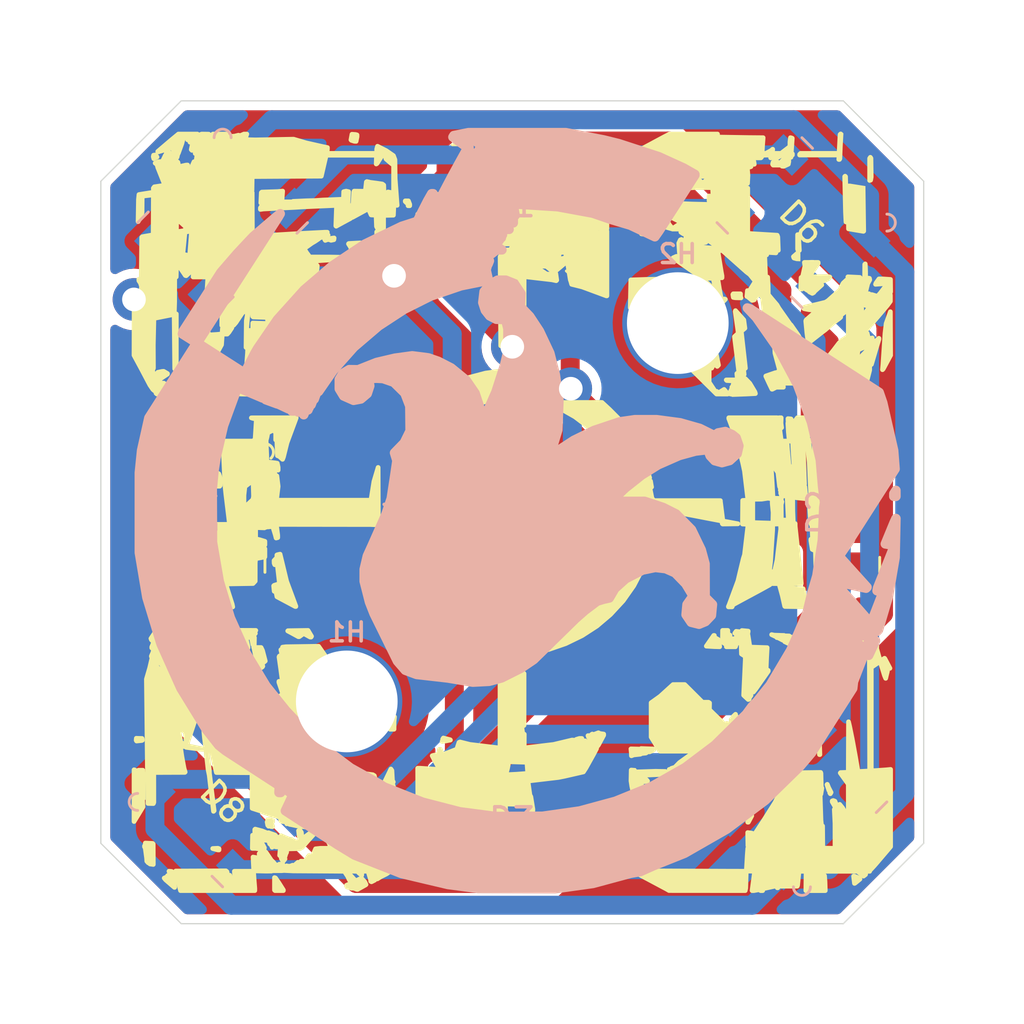
<source format=kicad_pcb>
(kicad_pcb (version 20211014) (generator pcbnew)
  (layers (0 "F.Cu" signal) (31 "B.Cu" signal) (34 "B.Paste" user) (35 "F.Paste" user) (36 "B.SilkS" user "B.Silkscreen") (37 "F.SilkS" user "F.Silkscreen") (38 "B.Mask" user) (39 "F.Mask" user) (44 "Edge.Cuts" user))
  (net 0 "")
  (net 1 "Net-(D1-Pad2)")
  (net 2 "Net-(D2-Pad2)")
  (net 3 "Net-(D3-Pad2)")
  (net 4 "Net-(D4-Pad2)")
  (net 5 "Net-(D5-Pad2)")
  (net 6 "Net-(D6-Pad2)")
  (net 7 "Net-(D7-Pad2)")
  (net 9 "5v")
  (net 10 "gnd")
  (net 11 "Net-(D1-Pad4)")
  (net 12 "a")
  (net 13 "b")
  (footprint "customstuff:MountingHole_4.3mm_M4_DIN965_Pad_TopOnly" (layer "F.Cu") (at 24.425 9.425)
    (fp_text reference "H2")
    (fp_text value "MountingHole_Pad")
  )
  (footprint "customstuff:LED_WS2812B_Minimal" (layer "F.Cu") (at 17.425 30.425)
    (fp_text reference "D3")
    (fp_text value "WS2812B")
  )
  (footprint "customstuff:LED_WS2812B_Minimal" (layer "F.Cu") (at 4.425 17.425 -90)
    (fp_text reference "D4")
    (fp_text value "WS2812B")
  )
  (footprint "customstuff:LED_WS2812B_Minimal" (layer "F.Cu") (at 17.425 4.425 180)
    (fp_text reference "D1")
    (fp_text value "WS2812B")
  )
  (footprint "customstuff:MountingHole_4.3mm_M4_DIN965_Pad_TopOnly" (layer "F.Cu") (at 10.425 25.425)
    (fp_text reference "H1")
    (fp_text value "MountingHole_Pad")
  )
  (footprint "customstuff:LED_WS2812B_Minimal" (layer "F.Cu") (at 30.425 17.425 90)
    (fp_text reference "D2")
    (fp_text value "WS2812B")
  )
  (footprint "Connector_PinHeader_2.54mm:PinHeader_1x03_P2.54mm_Vertical_SMD_Pin1Left" (layer "B.Cu") (at 17.425 17.425 -90)
    (fp_text reference "J5")
    (fp_text value "Conn_01x03_Female" hide)
  )
  (footprint "customstuff:LED_WS2812B_Minimal" (layer "B.Cu") (at 29.675 29.675 45)
    (fp_text reference "D7")
    (fp_text value "WS2812B")
  )
  (footprint "customstuff:LED_WS2812B_Minimal" (layer "B.Cu") (at 5.175 5.175 -135)
    (fp_text reference "D5")
    (fp_text value "WS2812B")
  )
  (footprint "customstuff:LED_WS2812B_Minimal" (layer "B.Cu") (at 5.175 29.675 -45)
    (fp_text reference "D8")
    (fp_text value "WS2812B")
  )
  (footprint "customstuff:LED_WS2812B_Minimal" (layer "B.Cu") (at 29.675 5.175 135)
    (fp_text reference "D6")
    (fp_text value "WS2812B")
  )
  (gr_poly (pts (xy 17.468754 5.116467) (xy 17.468754 5.185903) (xy 17.434469 5.182303) (xy 17.400183 5.178703) (xy 17.343041 5.155645) (xy 17.343041 5.155628) (xy 17.285899 5.13257) (xy 17.285899 5.002271)) (layer "B.SilkS") (width 0.4) (fill solid))
  (gr_poly (pts (xy 17.291296 5.460176) (xy 17.231456 5.4608) (xy 17.171613 5.461424) (xy 17.062635 5.490588) (xy 16.953657 5.519754) (xy 16.974971 5.45568) (xy 16.974971 5.455692) (xy 16.996284 5.391616) (xy 17.243189 5.382336)) (layer "B.SilkS") (width 0.4) (fill solid))
  (gr_poly (pts (xy 16.938456 5.77277) (xy 16.96487 5.815506) (xy 16.783043 5.863054) (xy 16.783041 5.850078) (xy 16.783041 5.837098) (xy 16.847542 5.783566) (xy 16.912044 5.730033)) (layer "B.SilkS") (width 0.4) (fill solid))
  (gr_poly (pts (xy 17.240185 5.18592) (xy 17.289118 5.277348) (xy 17.194473 5.277348) (xy 17.194469 5.21257) (xy 17.194469 5.147807) (xy 17.137327 5.12475) (xy 17.080185 5.101692) (xy 17.191253 5.094492)) (layer "B.SilkS") (width 0.4) (fill solid))
  (gr_poly (pts (xy 33.650922 16.625903) (xy 33.65162 16.751617) (xy 33.560181 16.751617) (xy 33.560881 16.694475) (xy 33.560883 16.694475) (xy 33.561583 16.637333) (xy 33.605902 16.56876) (xy 33.650222 16.500188)) (layer "B.SilkS") (width 0.4) (fill solid))
  (gr_poly (pts (xy 20.485896 1.522321) (xy 21.285895 1.675881) (xy 21.605895 1.755076) (xy 21.925894 1.834271) (xy 22.771609 2.109548) (xy 23.617324 2.384826) (xy 24.143038 2.624203) (xy 24.668753 2.86358) (xy 24.908753 2.999525) (xy 25.148753 3.13547) (xy 25.148753 3.16711) (xy 24.388777 4.347935) (xy 23.628802 5.52876) (xy 23.542424 5.651002) (xy 23.456044 5.773245) (xy 22.938069 5.528923) (xy 22.420094 5.284601) (xy 22.012995 5.16335) (xy 21.605899 5.042099) (xy 21.217326 4.908676) (xy 20.828755 4.775252) (xy 20.087392 4.638797) (xy 19.34603 4.502342) (xy 18.502261 4.448711) (xy 17.65849 4.395078) (xy 17.485252 4.477284) (xy 17.312014 4.559491) (xy 17.407204 4.594704) (xy 17.502394 4.629917) (xy 17.525159 4.749001) (xy 17.547923 4.868084) (xy 17.508339 4.892548) (xy 17.468754 4.917012) (xy 17.468754 4.774472) (xy 17.377326 4.774472) (xy 17.377326 4.906221) (xy 17.326502 4.937632) (xy 17.275676 4.969044) (xy 17.241416 4.913608) (xy 17.207156 4.858172) (xy 17.182235 4.953466) (xy 17.157315 5.048759) (xy 17.057326 5.048759) (xy 17.057326 4.957331) (xy 17.154151 4.957331) (xy 17.090386 4.854163) (xy 17.05514 4.917177) (xy 17.019892 4.980191) (xy 17.043938 5.105905) (xy 17.067982 5.231619) (xy 17.148753 5.231619) (xy 17.148753 5.332831) (xy 17.080184 5.306514) (xy 17.011612 5.280201) (xy 17.011612 5.368761) (xy 16.884252 5.368761) (xy 16.8585 5.435869) (xy 16.832748 5.502977) (xy 16.877212 5.530457) (xy 16.921674 5.557937) (xy 16.895696 5.599969) (xy 16.86972 5.642001) (xy 16.940666 5.614777) (xy 17.011612 5.58755) (xy 17.011612 5.688761) (xy 16.8716 5.688761) (xy 16.818076 5.549285) (xy 16.75756 5.599509) (xy 16.697043 5.649733) (xy 16.722073 5.714963) (xy 16.747103 5.780193) (xy 16.594783 5.780193) (xy 16.646462 5.863813) (xy 16.531605 5.910117) (xy 16.64589 5.917317) (xy 16.64589 6.068629) (xy 16.72949 5.992973) (xy 16.81309 5.917317) (xy 16.881098 5.917317) (xy 16.786359 6.037782) (xy 16.691612 6.158233) (xy 16.691612 6.283045) (xy 16.600184 6.283045) (xy 16.600184 6.384256) (xy 16.680184 6.355907) (xy 16.760184 6.327557) (xy 16.646638 6.416419) (xy 16.533092 6.505279) (xy 16.509496 6.474163) (xy 16.4859 6.443047) (xy 16.383042 6.439427) (xy 16.280184 6.435807) (xy 16.280184 6.557351) (xy 16.382808 6.557351) (xy 16.334086 6.616057) (xy 16.285364 6.674765) (xy 16.323922 6.845727) (xy 16.36248 7.016689) (xy 16.341602 7.096527) (xy 16.320724 7.176365) (xy 16.364366 7.370601) (xy 16.408008 7.564837) (xy 16.257328 7.644733) (xy 15.75447 7.745849) (xy 15.251612 7.846982) (xy 14.61096 8.064973) (xy 13.970308 8.282965) (xy 13.407373 8.565156) (xy 12.844438 8.847346) (xy 12.310882 9.195904) (xy 11.777326 9.544462) (xy 11.251612 9.993184) (xy 10.725897 10.441906) (xy 10.288832 10.933904) (xy 9.851768 11.425903) (xy 9.542566 11.871617) (xy 9.233364 12.317332) (xy 9.167122 12.317332) (xy 9.109008 12.478042) (xy 9.050894 12.638753) (xy 9.001332 12.608122) (xy 8.95177 12.57749) (xy 8.976324 12.618841) (xy 9.000876 12.660191) (xy 8.960074 12.768262) (xy 8.919272 12.876332) (xy 8.829092 12.852749) (xy 8.738912 12.829167) (xy 8.831971 13.00305) (xy 8.731931 13.00305) (xy 8.760183 13.048765) (xy 8.788435 13.094479) (xy 8.688663 13.094479) (xy 8.605974 13.300194) (xy 8.600174 13.094479) (xy 8.411928 13.094479) (xy 8.440183 13.140189) (xy 8.468436 13.185903) (xy 8.371612 13.185903) (xy 8.371612 13.058543) (xy 8.346118 13.04876) (xy 8.554469 13.04876) (xy 8.645897 13.04876) (xy 8.645897 12.957331) (xy 8.554469 12.957331) (xy 8.554469 13.04876) (xy 8.346118 13.04876) (xy 8.226992 13.003047) (xy 8.145912 13.003047) (xy 8.172226 13.071619) (xy 8.19854 13.140191) (xy 8.097328 13.140191) (xy 8.097328 13.048763) (xy 7.955168 13.048763) (xy 7.740534 12.948207) (xy 7.55334 12.860508) (xy 8.051612 12.860508) (xy 8.051612 12.957332) (xy 8.14304 12.957332) (xy 8.14304 12.937172) (xy 8.14304 12.917013) (xy 8.097326 12.88876) (xy 8.051612 12.860508) (xy 7.55334 12.860508) (xy 7.525899 12.847651) (xy 7.50304 12.844071) (xy 7.480182 12.840491) (xy 7.42848 12.821587) (xy 8.440183 12.821587) (xy 8.508755 12.865902) (xy 8.577327 12.910216) (xy 8.588747 12.910916) (xy 8.600167 12.911615) (xy 8.600167 12.865901) (xy 8.600183 12.865903) (xy 8.600183 12.820189) (xy 8.440183 12.821587) (xy 7.42848 12.821587) (xy 7.240183 12.75274) (xy 7.000183 12.66499) (xy 7.000183 12.591623) (xy 6.866143 12.591623) (xy 6.716021 12.527569) (xy 6.565899 12.463519) (xy 6.228564 12.321859) (xy 5.89123 12.180199) (xy 5.781238 12.180199) (xy 5.682634 12.477343) (xy 5.213791 13.757344) (xy 5.054783 14.443058) (xy 4.895775 15.128772) (xy 4.810406 15.677343) (xy 4.737326 16.454486) (xy 4.747206 18.694488) (xy 4.890498 19.522287) (xy 5.03379 20.350086) (xy 5.268234 21.122287) (xy 5.502678 21.894489) (xy 5.839379 22.643329) (xy 6.176079 23.392168) (xy 6.595094 24.08333) (xy 7.01411 24.77449) (xy 7.437654 25.300205) (xy 7.861199 25.82592) (xy 8.150701 26.132066) (xy 8.440203 26.438211) (xy 8.965917 26.928199) (xy 9.491632 27.418184) (xy 10.040203 27.82854) (xy 10.588774 28.238895) (xy 11.204686 28.580892) (xy 11.820597 28.922891) (xy 11.913257 28.982912) (xy 12.005917 29.042932) (xy 12.820462 29.364759) (xy 13.635007 29.686582) (xy 15.205916 30.092359) (xy 15.955892 30.19054) (xy 16.705868 30.288721) (xy 17.705287 30.284921) (xy 18.704705 30.281122) (xy 19.492453 30.169101) (xy 20.280202 30.057081) (xy 21.034487 29.85219) (xy 21.788773 29.6473) (xy 22.543059 29.341184) (xy 23.297345 29.03507) (xy 24.020592 28.625969) (xy 24.743838 28.216865) (xy 25.369162 27.745664) (xy 25.994488 27.274467) (xy 26.658919 26.618848) (xy 27.323352 25.963228) (xy 27.441632 25.803228) (xy 27.559912 25.643228) (xy 27.782111 25.414667) (xy 28.056784 25.071809) (xy 28.331458 24.728954) (xy 28.764888 23.997524) (xy 29.198319 23.266096) (xy 29.28148 23.083236) (xy 29.36464 22.900377) (xy 29.628997 22.283233) (xy 29.893351 21.666092) (xy 30.092551 20.843235) (xy 30.19953 20.47752) (xy 30.30651 20.111805) (xy 30.422549 19.357519) (xy 30.538588 18.603233) (xy 30.567908 17.917518) (xy 30.597228 17.231804) (xy 30.613827 17.123027) (xy 30.630427 17.014253) (xy 30.588366 16.665886) (xy 30.546305 16.317518) (xy 30.452105 15.209404) (xy 30.266104 14.41489) (xy 30.080104 13.620376) (xy 29.782502 12.820376) (xy 29.484898 12.020376) (xy 29.094159 11.288772) (xy 28.703303 10.557332) (xy 28.223883 9.871617) (xy 27.744466 9.185903) (xy 27.555186 8.984981) (xy 27.365906 8.784059) (xy 27.434487 8.808141) (xy 27.503047 8.832225) (xy 30.222501 10.593349) (xy 32.941954 12.354474) (xy 33.018075 12.575903) (xy 33.094195 12.797333) (xy 33.554522 14.808762) (xy 33.615443 15.593611) (xy 32.673524 17.065261) (xy 31.731612 18.536911) (xy 31.731612 18.572872) (xy 31.503039 18.904668) (xy 31.274468 19.236465) (xy 31.274468 19.316848) (xy 31.851599 19.956146) (xy 32.428729 20.595445) (xy 32.408009 20.616155) (xy 32.387309 20.636865) (xy 31.75581 20.49884) (xy 31.124312 20.360815) (xy 31.101412 20.383722) (xy 31.078513 20.406629) (xy 31.393235 20.761978) (xy 31.707955 21.117328) (xy 31.731215 21.140186) (xy 31.754475 21.163042) (xy 32.074475 21.528635) (xy 32.394475 21.894229) (xy 32.489054 21.99925) (xy 32.583634 22.104271) (xy 32.634055 21.99361) (xy 32.684476 21.882949) (xy 32.868476 21.408701) (xy 33.052476 20.934454) (xy 33.066275 20.86993) (xy 33.080075 20.805406) (xy 32.965794 20.774456) (xy 32.851514 20.743505) (xy 32.864913 20.678981) (xy 32.878312 20.614458) (xy 33.219279 19.757188) (xy 33.560248 18.899919) (xy 33.560248 18.820432) (xy 33.380488 18.791687) (xy 33.200728 18.762941) (xy 33.384148 18.317272) (xy 33.567569 17.871603) (xy 33.609568 17.780174) (xy 33.651549 17.688745) (xy 33.634148 18.511602) (xy 33.616748 19.334459) (xy 33.334586 20.980173) (xy 33.124636 21.688745) (xy 32.914687 22.397316) (xy 32.880587 22.431915) (xy 32.846488 22.466514) (xy 32.744868 22.329053) (xy 32.643248 22.191593) (xy 32.561888 22.191593) (xy 32.485968 22.420166) (xy 32.410048 22.648738) (xy 32.268447 22.648738) (xy 31.954354 22.535444) (xy 31.640252 22.422144) (xy 31.640252 22.472444) (xy 31.968329 22.85774) (xy 32.296408 23.243036) (xy 32.35945 23.243036) (xy 32.449731 23.005464) (xy 32.540011 22.767891) (xy 32.583432 22.75349) (xy 32.626853 22.73909) (xy 32.787974 22.856891) (xy 32.643075 23.166551) (xy 32.498175 23.476213) (xy 32.341654 23.334573) (xy 32.098546 23.961895) (xy 31.855439 24.589214) (xy 31.845238 24.681913) (xy 31.835038 24.774612) (xy 31.829238 24.823291) (xy 31.823437 24.871992) (xy 31.533536 25.32616) (xy 31.243632 25.780328) (xy 30.662884 26.689012) (xy 30.082135 27.597696) (xy 29.842612 27.880031) (xy 29.603089 28.162366) (xy 28.863934 28.884311) (xy 28.124778 29.606256) (xy 27.311249 30.215446) (xy 26.497721 30.824638) (xy 25.606293 31.335393) (xy 24.714865 31.846149) (xy 24.052006 32.111446) (xy 23.389149 32.376745) (xy 23.114865 32.499305) (xy 22.840579 32.621866) (xy 22.634865 32.657705) (xy 22.42915 32.693544) (xy 21.632977 32.908218) (xy 20.836804 33.122892) (xy 20.037068 33.234453) (xy 19.236935 33.345903) (xy 17.609988 33.340704) (xy 15.983041 33.335502) (xy 15.34304 33.251314) (xy 14.70304 33.167293) (xy 14.200183 33.048812) (xy 13.697325 32.930332) (xy 12.737326 32.703052) (xy 11.74565 32.312917) (xy 10.753974 31.922762) (xy 10.397078 31.705354) (xy 10.040184 31.487949) (xy 8.93449 30.769229) (xy 7.828798 30.050512) (xy 7.963026 29.766779) (xy 8.097254 29.483047) (xy 8.097291 29.406168) (xy 8.09731 29.363975) (xy 8.271754 29.363975) (xy 8.303984 29.416135) (xy 8.336214 29.468275) (xy 8.37053 29.430015) (xy 8.404846 29.391735) (xy 8.457007 29.235633) (xy 8.509167 29.079654) (xy 8.483847 29.054454) (xy 8.377801 29.209215) (xy 8.271754 29.363975) (xy 8.09731 29.363975) (xy 8.097326 29.329288) (xy 7.831783 29.140209) (xy 7.683026 29.140209) (xy 7.656712 29.208789) (xy 7.630398 29.27737) (xy 7.558126 29.27737) (xy 7.564866 29.132265) (xy 7.571612 28.987114) (xy 6.436345 28.249162) (xy 5.301078 27.511213) (xy 5.155436 27.395004) (xy 5.009794 27.278793) (xy 4.742068 26.938678) (xy 4.474342 26.598568) (xy 3.942111 25.732235) (xy 3.409879 24.865903) (xy 2.989548 23.92876) (xy 2.569218 22.991617) (xy 2.270228 22.00876) (xy 1.971237 21.025903) (xy 1.811425 20.077749) (xy 1.651612 19.129596) (xy 1.651612 15.75559) (xy 1.699825 15.282175) (xy 1.748037 14.80876) (xy 1.90163 14.121447) (xy 2.055222 13.434136) (xy 2.987178 11.972876) (xy 3.919134 10.511617) (xy 4.000192 10.388752) (xy 4.081251 10.265887) (xy 3.778432 10.07464) (xy 3.475614 9.883392) (xy 3.489328 9.826377) (xy 3.503042 9.769361) (xy 4.303042 8.524651) (xy 5.103042 7.279941) (xy 5.44475 6.884351) (xy 5.786458 6.48876) (xy 6.02181 6.237331) (xy 6.257163 5.985903) (xy 6.365816 5.871348) (xy 6.474469 5.756794) (xy 6.954922 5.345634) (xy 7.435375 4.934474) (xy 7.523697 4.865903) (xy 7.61202 4.797332) (xy 7.572556 4.865903) (xy 7.533092 4.934475) (xy 6.092835 7.174475) (xy 4.652578 9.414475) (xy 4.38781 9.8257) (xy 4.123042 10.236925) (xy 4.178756 10.290181) (xy 4.234469 10.343436) (xy 5.167668 10.942857) (xy 6.100866 11.542279) (xy 6.320793 11.118376) (xy 6.54072 10.694475) (xy 6.599023 10.594578) (xy 6.657326 10.494682) (xy 7.074615 9.886007) (xy 7.491904 9.277331) (xy 8.057472 8.648994) (xy 8.62304 8.020656) (xy 9.217326 7.51199) (xy 9.811612 7.003324) (xy 10.497327 6.545304) (xy 10.904627 6.273249) (xy 16.268735 6.273249) (xy 16.331294 6.374473) (xy 16.40985 6.374473) (xy 16.483326 6.346279) (xy 16.556803 6.318083) (xy 16.504326 6.254851) (xy 16.451848 6.191618) (xy 16.509674 6.121942) (xy 16.5675 6.052266) (xy 16.516164 6.000929) (xy 16.463225 6.099845) (xy 16.410287 6.198762) (xy 16.462466 6.334737) (xy 16.3656 6.303993) (xy 16.268735 6.273249) (xy 10.904627 6.273249) (xy 11.18304 6.087284) (xy 11.820282 5.780189) (xy 16.366216 5.780189) (xy 16.394469 5.825903) (xy 16.422722 5.871617) (xy 16.463041 5.871617) (xy 16.463041 5.780189) (xy 16.366216 5.780189) (xy 11.820282 5.780189) (xy 11.968229 5.708891) (xy 12.753417 5.330498) (xy 13.078726 5.225725) (xy 13.404034 5.120953) (xy 13.646825 4.643772) (xy 17.263041 4.643772) (xy 17.445897 4.722348) (xy 17.457317 4.725568) (xy 17.468737 4.728788) (xy 17.468754 4.683046) (xy 17.468754 4.637332) (xy 17.365899 4.640552) (xy 17.263041 4.643772) (xy 13.646825 4.643772) (xy 13.847808 4.248761) (xy 14.017327 3.952197) (xy 14.047053 3.951909) (xy 14.076779 3.951619) (xy 14.131613 4.18019) (xy 14.186448 4.408762) (xy 14.2459 4.407842) (xy 14.302025 4.301454) (xy 20.417327 4.301454) (xy 20.440184 4.328362) (xy 20.463042 4.35527) (xy 20.667281 4.516826) (xy 20.87152 4.678382) (xy 20.914744 4.635158) (xy 20.848891 4.57472) (xy 20.783042 4.514286) (xy 20.417327 4.301454) (xy 14.302025 4.301454) (xy 14.57726 3.77973) (xy 14.908619 3.151619) (xy 15.235075 2.557333) (xy 15.374695 2.305905) (xy 15.514314 2.054476) (xy 15.534014 2.032943) (xy 15.553714 2.01141) (xy 15.596243 2.078657) (xy 15.638771 2.145905) (xy 15.64269 2.305905) (xy 15.64661 2.465905) (xy 15.680224 2.551444) (xy 15.713838 2.636984) (xy 15.784795 2.528587) (xy 15.855751 2.420191) (xy 15.976538 2.18171) (xy 16.097326 1.94323) (xy 16.097326 1.93662) (xy 16.188755 1.93662) (xy 16.611612 2.24861) (xy 17.034469 2.5606) (xy 17.26304 2.729006) (xy 17.491612 2.897412) (xy 17.525898 2.898801) (xy 17.560184 2.900189) (xy 17.567041 2.740189) (xy 17.573901 2.580189) (xy 17.578843 2.521595) (xy 17.628755 2.521595) (xy 17.697327 2.594309) (xy 17.765898 2.667022) (xy 19.228755 3.765386) (xy 19.343039 3.76876) (xy 19.342341 3.711617) (xy 19.341641 3.654474) (xy 19.308055 3.604633) (xy 19.27447 3.554792) (xy 18.520184 3.075146) (xy 17.765898 2.595499) (xy 17.697327 2.558547) (xy 17.628755 2.521595) (xy 17.578843 2.521595) (xy 17.58306 2.471593) (xy 16.946483 2.069778) (xy 16.309927 1.667963) (xy 16.188755 1.768526) (xy 16.188755 1.93662) (xy 16.097326 1.93662) (xy 16.097326 1.897358) (xy 15.598373 1.52876) (xy 15.536977 1.52876) (xy 15.567297 1.757332) (xy 15.597619 1.985903) (xy 15.506098 1.985903) (xy 15.210212 1.771317) (xy 14.914325 1.55673) (xy 14.93383 1.525171) (xy 14.953335 1.493612) (xy 15.262473 1.431186) (xy 15.571612 1.36876) (xy 19.685897 1.36876)) (layer "B.SilkS") (width 0.4) (fill solid))
  (gr_poly (pts (xy 16.41533 6.761813) (xy 16.459048 6.788833) (xy 16.433296 6.855941) (xy 16.407544 6.923049) (xy 16.371612 6.923049) (xy 16.371612 6.734793)) (layer "B.SilkS") (width 0.4) (fill solid))
  (gr_poly (pts (xy 16.920184 6.283046) (xy 16.988756 6.32736) (xy 16.897328 6.32736) (xy 16.828755 6.283046) (xy 16.760183 6.238732) (xy 16.851612 6.238732)) (layer "B.SilkS") (width 0.4) (fill solid))
  (gr_poly (pts (xy 17.51167 7.7547) (xy 17.7949 8.18017) (xy 17.78192 8.454455) (xy 17.768941 8.728741) (xy 18.162453 9.14017) (xy 18.368642 9.452239) (xy 18.57483 9.764309) (xy 18.794137 10.229382) (xy 19.013444 10.694456) (xy 19.130372 11.151599) (xy 19.247302 11.608741) (xy 19.323613 12.134456) (xy 19.399922 12.66017) (xy 19.376 13.300171) (xy 19.352078 13.940171) (xy 19.239802 14.305885) (xy 19.127526 14.671599) (xy 19.004624 14.940449) (xy 18.881724 15.209301) (xy 19.100945 15.026449) (xy 19.320161 14.843573) (xy 19.673012 14.613789) (xy 20.025864 14.384004) (xy 20.453099 14.174791) (xy 20.880334 13.965578) (xy 21.427323 13.782693) (xy 21.974312 13.59981) (xy 22.292952 13.553762) (xy 22.61159 13.507714) (xy 23.068732 13.507701) (xy 23.525876 13.507688) (xy 24.521516 13.640192) (xy 24.937979 13.758666) (xy 25.354447 13.87714) (xy 25.661128 14.028577) (xy 25.96781 14.180015) (xy 26.04971 14.124181) (xy 26.131591 14.068348) (xy 26.434432 14.009908) (xy 26.580172 14.075476) (xy 26.725892 14.141044) (xy 26.894414 14.2765) (xy 26.952574 14.445684) (xy 27.010735 14.614868) (xy 26.936413 14.945903) (xy 26.778313 15.091134) (xy 26.620213 15.236364) (xy 26.455893 15.281734) (xy 26.291573 15.327104) (xy 26.139613 15.285144) (xy 25.987652 15.243185) (xy 25.891232 15.140258) (xy 25.794812 15.037332) (xy 25.745232 14.906454) (xy 25.695632 14.775575) (xy 25.433608 14.806423) (xy 25.171582 14.837268) (xy 24.828725 14.93123) (xy 24.485869 15.025192) (xy 24.038657 15.221748) (xy 23.591447 15.418304) (xy 23.245022 15.63422) (xy 22.8986 15.850135) (xy 22.549376 16.126744) (xy 22.200154 16.403352) (xy 21.937297 16.653015) (xy 21.674441 16.902676) (xy 21.674441 16.964032) (xy 22.348725 16.963438) (xy 23.023011 16.962844) (xy 23.800156 17.2195) (xy 24.074443 17.357191) (xy 24.348727 17.49488) (xy 24.67726 17.827962) (xy 25.005793 18.161045) (xy 25.211665 18.587757) (xy 25.417538 19.014469) (xy 25.498219 19.311611) (xy 25.5789 19.608753) (xy 25.580901 20.312713) (xy 25.582902 21.016674) (xy 25.737181 21.170991) (xy 25.891461 21.325309) (xy 25.869401 21.554882) (xy 25.84734 21.784456) (xy 25.721181 21.916135) (xy 25.595021 22.047815) (xy 25.459422 22.103975) (xy 25.323823 22.160135) (xy 25.157742 22.118715) (xy 24.991683 22.077295) (xy 24.883223 21.917295) (xy 24.774743 21.757295) (xy 24.794743 21.542751) (xy 24.814744 21.328207) (xy 24.901704 21.20491) (xy 24.988663 21.081613) (xy 25.031283 21.023994) (xy 25.073903 20.966375) (xy 24.916997 20.706619) (xy 24.760096 20.446855) (xy 24.536212 20.216528) (xy 24.312331 19.986198) (xy 24.113311 19.898162) (xy 23.91429 19.810127) (xy 23.476416 19.758266) (xy 23.203969 19.813932) (xy 22.931523 19.869598) (xy 22.219529 20.237842) (xy 21.991496 20.442863) (xy 21.763465 20.647884) (xy 21.645859 20.848564) (xy 21.528254 21.049244) (xy 21.285815 21.102657) (xy 21.148673 21.144645) (xy 21.011531 21.186634) (xy 20.754525 21.38054) (xy 20.497517 21.57444) (xy 20.097245 21.926521) (xy 19.214631 22.790557) (xy 18.332017 23.654592) (xy 18.064641 23.836172) (xy 17.797267 24.017751) (xy 17.385403 24.224256) (xy 16.97354 24.430761) (xy 16.706821 24.50262) (xy 16.440102 24.57448) (xy 15.754388 24.610479) (xy 15.228674 24.52244) (xy 15.228755 24.522567) (xy 14.703041 24.434528) (xy 14.040184 24.359089) (xy 13.377327 24.283649) (xy 13.138431 24.194768) (xy 12.899536 24.105888) (xy 12.568697 23.723049) (xy 12.073316 22.717334) (xy 11.577936 21.71162) (xy 11.481236 21.464576) (xy 11.384536 21.217531) (xy 11.272776 20.778862) (xy 11.161016 20.340192) (xy 11.161565 19.837335) (xy 11.293901 19.27617) (xy 11.405247 19.031036) (xy 11.516593 18.785904) (xy 11.799529 18.145902) (xy 12.082464 17.505903) (xy 12.193875 17.174545) (xy 12.305286 16.843186) (xy 12.373847 16.397402) (xy 12.442407 15.951617) (xy 12.49432 15.596108) (xy 12.546232 15.240599) (xy 12.495744 15.076095) (xy 12.445257 14.911591) (xy 12.650615 14.700306) (xy 12.855974 14.489021) (xy 12.979522 14.237463) (xy 13.10304 13.985903) (xy 13.097635 13.460188) (xy 13.09223 12.934475) (xy 12.987748 12.661605) (xy 12.883265 12.388736) (xy 12.650296 12.158748) (xy 12.417327 11.92876) (xy 12.188756 11.84924) (xy 11.960185 11.76972) (xy 11.823043 11.76278) (xy 11.6859 11.75584) (xy 11.348792 11.76876) (xy 11.373954 11.923812) (xy 11.399115 12.078865) (xy 11.345172 12.242317) (xy 11.291228 12.405769) (xy 11.15579 12.519731) (xy 11.020354 12.633695) (xy 10.86638 12.662581) (xy 10.712407 12.691467) (xy 10.503232 12.598939) (xy 10.294056 12.50641) (xy 10.109104 12.203046) (xy 10.108921 12.004387) (xy 10.108738 11.805725) (xy 10.183506 11.679153) (xy 10.258274 11.552581) (xy 10.529445 11.392397) (xy 10.719091 11.395217) (xy 10.908737 11.398037) (xy 11.297309 11.243939) (xy 11.68588 11.089841) (xy 12.463024 10.907505) (xy 12.828738 10.857697) (xy 13.194452 10.80789) (xy 13.400166 10.83352) (xy 13.60588 10.85915) (xy 13.880165 10.89611) (xy 14.085879 10.967758) (xy 14.291593 11.039407) (xy 14.565879 11.179825) (xy 14.840164 11.320242) (xy 15.157242 11.579255) (xy 15.474321 11.838267) (xy 15.663768 12.115101) (xy 15.853216 12.391936) (xy 16.029208 12.926968) (xy 16.2052 13.462) (xy 16.237808 13.426804) (xy 16.270416 13.391608) (xy 16.501425 12.865894) (xy 16.732432 12.34018) (xy 16.916244 11.768752) (xy 17.100054 11.197323) (xy 17.169432 10.90018) (xy 17.23881 10.603037) (xy 17.239486 10.131852) (xy 17.240163 9.660666) (xy 17.191881 9.468918) (xy 17.143599 9.27717) (xy 16.945297 9.26949) (xy 16.746993 9.26181) (xy 16.609043 9.190475) (xy 16.471093 9.119139) (xy 16.378231 9.001083) (xy 16.285369 8.883027) (xy 16.231429 8.719591) (xy 16.177491 8.556155) (xy 16.204817 8.325424) (xy 16.232142 8.094693) (xy 16.360154 7.936529) (xy 16.488166 7.778365) (xy 16.646308 7.693553) (xy 16.80445 7.60874) (xy 17.146882 7.60874)) (layer "B.SilkS") (width 0.4) (fill solid))
  (gr_poly (pts (xy 7.91396 31.686793) (xy 7.896939 31.697314) (xy 7.879918 31.707835) (xy 7.879918 31.808394) (xy 7.863809 31.837954) (xy 7.8477 31.867504) (xy 7.820776 31.954195) (xy 7.793853 32.040884) (xy 7.802863 32.064814) (xy 7.811873 32.088744) (xy 7.77228 32.138102) (xy 7.732686 32.18746) (xy 7.69569 32.127558) (xy 7.658688 32.067679) (xy 7.658688 32.000397) (xy 7.622871 31.967978) (xy 7.587054 31.935568) (xy 7.59862 31.8182) (xy 7.610186 31.700831) (xy 7.637286 31.673731) (xy 7.664393 31.646622) (xy 7.789176 31.640322) (xy 7.91396 31.634022)) (layer "F.SilkS") (width 0.2) (fill solid))
  (gr_poly (pts (xy 2.372171 2.356864) (xy 2.400358 2.399885) (xy 2.332523 2.43449) (xy 2.264688 2.469095) (xy 2.254286 2.427738) (xy 2.243904 2.386379) (xy 2.249824 2.355251) (xy 2.255744 2.324123) (xy 2.299864 2.318983) (xy 2.343984 2.313843)) (layer "F.SilkS") (width 0.2) (fill solid))
  (gr_poly (pts (xy 32.502013 12.401368) (xy 32.507414 12.403867) (xy 32.399962 12.438167) (xy 32.292513 12.472467) (xy 31.935131 12.482627) (xy 31.577752 12.492788) (xy 31.279934 12.502488) (xy 30.982117 12.512187) (xy 30.797177 12.543487) (xy 30.621357 12.543487) (xy 30.610367 12.709413) (xy 30.599377 12.875339) (xy 30.599205 12.956599) (xy 30.599036 13.037858) (xy 30.552235 13.055949) (xy 30.505434 13.074039) (xy 30.450125 13.083239) (xy 30.394816 13.092439) (xy 30.394816 12.828807) (xy 30.394883 12.828818) (xy 30.394883 12.565187) (xy 30.416382 12.408267) (xy 31.456496 12.403568) (xy 32.496611 12.398868)) (layer "F.SilkS") (width 0.2) (fill solid))
  (gr_poly (pts (xy 17.711689 24.157849) (xy 17.895016 24.221848) (xy 17.908375 24.234059) (xy 17.921734 24.24627) (xy 17.920895 26.435532) (xy 17.916495 26.439932) (xy 17.912094 26.444333) (xy 17.829945 25.931015) (xy 17.829949 25.93089) (xy 17.747799 25.417572) (xy 17.707449 25.204846) (xy 17.667099 24.992121) (xy 17.58873 24.551979) (xy 17.510361 24.11184) (xy 17.519362 24.102839) (xy 17.528363 24.093838)) (layer "F.SilkS") (width 0.2) (fill solid))
  (gr_poly (pts (xy 20.705088 3.663158) (xy 20.976178 3.957877) (xy 21.043888 4.03747) (xy 21.111599 4.117063) (xy 21.269017 4.288141) (xy 21.426434 4.459218) (xy 21.426434 5.429917) (xy 21.363774 5.429917) (xy 21.22917 5.41189) (xy 21.094574 5.393863) (xy 20.971634 5.445429) (xy 20.950974 5.572783) (xy 20.959275 5.581073) (xy 20.967575 5.589363) (xy 21.065125 5.609393) (xy 21.162674 5.629424) (xy 21.175444 5.622264) (xy 21.188214 5.615104) (xy 21.188214 5.49479) (xy 21.277554 5.506127) (xy 21.366904 5.517464) (xy 21.396683 5.525884) (xy 21.426463 5.534304) (xy 21.426463 8.271915) (xy 21.404932 8.271915) (xy 20.89239 8.082196) (xy 20.379843 7.892466) (xy 20.15861 7.837605) (xy 19.937374 7.782743) (xy 19.919144 7.716748) (xy 19.900914 7.650753) (xy 19.890827 7.625239) (xy 21.082089 7.625239) (xy 21.10719 7.663552) (xy 21.13229 7.701865) (xy 21.18998 7.812464) (xy 21.24767 7.923063) (xy 21.252869 7.812971) (xy 21.258068 7.702879) (xy 21.24823 7.664056) (xy 21.23853 7.625239) (xy 21.082089 7.625239) (xy 19.890827 7.625239) (xy 19.890824 7.62523) (xy 19.880734 7.599699) (xy 19.826603 7.267848) (xy 19.772463 6.935996) (xy 19.763764 6.897707) (xy 19.755064 6.859418) (xy 19.718615 6.859664) (xy 19.682166 6.859908) (xy 19.56304 6.961783) (xy 19.443913 7.063658) (xy 19.361714 7.131589) (xy 19.279515 7.19952) (xy 19.247965 7.182636) (xy 19.216416 7.165751) (xy 19.048436 7.165751) (xy 18.957686 7.093421) (xy 18.866936 7.021099) (xy 18.623572 7.012589) (xy 18.380207 7.004079) (xy 18.380242 7.014693) (xy 18.380276 7.025307) (xy 18.62859 7.189126) (xy 18.876904 7.352945) (xy 19.228344 7.352945) (xy 19.235945 7.331669) (xy 19.243546 7.310393) (xy 19.254397 7.320333) (xy 19.265248 7.330274) (xy 19.284928 7.469399) (xy 19.304608 7.608525) (xy 19.282448 7.63068) (xy 19.103547 7.591953) (xy 18.065442 7.472615) (xy 17.995312 7.463115) (xy 17.925183 7.453615) (xy 17.922682 8.820027) (xy 17.920182 10.186438) (xy 17.920504 10.326837) (xy 17.920824 10.467235) (xy 17.891045 10.465235) (xy 17.861266 10.463235) (xy 17.478135 10.42378) (xy 17.095227 10.38426) (xy 17.016158 10.383259) (xy 16.937088 10.382259) (xy 16.926918 8.837872) (xy 16.916748 7.293485) (xy 16.914149 6.953124) (xy 16.911669 6.628484) (xy 18.099291 6.628484) (xy 18.133322 6.632484) (xy 18.167353 6.636485) (xy 18.745968 6.655513) (xy 19.324583 6.674541) (xy 19.418183 6.687843) (xy 19.511782 6.701144) (xy 19.554331 6.692534) (xy 19.596871 6.683924) (xy 19.656432 6.662904) (xy 19.656451 6.662933) (xy 19.716021 6.641913) (xy 19.708922 6.618781) (xy 19.701823 6.595649) (xy 19.694323 6.527574) (xy 19.686823 6.459499) (xy 19.670983 6.439839) (xy 19.655133 6.420179) (xy 19.626093 6.425779) (xy 19.597054 6.431379) (xy 19.507714 6.432659) (xy 19.418364 6.433938) (xy 19.418194 6.455214) (xy 19.418024 6.47649) (xy 19.401345 6.536511) (xy 19.384665 6.596532) (xy 19.312085 6.596775) (xy 19.239504 6.597019) (xy 18.099291 6.628484) (xy 16.911669 6.628484) (xy 16.911549 6.612763) (xy 17.097027 6.600853) (xy 17.282505 6.588943) (xy 17.520758 6.569699) (xy 17.759013 6.550455) (xy 17.895157 6.530555) (xy 18.031302 6.510655) (xy 18.036702 6.472711) (xy 18.042101 6.434766) (xy 17.48362 6.432206) (xy 16.925139 6.429645) (xy 16.857058 6.428205) (xy 16.788977 6.426765) (xy 16.22177 6.430446) (xy 15.654563 6.434126) (xy 15.666414 6.544743) (xy 15.678264 6.655361) (xy 15.492565 6.655361) (xy 15.474144 6.614937) (xy 15.455724 6.574513) (xy 15.169339 6.562723) (xy 14.882952 6.550933) (xy 14.679357 6.526578) (xy 14.475762 6.502223) (xy 14.430342 6.456808) (xy 14.648136 6.400739) (xy 14.865929 6.34467) (xy 14.923369 6.33623) (xy 14.980809 6.32779) (xy 14.975872 6.102133) (xy 16.528723 6.102133) (xy 16.537922 6.228089) (xy 16.547121 6.354044) (xy 16.828167 6.342958) (xy 17.109213 6.331872) (xy 17.22482 6.331871) (xy 17.340468 6.331871) (xy 17.355443 6.306663) (xy 19.596869 6.306663) (xy 19.698979 6.361013) (xy 19.801089 6.415363) (xy 19.814978 6.416163) (xy 19.828867 6.416963) (xy 19.823508 6.371144) (xy 19.818108 6.325329) (xy 19.761017 6.310636) (xy 19.703938 6.295943) (xy 19.650399 6.301303) (xy 19.596869 6.306663) (xy 17.355443 6.306663) (xy 17.409298 6.216009) (xy 17.478129 6.100148) (xy 17.478129 6.073753) (xy 16.544924 6.085113) (xy 16.536824 6.093623) (xy 16.528723 6.102133) (xy 14.975872 6.102133) (xy 14.973409 5.989537) (xy 14.96601 5.651286) (xy 15.213816 5.648036) (xy 15.461621 5.644786) (xy 15.64882 5.643026) (xy 15.836019 5.641266) (xy 15.865959 5.655461) (xy 15.895909 5.669657) (xy 15.912349 5.626427) (xy 15.92879 5.583197) (xy 16.89873 5.583197) (xy 16.903429 5.34069) (xy 16.908129 5.098183) (xy 17.235728 5.093562) (xy 17.563328 5.088942) (xy 17.563328 5.060749) (xy 17.455227 4.910989) (xy 17.319483 4.757826) (xy 17.183739 4.604664) (xy 17.123619 4.536592) (xy 17.0635 4.46852) (xy 16.990071 4.388413) (xy 16.916642 4.308306) (xy 16.916642 4.146906) (xy 17.190831 4.146906) (xy 17.364212 4.327197) (xy 17.537592 4.507487) (xy 17.550362 4.499707) (xy 17.563132 4.491927) (xy 17.563132 4.314226) (xy 17.563223 4.314228) (xy 17.563223 4.136542) (xy 17.520663 4.134422) (xy 17.364945 4.125852) (xy 17.209229 4.117282) (xy 17.20003 4.132094) (xy 17.190831 4.146906) (xy 16.916642 4.146906) (xy 16.916642 4.101741) (xy 19.171431 4.101741) (xy 19.657719 4.097861) (xy 20.144007 4.093981) (xy 20.235268 4.17603) (xy 20.326529 4.258079) (xy 20.356659 4.201557) (xy 20.386799 4.145035) (xy 20.387513 4.113126) (xy 20.387516 4.113144) (xy 20.388232 4.081235) (xy 20.293032 4.100275) (xy 20.259814 4.07698) (xy 20.230034 4.03018) (xy 20.200255 3.98338) (xy 20.134974 3.98338) (xy 20.124453 3.966362) (xy 20.113932 3.949344) (xy 20.014552 3.949344) (xy 19.610009 4.018133) (xy 19.20547 4.086921) (xy 19.18845 4.094331) (xy 19.171431 4.101741) (xy 16.916642 4.101741) (xy 16.916642 3.913292) (xy 20.320166 3.913292) (xy 20.337185 3.92381) (xy 20.354205 3.934328) (xy 20.354205 3.998701) (xy 20.383995 4.016046) (xy 20.413775 4.033392) (xy 20.417975 4.03391) (xy 20.422175 4.034427) (xy 20.422175 3.952281) (xy 20.422266 3.952293) (xy 20.422266 3.870149) (xy 20.371216 3.877638) (xy 20.320166 3.885128) (xy 20.320166 3.913292) (xy 16.916642 3.913292) (xy 16.916642 3.418096) (xy 19.928755 3.418096) (xy 19.928755 3.485692) (xy 19.953625 3.50633) (xy 19.978495 3.526969) (xy 19.990096 3.5635) (xy 20.001696 3.600031) (xy 20.045185 3.668327) (xy 20.088675 3.736623) (xy 20.114195 3.767204) (xy 20.139706 3.797784) (xy 20.163746 3.751909) (xy 20.187786 3.706034) (xy 20.160397 3.690702) (xy 20.160355 3.690697) (xy 20.132956 3.675365) (xy 20.107436 3.626002) (xy 20.089832 3.591965) (xy 20.299158 3.591965) (xy 20.348908 3.591965) (xy 20.381327 3.627937) (xy 20.413746 3.663909) (xy 20.418946 3.565657) (xy 20.424145 3.467406) (xy 20.400706 3.44397) (xy 20.40069 3.443971) (xy 20.377251 3.420535) (xy 20.348702 3.43149) (xy 20.320153 3.442445) (xy 20.319914 3.478915) (xy 20.319678 3.515385) (xy 20.299158 3.591965) (xy 20.089832 3.591965) (xy 20.081906 3.576639) (xy 20.08153 3.546012) (xy 20.081156 3.515385) (xy 20.051756 3.478127) (xy 20.022356 3.440868) (xy 19.975556 3.429482) (xy 19.928755 3.418096) (xy 16.916642 3.418096) (xy 16.916642 3.370357) (xy 18.392962 3.376408) (xy 19.869282 3.382458) (xy 19.886301 3.383628) (xy 19.903321 3.384797) (xy 20.16866 3.376618) (xy 20.433998 3.368438)) (layer "F.SilkS") (width 0.2) (fill solid))
  (gr_poly (pts (xy 10.289441 10.298557) (xy 10.347541 10.354866) (xy 10.347156 10.372796) (xy 10.346772 10.390726) (xy 10.261642 10.484327) (xy 10.176512 10.577927) (xy 10.037204 10.735344) (xy 9.897895 10.892762) (xy 9.875772 10.892762) (xy 9.892185 10.820442) (xy 9.892179 10.820377) (xy 9.908592 10.748047) (xy 9.959861 10.560847) (xy 9.970764 10.494167) (xy 9.981666 10.427487) (xy 9.999543 10.421586) (xy 10.017419 10.415686) (xy 10.087343 10.475536) (xy 10.157262 10.535386) (xy 10.191682 10.535386) (xy 10.200482 10.488586) (xy 10.209281 10.441786) (xy 10.231342 10.242247)) (layer "F.SilkS") (width 0.2) (fill solid))
  (gr_poly (pts (xy 29.972784 24.1223) (xy 29.988125 24.14971) (xy 29.976574 24.25182) (xy 29.965023 24.35393) (xy 29.928923 24.351929) (xy 29.892832 24.349928) (xy 29.863062 24.342213) (xy 29.833283 24.334414) (xy 29.833283 24.316914) (xy 29.895363 24.205897) (xy 29.957444 24.09488)) (layer "F.SilkS") (width 0.2) (fill solid))
  (gr_poly (pts (xy 22.800305 2.798916) (xy 22.807305 2.805866) (xy 22.801905 2.859423) (xy 22.796505 2.91298) (xy 22.740267 2.871481) (xy 22.684246 2.829982) (xy 22.793305 2.791966)) (layer "F.SilkS") (width 0.2) (fill solid))
  (gr_poly (pts (xy 31.442185 23.538214) (xy 31.453406 23.556364) (xy 31.438406 23.571364) (xy 30.946469 23.605204) (xy 30.454529 23.639035) (xy 30.411969 23.639035) (xy 30.411969 23.579474) (xy 30.411898 23.579625) (xy 30.411898 23.520064) (xy 31.430975 23.520064)) (layer "F.SilkS") (width 0.2) (fill solid))
  (gr_poly (pts (xy 18.383788 30.595425) (xy 18.400118 30.701788) (xy 18.427798 30.701788) (xy 18.663489 30.737458) (xy 18.899182 30.773127) (xy 19.154454 30.812466) (xy 19.409726 30.851817) (xy 19.171471 30.849617) (xy 18.933218 30.847418) (xy 18.686421 30.842368) (xy 18.439658 30.837368) (xy 18.418377 30.808869) (xy 18.397097 30.780379) (xy 18.397097 30.701788) (xy 18.363058 30.701788) (xy 18.365258 30.595425) (xy 18.367457 30.489064)) (layer "F.SilkS") (width 0.2) (fill solid))
  (gr_poly (pts (xy 5.336669 32.608546) (xy 5.358513 32.626666) (xy 5.380206 32.755022) (xy 5.401577 32.817183) (xy 5.422949 32.879343) (xy 5.43613 32.892424) (xy 5.449313 32.905505) (xy 5.437395 32.841685) (xy 5.425476 32.777865) (xy 5.47713 32.777865) (xy 5.45933 32.845927) (xy 5.503002 32.845927) (xy 5.492396 32.856535) (xy 5.48179 32.867144) (xy 5.52607 32.925192) (xy 5.57035 32.983252) (xy 5.589147 32.97645) (xy 5.607943 32.969649) (xy 5.636922 32.98453) (xy 5.665901 32.999411) (xy 5.67733 32.93849) (xy 5.68876 32.87757) (xy 5.68092 32.742617) (xy 5.67308 32.607664) (xy 6.481264 32.607664) (xy 6.491406 32.756571) (xy 6.501548 32.905478) (xy 6.518585 33.118204) (xy 6.535622 33.330931) (xy 6.535384 33.424529) (xy 3.394788 33.424529) (xy 3.348709 33.241595) (xy 3.348814 33.24164) (xy 3.302734 33.058695) (xy 3.268189 32.93957) (xy 3.233643 32.820444) (xy 3.215782 32.743853) (xy 3.197921 32.667273) (xy 3.194641 32.633242) (xy 3.191362 32.599211) (xy 4.253093 32.594813) (xy 5.314825 32.590414)) (layer "F.SilkS") (width 0.2) (fill solid))
  (gr_poly (pts (xy 32.364725 22.8825) (xy 32.403014 22.8911) (xy 32.403014 23.02295) (xy 32.376093 23.03328) (xy 32.349173 23.04361) (xy 32.337801 23.042981) (xy 32.32643 23.042351) (xy 32.271738 22.970662) (xy 32.271746 22.970591) (xy 32.217055 22.898901) (xy 32.326437 22.8739)) (layer "F.SilkS") (width 0.2) (fill solid))
  (gr_poly (pts (xy 30.275761 24.047619) (xy 30.254481 24.04662) (xy 30.2332 24.04562) (xy 30.19742 24.031161) (xy 30.197432 24.031001) (xy 30.161652 24.016541) (xy 30.150631 23.9361) (xy 30.139611 23.855671) (xy 30.139611 23.75457) (xy 30.19303 23.654333) (xy 30.24646 23.554097) (xy 30.275761 23.554097)) (layer "F.SilkS") (width 0.2) (fill solid))
  (gr_poly (pts (xy 14.3985 27.503884) (xy 14.4203 27.556504) (xy 14.39631 27.571694) (xy 14.372321 27.586884) (xy 14.32976 27.587395) (xy 14.329992 27.557616) (xy 14.330017 27.557614) (xy 14.33025 27.527834) (xy 14.34051 27.489544) (xy 14.350769 27.451254) (xy 14.3767 27.451254)) (layer "F.SilkS") (width 0.2) (fill solid))
  (gr_poly (pts (xy 4.431724 22.316868) (xy 4.459479 22.327519) (xy 4.459479 22.413418) (xy 6.578233 22.422219) (xy 6.501655 22.441668) (xy 6.425069 22.461117) (xy 6.471868 22.462918) (xy 6.518668 22.464718) (xy 6.518668 22.549797) (xy 6.558644 22.549797) (xy 6.521083 22.589777) (xy 6.48353 22.629757) (xy 6.501879 22.678027) (xy 6.520236 22.726296) (xy 6.516716 22.889063) (xy 6.513196 23.051829) (xy 6.488032 23.136908) (xy 6.486352 23.093508) (xy 6.484672 23.050108) (xy 6.468331 23.033768) (xy 6.45199 23.017418) (xy 6.417332 22.838908) (xy 6.382674 22.660395) (xy 6.382623 22.656195) (xy 6.382573 22.651995) (xy 6.332838 22.651995) (xy 6.271954 22.715735) (xy 6.165734 22.769717) (xy 6.206054 22.936343) (xy 6.246365 23.102965) (xy 6.2464 23.132744) (xy 6.246434 23.162524) (xy 6.076252 23.162524) (xy 6.077052 23.175293) (xy 6.077852 23.188063) (xy 6.106815 23.242783) (xy 6.135778 23.297503) (xy 6.291543 23.585253) (xy 6.447308 23.873005) (xy 6.467904 23.972226) (xy 6.4885 24.071446) (xy 6.444028 24.106905) (xy 6.399556 24.142365) (xy 6.399556 24.232954) (xy 6.340158 24.278254) (xy 6.280761 24.323553) (xy 6.299461 24.353812) (xy 6.36721 24.353812) (xy 6.416457 24.328341) (xy 6.465703 24.30287) (xy 6.475274 24.31836) (xy 6.484844 24.33384) (xy 6.405315 24.450184) (xy 6.325786 24.566529) (xy 6.253152 24.672598) (xy 6.180509 24.778668) (xy 6.136877 24.835867) (xy 6.093245 24.893067) (xy 6.093245 24.954798) (xy 6.129294 25.143219) (xy 6.165343 25.331639) (xy 6.144795 25.505061) (xy 6.124239 25.678482) (xy 6.145947 25.803223) (xy 6.167655 25.927964) (xy 6.170615 25.996045) (xy 6.173575 26.064125) (xy 6.178375 26.089646) (xy 6.183175 26.115166) (xy 6.203875 25.981686) (xy 6.220897 25.976185) (xy 6.237918 25.970684) (xy 6.266081 26.115866) (xy 6.294244 26.261048) (xy 6.363935 26.336657) (xy 6.433634 26.412266) (xy 6.433634 28.421154) (xy 7.624902 28.421154) (xy 7.624902 28.407956) (xy 7.454714 27.908944) (xy 7.284532 27.40992) (xy 7.284532 27.376221) (xy 7.350449 27.444821) (xy 7.416365 27.51342) (xy 7.922085 27.963044) (xy 8.427805 28.412665) (xy 8.459199 28.429684) (xy 8.490593 28.446703) (xy 8.624856 28.445973) (xy 8.75912 28.44524) (xy 8.824316 28.556599) (xy 8.889512 28.667956) (xy 8.925162 28.723145) (xy 8.960811 28.778334) (xy 8.969321 28.777892) (xy 8.97783 28.777449) (xy 9.012599 28.748228) (xy 9.047368 28.719019) (xy 9.102839 28.600325) (xy 9.158309 28.481631) (xy 9.190744 28.45142) (xy 9.22317 28.42121) (xy 9.278904 28.42121) (xy 9.32408 28.4516) (xy 9.369255 28.481989) (xy 9.415279 28.50511) (xy 9.461302 28.528231) (xy 9.568093 28.598101) (xy 9.674882 28.667971) (xy 9.672643 28.70201) (xy 9.45536 28.812628) (xy 9.425477 28.812628) (xy 9.311084 28.866908) (xy 9.216777 28.861107) (xy 9.122471 28.855307) (xy 9.122488 28.873236) (xy 9.122506 28.891165) (xy 9.177816 28.942234) (xy 9.233126 28.993304) (xy 9.302113 29.039174) (xy 9.3711 29.085043) (xy 9.387201 29.084753) (xy 9.403302 29.084464) (xy 9.292681 29.013625) (xy 9.292681 28.982924) (xy 9.326723 28.977724) (xy 9.348 28.976725) (xy 9.369276 28.975726) (xy 9.479894 28.938546) (xy 9.590512 28.901366) (xy 9.77771 28.859206) (xy 9.842234 28.833846) (xy 9.906758 28.808485) (xy 9.916924 28.818655) (xy 9.92709 28.828825) (xy 9.886442 28.845795) (xy 9.845792 28.862755) (xy 9.777717 28.913124) (xy 9.709642 28.963494) (xy 9.585653 29.042883) (xy 9.461664 29.122263) (xy 9.433444 29.111433) (xy 9.405225 29.100603) (xy 9.436299 29.134934) (xy 9.467372 29.169274) (xy 9.496735 29.178574) (xy 9.52609 29.187874) (xy 9.813577 29.022578) (xy 10.101064 28.857283) (xy 10.286041 28.750657) (xy 10.471017 28.644028) (xy 10.509498 28.62983) (xy 10.492478 28.613339) (xy 10.475458 28.596859) (xy 10.024477 28.52484) (xy 9.573497 28.45282) (xy 9.54372 28.44442) (xy 9.513942 28.43602) (xy 9.513942 28.404282) (xy 9.637323 28.404286) (xy 9.760704 28.404288) (xy 9.894092 28.429808) (xy 10.02748 28.455328) (xy 10.077839 28.455328) (xy 10.067029 28.421297) (xy 10.056219 28.387267) (xy 10.257329 28.386067) (xy 10.458439 28.384966) (xy 10.69088 28.376967) (xy 10.92332 28.368967) (xy 11.02273 28.419657) (xy 11.12214 28.470347) (xy 11.32493 28.498547) (xy 11.527718 28.526747) (xy 11.591399 28.566046) (xy 11.600699 28.602757) (xy 11.609999 28.639468) (xy 11.592329 28.672488) (xy 11.57466 28.705498) (xy 11.59417 28.725018) (xy 11.61369 28.744528) (xy 11.56542 28.794909) (xy 11.517149 28.84529) (xy 11.45726 28.873709) (xy 11.397379 28.902129) (xy 11.43616 28.931378) (xy 11.47494 28.960627) (xy 11.45612 29.078179) (xy 11.4373 29.195731) (xy 11.40236 29.414046) (xy 11.367421 29.632365) (xy 11.372421 29.724564) (xy 11.377421 29.816763) (xy 11.4021 29.816763) (xy 11.50038 29.711304) (xy 11.59866 29.605843) (xy 11.669939 29.530302) (xy 11.741229 29.454762) (xy 11.77828 29.363472) (xy 11.815339 29.272183) (xy 11.84542 29.272183) (xy 11.84542 29.307782) (xy 11.76884 29.465203) (xy 11.69226 29.622622) (xy 11.69226 29.963137) (xy 11.67098 30.008927) (xy 11.6497 30.054716) (xy 11.633729 30.049517) (xy 11.61777 30.044318) (xy 11.591179 29.961527) (xy 11.564589 29.878727) (xy 11.547569 29.873328) (xy 11.530548 29.867928) (xy 11.465609 30.029469) (xy 11.414769 30.135357) (xy 11.363928 30.241249) (xy 11.387679 30.269249) (xy 11.411429 30.297249) (xy 11.513529 30.505986) (xy 11.594369 30.511185) (xy 11.675209 30.516384) (xy 11.675919 31.123846) (xy 11.676628 31.73131) (xy 11.685627 32.148253) (xy 11.694627 32.565195) (xy 11.722237 32.586474) (xy 11.749847 32.607752) (xy 11.964576 32.607752) (xy 11.969776 30.795332) (xy 11.971476 30.659188) (xy 11.973176 30.523043) (xy 12.175113 30.535445) (xy 12.074927 30.421332) (xy 11.974739 30.307217) (xy 11.971639 29.866179) (xy 11.968539 29.425141) (xy 11.982829 29.41634) (xy 11.997109 29.40754) (xy 12.03065 29.470238) (xy 12.158502 29.621701) (xy 12.286353 29.773163) (xy 12.296973 29.836033) (xy 12.307593 29.898903) (xy 12.289732 29.963602) (xy 12.271872 30.028302) (xy 12.307912 30.066662) (xy 12.343953 30.105023) (xy 12.332383 30.247649) (xy 12.320813 30.390271) (xy 12.345493 30.410761) (xy 12.370173 30.43124) (xy 12.392733 30.394741) (xy 12.59144 30.405451) (xy 12.790146 30.416161) (xy 12.883747 30.418661) (xy 12.977347 30.421162) (xy 12.972047 30.455193) (xy 12.966748 30.489224) (xy 12.929488 30.587824) (xy 12.892218 30.686425) (xy 12.710984 30.78838) (xy 12.529751 30.890335) (xy 12.519191 31.115231) (xy 12.508631 31.340126) (xy 12.490901 31.822375) (xy 12.473172 32.304625) (xy 12.435922 32.408793) (xy 12.398672 32.512961) (xy 12.254018 32.614481) (xy 12.109364 32.716006) (xy 11.981729 32.780077) (xy 11.854093 32.844149) (xy 11.783693 32.887549) (xy 11.713303 32.930949) (xy 11.692883 32.854746) (xy 11.692649 32.731368) (xy 11.692429 32.608096) (xy 11.491929 32.608096) (xy 11.55889 32.778681) (xy 11.62585 32.949271) (xy 11.61544 32.96612) (xy 11.605029 32.98297) (xy 11.537529 33.017401) (xy 11.470029 33.051833) (xy 11.453589 33.041674) (xy 11.437148 33.031516) (xy 11.437148 32.979834) (xy 11.382678 32.793948) (xy 11.328199 32.608061) (xy 11.224418 32.603461) (xy 11.147828 32.607462) (xy 11.071248 32.611464) (xy 11.065448 32.616866) (xy 11.059648 32.622267) (xy 11.058548 32.698885) (xy 11.057449 32.775496) (xy 10.992359 32.721476) (xy 10.927268 32.667456) (xy 10.926962 32.654684) (xy 10.926656 32.641913) (xy 10.956437 32.640112) (xy 10.986217 32.638312) (xy 10.929117 32.624823) (xy 10.872016 32.611334) (xy 10.74192 32.606734) (xy 10.611823 32.602133) (xy 10.430364 32.607535) (xy 10.480344 32.662844) (xy 10.530324 32.718153) (xy 10.646826 32.845789) (xy 10.763329 32.973425) (xy 10.794779 32.989165) (xy 10.826229 33.004904) (xy 10.902419 32.967883) (xy 10.978609 32.930861) (xy 11.07433 32.930861) (xy 11.12824 32.990111) (xy 11.18215 33.049349) (xy 11.23905 33.168688) (xy 11.23175 33.17549) (xy 11.22445 33.182291) (xy 11.052802 33.277823) (xy 10.881153 33.373362) (xy 10.865604 33.372061) (xy 10.850054 33.37076) (xy 10.790494 33.347819) (xy 10.790017 33.348055) (xy 10.730457 33.325114) (xy 10.684487 33.323813) (xy 10.638517 33.322512) (xy 10.540897 33.297083) (xy 10.443277 33.271655) (xy 10.429717 33.250285) (xy 10.416147 33.228915) (xy 10.415886 33.214686) (xy 10.415625 33.200457) (xy 10.500085 33.164767) (xy 10.584546 33.129088) (xy 10.593846 33.104758) (xy 10.603146 33.080428) (xy 10.564656 33.018607) (xy 10.526156 32.956786) (xy 10.495396 32.888636) (xy 10.464636 32.820486) (xy 10.394316 32.714125) (xy 10.323986 32.607764) (xy 10.161294 32.605563) (xy 9.998602 32.603362) (xy 9.079624 32.597662) (xy 8.160646 32.591963) (xy 7.964938 32.582762) (xy 7.76923 32.573561) (xy 7.726686 32.577563) (xy 7.684142 32.581564) (xy 7.481327 32.581904) (xy 7.278513 32.582243) (xy 7.271793 32.562083) (xy 7.265073 32.541922) (xy 7.318759 32.548724) (xy 7.372445 32.555525) (xy 7.349681 32.526347) (xy 7.326917 32.497176) (xy 7.208356 32.352522) (xy 7.089796 32.207869) (xy 6.905408 31.999815) (xy 6.877821 31.916645) (xy 6.850234 31.833476) (xy 6.811945 31.828076) (xy 6.773656 31.822676) (xy 6.773656 31.771395) (xy 6.837948 31.775996) (xy 6.90224 31.780596) (xy 6.945976 31.753558) (xy 7.012572 31.813837) (xy 7.12386 31.978882) (xy 7.235147 32.143927) (xy 7.272437 32.177397) (xy 7.309718 32.210867) (xy 7.349782 32.258349) (xy 7.389846 32.305819) (xy 7.412378 32.35895) (xy 7.43491 32.412081) (xy 7.47036 32.441862) (xy 7.505809 32.471644) (xy 7.53662 32.471644) (xy 7.543899 32.450365) (xy 7.551179 32.429087) (xy 7.537966 32.382288) (xy 7.524752 32.33549) (xy 7.57343 32.33549) (xy 7.573442 32.322718) (xy 7.573454 32.309946) (xy 7.613887 32.307646) (xy 7.654319 32.305346) (xy 7.645919 32.337454) (xy 7.637519 32.369563) (xy 7.670329 32.369563) (xy 7.686951 32.332304) (xy 7.703572 32.295046) (xy 7.716082 32.315287) (xy 7.728591 32.335528) (xy 7.692549 32.335528) (xy 7.692549 32.371569) (xy 7.70957 32.361048) (xy 7.726591 32.350527) (xy 7.726591 32.413371) (xy 7.760993 32.415972) (xy 7.795395 32.418574) (xy 7.783253 32.398333) (xy 7.771111 32.378092) (xy 7.799906 32.401453) (xy 7.8287 32.424815) (xy 7.857495 32.401453) (xy 7.88629 32.378092) (xy 7.874708 32.397433) (xy 7.863126 32.416773) (xy 7.931418 32.434573) (xy 7.953574 32.412413) (xy 7.975729 32.390253) (xy 8.003013 32.405512) (xy 8.030287 32.420782) (xy 8.052884 32.398451) (xy 8.07548 32.37612) (xy 8.10593 32.364588) (xy 8.136388 32.353056) (xy 8.207559 32.395056) (xy 8.215399 32.373476) (xy 8.223239 32.351897) (xy 8.244987 32.330927) (xy 8.266734 32.309958) (xy 8.313686 32.269919) (xy 8.360645 32.229868) (xy 8.39679 32.245047) (xy 8.432935 32.260226) (xy 8.473983 32.253725) (xy 8.515031 32.247225) (xy 8.491003 32.232016) (xy 8.466967 32.216807) (xy 8.501001 32.21628) (xy 8.535035 32.215754) (xy 8.509511 32.199255) (xy 8.483988 32.182757) (xy 8.513766 32.182501) (xy 8.543543 32.182246) (xy 8.543804 32.220534) (xy 8.544064 32.258822) (xy 8.560565 32.233302) (xy 8.577058 32.20777) (xy 8.577319 32.22745) (xy 8.577579 32.24713) (xy 8.646367 32.229132) (xy 8.626587 32.205302) (xy 8.606807 32.18146) (xy 8.635435 32.19245) (xy 8.66407 32.20344) (xy 8.65911 32.18825) (xy 8.654149 32.17306) (xy 8.739238 32.083422) (xy 8.805786 32.048434) (xy 8.872335 32.013443) (xy 8.889252 32.023894) (xy 8.906169 32.034342) (xy 8.882573 31.996161) (xy 8.776498 32.017382) (xy 8.788832 31.997422) (xy 8.801166 31.977471) (xy 8.817011 31.987271) (xy 8.832857 31.997071) (xy 8.832857 31.941571) (xy 8.859596 31.968321) (xy 8.886335 31.99506) (xy 8.949651 31.99506) (xy 8.982613 31.94826) (xy 9.015575 31.901459) (xy 9.028269 31.85892) (xy 9.040955 31.81638) (xy 9.074149 31.737851) (xy 9.086229 31.709263) (xy 9.171026 31.709263) (xy 9.181504 31.786522) (xy 9.191982 31.863781) (xy 9.242307 31.961102) (xy 9.271821 31.961102) (xy 9.284877 31.931303) (xy 9.297994 31.901524) (xy 9.300234 31.884505) (xy 9.302474 31.867485) (xy 9.266449 31.807925) (xy 9.230424 31.748364) (xy 9.219026 31.717503) (xy 9.207628 31.686642) (xy 9.189327 31.697953) (xy 9.171026 31.709263) (xy 9.086229 31.709263) (xy 9.107335 31.659321) (xy 9.210838 31.648501) (xy 9.31434 31.63768) (xy 9.643406 31.63768) (xy 9.690421 31.588601) (xy 9.737437 31.539521) (xy 9.695197 31.456711) (xy 9.652956 31.373902) (xy 9.574907 31.237757) (xy 9.496858 31.101612) (xy 9.496739 31.073912) (xy 9.49662 31.046212) (xy 9.52215 31.025021) (xy 9.547674 31.00383) (xy 9.547674 30.9252) (xy 9.581707 30.914389) (xy 9.615741 30.903578) (xy 9.615741 30.8785) (xy 9.673346 30.815611) (xy 9.730951 30.752722) (xy 9.818759 30.752722) (xy 9.836213 30.785323) (xy 9.853666 30.817923) (xy 9.960197 30.892153) (xy 10.066728 30.966383) (xy 10.131558 31.006224) (xy 10.196388 31.046065) (xy 10.237917 31.007044) (xy 10.279457 30.968024) (xy 10.279508 30.949713) (xy 10.279559 30.931403) (xy 10.241739 30.859982) (xy 10.203919 30.788561) (xy 10.214809 30.777672) (xy 10.225699 30.766783) (xy 10.622731 30.793593) (xy 11.019764 30.820403) (xy 11.177182 30.830693) (xy 11.3346 30.840983) (xy 11.334289 30.554343) (xy 11.333977 30.267702) (xy 11.015198 30.09482) (xy 10.69642 29.921938) (xy 10.398473 29.759735) (xy 10.100527 29.597531) (xy 9.436951 29.461274) (xy 8.773374 29.325015) (xy 8.409397 29.246474) (xy 8.331632 29.229691) (xy 10.989955 29.229691) (xy 11.15351 29.068612) (xy 11.317062 28.907534) (xy 11.304556 28.896279) (xy 11.292056 28.885029) (xy 11.198456 28.850359) (xy 11.104856 28.815689) (xy 11.077505 28.804829) (xy 11.050155 28.793969) (xy 11.030325 28.96929) (xy 11.010496 29.144612) (xy 11.000225 29.187151) (xy 10.989955 29.229691) (xy 8.331632 29.229691) (xy 8.04542 29.167923) (xy 8.030087 29.183253) (xy 8.014754 29.198582) (xy 8.056538 29.477871) (xy 8.098322 29.757161) (xy 8.143114 30.063485) (xy 8.187907 30.36981) (xy 8.205183 30.45859) (xy 8.22246 30.547369) (xy 8.285184 30.55811) (xy 8.347916 30.56884) (xy 8.455335 30.592711) (xy 8.562754 30.616581) (xy 8.625518 30.616904) (xy 8.688282 30.617226) (xy 9.130753 30.681668) (xy 9.164787 30.694687) (xy 9.19882 30.707707) (xy 9.209419 30.723477) (xy 9.220017 30.739237) (xy 9.257674 30.719077) (xy 9.29533 30.698916) (xy 9.313471 30.717116) (xy 9.281678 30.758625) (xy 9.249884 30.800135) (xy 9.027961 31.044495) (xy 8.806039 31.288857) (xy 8.673554 31.441283) (xy 8.541068 31.593708) (xy 8.495549 31.620169) (xy 8.450029 31.64663) (xy 8.224539 31.652329) (xy 7.999049 31.658028) (xy 7.999049 31.62753) (xy 8.01755 31.60903) (xy 8.036051 31.590531) (xy 7.936718 31.54505) (xy 7.837385 31.49956) (xy 7.752297 31.500071) (xy 7.70125 31.506873) (xy 7.621625 31.494793) (xy 7.542 31.482714) (xy 7.53112 31.578036) (xy 7.446032 31.575636) (xy 7.382028 31.562146) (xy 7.318024 31.548655) (xy 7.292965 31.569455) (xy 7.267906 31.590254) (xy 7.252557 31.550114) (xy 7.237208 31.509974) (xy 7.201143 31.477494) (xy 7.165086 31.445013) (xy 7.147833 31.380934) (xy 7.13058 31.316855) (xy 7.084093 31.307955) (xy 7.037606 31.299055) (xy 6.936095 31.288435) (xy 6.834583 31.277815) (xy 6.823153 31.270815) (xy 6.811724 31.263815) (xy 6.793262 31.286065) (xy 6.774794 31.308304) (xy 6.816954 31.383725) (xy 6.859114 31.459145) (xy 6.900609 31.537535) (xy 6.942105 31.615925) (xy 6.932067 31.654314) (xy 6.922029 31.692704) (xy 6.799363 31.673302) (xy 6.688745 31.655873) (xy 6.578127 31.638443) (xy 6.505382 31.638104) (xy 6.432634 31.637762) (xy 6.441914 31.084677) (xy 6.522749 31.060408) (xy 6.603585 31.036127) (xy 6.603585 30.982237) (xy 6.569551 30.960987) (xy 6.535518 30.939738) (xy 6.535518 30.843596) (xy 6.553477 30.825594) (xy 6.702667 30.865303) (xy 6.851857 30.905003) (xy 6.974161 30.955433) (xy 7.096465 31.005864) (xy 7.113305 30.978623) (xy 7.254117 31.028172) (xy 7.39493 31.077721) (xy 7.42175 31.112582) (xy 7.448561 31.147442) (xy 7.540872 31.179312) (xy 7.633183 31.211182) (xy 7.637423 31.211745) (xy 7.641663 31.212305) (xy 7.641663 31.110205) (xy 7.659143 31.110205) (xy 7.688698 31.125645) (xy 7.718245 31.141085) (xy 7.838913 31.192435) (xy 7.959582 31.243784) (xy 8.026114 31.256035) (xy 8.092646 31.268286) (xy 8.140749 31.308377) (xy 8.188853 31.348467) (xy 8.237292 31.348467) (xy 8.237292 31.382506) (xy 8.354869 31.382506) (xy 8.396869 31.340506) (xy 8.438869 31.298506) (xy 8.450107 31.263106) (xy 8.461345 31.227705) (xy 8.44514 31.207255) (xy 8.428935 31.186795) (xy 8.41853 31.127234) (xy 8.408124 31.067673) (xy 8.386945 30.888974) (xy 8.457748 30.888974) (xy 8.506345 30.965554) (xy 8.518023 31.101698) (xy 8.529701 31.237843) (xy 8.53298 31.241244) (xy 8.53626 31.244645) (xy 8.76541 31.074629) (xy 8.99456 30.904616) (xy 9.066347 30.858475) (xy 9.138133 30.812334) (xy 9.138671 30.798565) (xy 9.139209 30.784806) (xy 9.125573 30.793206) (xy 9.111926 30.801606) (xy 8.925605 30.770476) (xy 8.739284 30.739346) (xy 8.526557 30.711766) (xy 8.313832 30.684185) (xy 8.194705 30.659056) (xy 8.075578 30.633915) (xy 8.041544 30.628516) (xy 8.007511 30.623116) (xy 8.012471 30.600836) (xy 8.017431 30.578556) (xy 7.888446 30.598816) (xy 7.917601 30.586457) (xy 7.946764 30.574088) (xy 7.934102 30.553597) (xy 7.92144 30.533106) (xy 7.794328 30.512906) (xy 7.667216 30.492705) (xy 7.633574 30.462164) (xy 7.631734 30.441544) (xy 7.629894 30.420924) (xy 7.627334 30.386303) (xy 7.624774 30.351683) (xy 7.577975 30.324223) (xy 7.531176 30.296763) (xy 7.173796 30.203524) (xy 7.003614 30.139204) (xy 6.833433 30.074885) (xy 6.629216 30.009354) (xy 6.424999 29.943823) (xy 6.420599 29.191258) (xy 6.416199 28.438694) (xy 5.663733 28.434294) (xy 4.911268 28.429894) (xy 4.881511 28.302201) (xy 4.851756 28.174567) (xy 4.715927 27.544897) (xy 4.580097 26.91523) (xy 4.531346 26.676978) (xy 4.482595 26.438727) (xy 4.4564 26.433728) (xy 4.430213 26.428728) (xy 4.408489 26.481179) (xy 4.386757 26.533629) (xy 4.415544 26.784031) (xy 4.444332 27.034434) (xy 4.469582 27.213122) (xy 4.494833 27.39181) (xy 4.553854 27.859806) (xy 4.612875 28.327803) (xy 4.614875 28.395884) (xy 4.616875 28.463965) (xy 4.716197 29.255148) (xy 4.815519 30.046332) (xy 4.802497 30.059351) (xy 4.789475 30.072371) (xy 4.759233 29.812745) (xy 4.728999 29.553116) (xy 4.697725 29.297844) (xy 4.666451 29.042572) (xy 4.610574 28.54905) (xy 4.586034 28.429922) (xy 4.561495 28.310797) (xy 4.502218 27.774729) (xy 4.442941 27.238659) (xy 4.425864 27.111025) (xy 4.408787 26.983389) (xy 4.382448 26.694083) (xy 4.356109 26.404776) (xy 4.331154 26.161324) (xy 4.306199 25.917874) (xy 4.322364 25.887663) (xy 4.338529 25.857453) (xy 4.30831 25.667405) (xy 4.278092 25.477356) (xy 4.26671 25.465977) (xy 4.255328 25.454598) (xy 4.255328 25.524248) (xy 4.159641 25.785822) (xy 4.063955 26.047392) (xy 3.913506 26.49837) (xy 3.763058 26.949349) (xy 3.721994 27.068474) (xy 3.68093 27.1876) (xy 3.65212 27.1876) (xy 3.629499 27.051438) (xy 3.619085 26.898699) (xy 3.608679 26.745961) (xy 3.48586 26.622317) (xy 3.36304 26.498673) (xy 3.346747 26.527783) (xy 3.330454 26.556893) (xy 3.333254 26.658713) (xy 3.336054 26.760535) (xy 3.371727 26.957035) (xy 3.4074 27.153538) (xy 3.43813 27.190697) (xy 3.418038 27.210797) (xy 3.45212 27.201897) (xy 3.486202 27.192997) (xy 3.496152 27.224337) (xy 3.506091 27.255677) (xy 3.508811 27.289715) (xy 3.54598 27.311884) (xy 3.583149 27.334053) (xy 3.502632 27.326754) (xy 3.422115 27.319455) (xy 3.406718 27.338604) (xy 3.391321 27.357754) (xy 3.421947 27.56197) (xy 3.452573 27.766188) (xy 3.498412 28.012045) (xy 3.544252 28.257904) (xy 3.567336 28.334595) (xy 3.59042 28.411286) (xy 3.58362 28.418085) (xy 3.57682 28.424885) (xy 2.930495 28.427386) (xy 2.284169 28.429886) (xy 2.262893 28.451165) (xy 2.263853 29.072329) (xy 2.264812 29.693491) (xy 2.255222 29.718472) (xy 2.245633 29.743462) (xy 2.132737 29.740862) (xy 2.019841 29.738263) (xy 2.016561 29.237238) (xy 2.013281 28.736216) (xy 2.003391 28.463929) (xy 1.993501 28.191639) (xy 1.973161 26.336672) (xy 1.952813 24.481707) (xy 2.022344 24.243454) (xy 2.091875 24.005202) (xy 2.152504 23.74536) (xy 2.213117 23.485527) (xy 2.212514 23.464568) (xy 2.211911 23.443608) (xy 2.163265 23.528687) (xy 2.162661 23.517336) (xy 2.162059 23.505986) (xy 2.197756 23.423735) (xy 2.233453 23.341484) (xy 2.245963 23.252135) (xy 2.258473 23.162795) (xy 2.179089 23.162795) (xy 2.179089 23.120615) (xy 2.208867 23.048176) (xy 2.238646 22.975737) (xy 2.26445 22.975737) (xy 2.26157 23.052397) (xy 2.25869 23.129057) (xy 2.27775 23.148058) (xy 2.289908 23.057629) (xy 2.302066 22.9672) (xy 2.313472 22.946169) (xy 2.324878 22.925139) (xy 2.387594 22.969759) (xy 2.45031 23.01438) (xy 2.489159 22.989319) (xy 2.528008 22.964259) (xy 2.576863 22.932639) (xy 2.625718 22.901019) (xy 2.61364 23.005047) (xy 2.60157 23.109076) (xy 2.644034 23.136906) (xy 2.686498 23.164736) (xy 3.186897 23.163435) (xy 3.687297 23.162135) (xy 3.697991 23.172825) (xy 3.708685 23.183516) (xy 3.938445 23.180916) (xy 4.168207 23.178316) (xy 4.186156 23.242947) (xy 4.204105 23.307578) (xy 4.204431 23.341608) (xy 4.204758 23.375639) (xy 4.225282 23.452219) (xy 4.351786 23.452219) (xy 4.362984 23.463419) (xy 4.374182 23.474619) (xy 4.355226 23.49746) (xy 4.33627 23.5203) (xy 4.114926 23.5203) (xy 4.12562 23.669209) (xy 4.136314 23.818118) (xy 4.146928 24.032282) (xy 4.157542 24.246445) (xy 3.991556 24.288926) (xy 3.855406 24.351227) (xy 3.77882 24.371407) (xy 3.702234 24.391577) (xy 3.657066 24.415417) (xy 3.611898 24.439267) (xy 3.591614 24.439267) (xy 3.591614 24.410376) (xy 3.720657 24.251442) (xy 3.8497 24.092511) (xy 3.965806 23.956871) (xy 3.959886 23.950972) (xy 3.954046 23.945172) (xy 3.828139 23.997681) (xy 3.702231 24.05019) (xy 3.625653 24.077629) (xy 3.549067 24.105069) (xy 3.395904 24.163708) (xy 3.242741 24.222348) (xy 3.227861 24.235749) (xy 3.208641 24.379769) (xy 3.160338 24.38527) (xy 3.112035 24.39077) (xy 3.082392 24.36394) (xy 3.052749 24.337109) (xy 2.858407 24.239279) (xy 2.664066 24.141329) (xy 2.664066 24.090289) (xy 2.719376 24.095688) (xy 2.774686 24.101088) (xy 2.774687 24.073389) (xy 2.712115 24.020859) (xy 2.649543 23.968329) (xy 2.572544 23.822489) (xy 2.91107 23.822489) (xy 2.957653 23.840689) (xy 3.004236 23.858899) (xy 3.089324 23.872898) (xy 3.099254 23.875199) (xy 3.109184 23.877499) (xy 3.120416 23.86628) (xy 3.131654 23.85504) (xy 3.101979 23.83437) (xy 3.072304 23.8137) (xy 2.931146 23.789999) (xy 2.921108 23.80625) (xy 2.91107 23.822489) (xy 2.572544 23.822489) (xy 2.561256 23.801108) (xy 2.421206 23.796109) (xy 2.281156 23.791109) (xy 2.281329 23.80456) (xy 2.281504 23.818011) (xy 2.396202 23.956189) (xy 2.5109 24.094365) (xy 2.589917 24.204806) (xy 2.668934 24.315247) (xy 2.745888 24.352497) (xy 2.822842 24.389748) (xy 2.91289 24.469769) (xy 3.002937 24.54979) (xy 3.061022 24.60454) (xy 3.119107 24.659291) (xy 3.109857 24.683371) (xy 3.100607 24.707461) (xy 3.040322 24.722231) (xy 2.980037 24.73699) (xy 3.064321 24.856116) (xy 3.148606 24.975241) (xy 3.164627 25.011431) (xy 3.180648 25.047612) (xy 3.196437 25.249682) (xy 3.212226 25.451752) (xy 3.217186 25.119172) (xy 3.293764 25.086411) (xy 3.556013 24.975405) (xy 3.818262 24.864397) (xy 3.823942 24.870097) (xy 3.829622 24.875796) (xy 3.631352 25.138258) (xy 3.433081 25.400719) (xy 3.415284 25.41236) (xy 3.397487 25.424) (xy 3.319278 25.43476) (xy 3.241068 25.445519) (xy 3.224863 25.457159) (xy 3.208658 25.4688) (xy 3.217168 25.570906) (xy 3.225678 25.673016) (xy 3.306792 25.567585) (xy 3.387906 25.462153) (xy 3.61796 25.373003) (xy 3.848014 25.283854) (xy 4.019611 25.095534) (xy 4.19121 24.907212) (xy 4.203967 24.902213) (xy 4.216725 24.897313) (xy 4.227491 24.951163) (xy 4.238257 25.005003) (xy 4.238518 25.092223) (xy 4.238778 25.179442) (xy 4.253663 25.202942) (xy 4.268548 25.226443) (xy 4.292304 25.085844) (xy 4.31886 25.085844) (xy 4.33017 25.158175) (xy 4.34148 25.230496) (xy 4.365484 25.401009) (xy 4.389488 25.571524) (xy 4.407053 25.647774) (xy 4.424626 25.724024) (xy 4.425041 25.803854) (xy 4.425458 25.883685) (xy 4.442455 25.894184) (xy 4.459452 25.904684) (xy 5.386978 26.067145) (xy 5.392418 26.026745) (xy 5.397859 25.986355) (xy 5.378758 25.863692) (xy 5.359658 25.741026) (xy 5.326064 25.519791) (xy 5.309038 25.407668) (xy 5.703232 25.407668) (xy 5.880292 25.651995) (xy 5.965383 25.699286) (xy 6.050475 25.746577) (xy 6.060234 25.720278) (xy 6.044516 25.628531) (xy 6.028823 25.53677) (xy 5.9583 25.136847) (xy 5.887778 24.736924) (xy 5.882418 24.719904) (xy 5.877057 24.702885) (xy 5.797345 25.034735) (xy 5.717632 25.366587) (xy 5.710432 25.387127) (xy 5.703232 25.407668) (xy 5.309038 25.407668) (xy 5.29247 25.298558) (xy 5.258572 25.068816) (xy 5.224674 24.839072) (xy 5.203702 24.728266) (xy 5.182731 24.617461) (xy 5.16048 24.576418) (xy 5.925912 24.576418) (xy 5.974127 24.852381) (xy 6.022334 25.12834) (xy 6.044738 25.264485) (xy 6.067142 25.400628) (xy 6.072662 25.354018) (xy 6.078182 25.307408) (xy 6.032831 24.906306) (xy 5.98743 24.505198) (xy 6.017433 24.472048) (xy 6.047435 24.438908) (xy 6.024383 24.415848) (xy 6.007441 24.432787) (xy 5.990508 24.449717) (xy 5.925912 24.576418) (xy 5.16048 24.576418) (xy 5.041129 24.356265) (xy 6.07602 24.356265) (xy 6.094696 24.391175) (xy 6.113373 24.426075) (xy 6.141496 24.397526) (xy 6.169619 24.368966) (xy 6.138169 24.345646) (xy 6.138155 24.345633) (xy 6.106705 24.322314) (xy 6.106273 24.061627) (xy 6.105841 23.800942) (xy 6.0797 24.005158) (xy 6.07786 24.18071) (xy 6.07602 24.356265) (xy 5.041129 24.356265) (xy 4.989089 24.260271) (xy 4.795448 23.903082) (xy 4.704917 23.74141) (xy 4.614386 23.579739) (xy 4.603525 23.55086) (xy 4.592663 23.52199) (xy 4.521812 23.516791) (xy 4.450961 23.511591) (xy 4.450961 23.460551) (xy 4.721914 23.452151) (xy 5.011891 23.312552) (xy 5.301867 23.172951) (xy 5.45503 23.169751) (xy 5.608193 23.16655) (xy 5.612993 23.126431) (xy 5.617793 23.086312) (xy 5.625633 23.049931) (xy 5.633473 23.01355) (xy 5.705956 22.98424) (xy 5.778439 22.95493) (xy 5.798707 22.946829) (xy 5.818975 22.938729) (xy 5.842491 23.146634) (xy 5.863431 23.158984) (xy 5.884371 23.171334) (xy 5.907983 23.562748) (xy 5.922459 23.792492) (xy 5.936936 24.022234) (xy 5.953797 24.081795) (xy 5.970658 24.141356) (xy 5.980418 24.005194) (xy 5.983138 23.800978) (xy 5.984422 23.704552) (xy 6.092981 23.704552) (xy 6.105595 23.735732) (xy 6.118201 23.766901) (xy 6.122921 23.73287) (xy 6.127642 23.69884) (xy 6.112642 23.545664) (xy 6.097621 23.392502) (xy 6.095301 23.548527) (xy 6.092981 23.704552) (xy 5.984422 23.704552) (xy 5.985858 23.596762) (xy 5.998744 23.379782) (xy 6.01163 23.162802) (xy 6.060452 23.162802) (xy 6.019213 23.086222) (xy 6.023053 22.952376) (xy 6.026893 22.818528) (xy 5.997914 22.786507) (xy 5.968935 22.754486) (xy 5.946211 22.773346) (xy 5.923487 22.792206) (xy 5.898844 22.782706) (xy 5.874201 22.773205) (xy 5.868841 22.786715) (xy 5.86348 22.800225) (xy 5.786895 22.809325) (xy 5.710317 22.818425) (xy 5.761372 22.795624) (xy 5.812426 22.772824) (xy 5.834294 22.772057) (xy 5.856162 22.771292) (xy 5.897978 22.743893) (xy 5.939794 22.716504) (xy 5.991113 22.736103) (xy 5.991113 22.705063) (xy 6.097476 22.653483) (xy 6.203839 22.601902) (xy 6.021899 22.601477) (xy 5.839958 22.601035) (xy 5.832438 22.588274) (xy 5.824918 22.575505) (xy 5.813328 22.521435) (xy 5.801738 22.467356) (xy 5.849617 22.461855) (xy 5.897496 22.456355) (xy 4.008486 22.465556) (xy 3.937899 22.474455) (xy 3.867312 22.483355) (xy 3.850179 22.529375) (xy 3.833046 22.575396) (xy 3.813082 22.653036) (xy 3.793118 22.730677) (xy 3.798718 22.788517) (xy 3.804318 22.846358) (xy 3.889406 22.869818) (xy 3.821331 22.873518) (xy 3.753256 22.877219) (xy 3.702202 22.89021) (xy 3.651147 22.903201) (xy 3.714927 22.907202) (xy 3.699407 23.094363) (xy 3.691806 23.101963) (xy 3.684206 23.109564) (xy 3.625122 23.095145) (xy 3.566037 23.080725) (xy 3.378838 23.027155) (xy 3.191638 22.973585) (xy 3.12357 22.946047) (xy 3.004443 22.917986) (xy 2.885317 22.889925) (xy 2.576128 22.890097) (xy 2.266939 22.890267) (xy 2.240016 22.879937) (xy 2.213101 22.869547) (xy 2.213101 22.822127) (xy 2.165685 22.822127) (xy 2.154687 22.793457) (xy 2.143689 22.764798) (xy 2.202014 22.678587) (xy 2.260339 22.592377) (xy 2.303947 22.521717) (xy 2.347555 22.451058) (xy 2.454757 22.416027) (xy 2.561959 22.381007) (xy 3.038465 22.363646) (xy 3.514973 22.346276) (xy 3.959471 22.326247) (xy 4.403969 22.306218)) (layer "F.SilkS") (width 0.2) (fill solid))
  (gr_poly (pts (xy 7.389223 32.883768) (xy 7.409067 32.890368) (xy 7.479381 32.991534) (xy 7.549696 33.092699) (xy 7.646737 33.246626) (xy 7.743777 33.400553) (xy 7.743777 33.424555) (xy 7.392069 33.424555) (xy 7.380721 33.413237) (xy 7.369378 33.401896) (xy 7.369378 32.877169)) (layer "F.SilkS") (width 0.2) (fill solid))
  (gr_poly (pts (xy 33.424403 10.784525) (xy 33.26935 11.072611) (xy 33.114302 11.360698) (xy 33.081961 11.394739) (xy 33.091643 11.284116) (xy 33.101344 11.173499) (xy 33.134833 10.679977) (xy 33.168322 10.186454) (xy 33.17832 10.024783) (xy 33.188219 9.863111) (xy 33.213091 9.651855) (xy 33.237963 9.440598) (xy 33.281535 9.320003) (xy 33.325106 9.199407) (xy 33.370356 9.071772) (xy 33.415606 8.944136)) (layer "F.SilkS") (width 0.2) (fill solid))
  (gr_poly (pts (xy 26.540341 22.589907) (xy 26.587141 22.605507) (xy 26.633942 22.621107) (xy 26.633942 22.646849) (xy 26.591402 22.66623) (xy 26.548863 22.68562) (xy 26.548863 22.771439) (xy 26.561633 22.772839) (xy 26.574393 22.774239) (xy 26.778613 22.77644) (xy 26.867962 22.77384) (xy 26.957302 22.771241) (xy 26.957302 22.737202) (xy 26.889241 22.737202) (xy 26.889241 22.718003) (xy 26.926079 22.649144) (xy 27.127484 22.672524) (xy 27.127484 22.584084) (xy 26.963999 22.584084) (xy 26.947829 22.568373) (xy 26.931658 22.552662) (xy 26.837057 22.541462) (xy 26.865057 22.501732) (xy 26.893057 22.461993) (xy 26.994257 22.473732) (xy 27.095457 22.485482) (xy 27.116717 22.456412) (xy 27.137976 22.427332) (xy 27.269724 22.439682) (xy 27.401472 22.452023) (xy 27.396273 22.488232) (xy 27.391074 22.524441) (xy 27.280455 22.535241) (xy 27.280455 22.586842) (xy 27.330876 22.575762) (xy 27.381306 22.564682) (xy 27.389407 22.604182) (xy 27.397507 22.643681) (xy 27.434218 22.873425) (xy 27.470917 23.103167) (xy 27.482706 23.115776) (xy 27.494496 23.128386) (xy 27.84907 23.139826) (xy 28.203646 23.151266) (xy 28.193346 23.339953) (xy 28.183047 23.528637) (xy 28.172057 23.79332) (xy 28.161066 24.058005) (xy 28.205737 24.087275) (xy 28.250407 24.116545) (xy 28.250407 24.144885) (xy 27.982371 24.526505) (xy 27.714335 24.908123) (xy 27.667725 24.967173) (xy 27.621115 25.026223) (xy 27.620928 24.885825) (xy 27.620741 24.745425) (xy 27.488242 24.745425) (xy 27.467581 24.799265) (xy 27.467581 25.170878) (xy 27.520941 25.170878) (xy 27.45452 25.264479) (xy 27.448319 25.29711) (xy 27.442118 25.329741) (xy 27.423119 25.336041) (xy 27.40412 25.342341) (xy 27.30748 25.252341) (xy 27.3076 25.252306) (xy 27.210961 25.162297) (xy 27.245741 24.413504) (xy 27.280531 23.664709) (xy 27.280531 23.519308) (xy 27.199692 23.468079) (xy 27.118853 23.41685) (xy 27.110354 23.136389) (xy 27.101855 22.855931) (xy 27.051655 22.902531) (xy 27.001456 22.949122) (xy 26.958235 22.951022) (xy 26.915015 22.952921) (xy 26.889305 23.032191) (xy 26.863596 23.11146) (xy 26.672142 23.111632) (xy 26.480688 23.111802) (xy 26.480688 23.0299) (xy 26.398428 22.970801) (xy 26.316168 22.911702) (xy 26.317969 22.667136) (xy 26.319769 22.422568) (xy 26.540341 22.422568)) (layer "F.SilkS") (width 0.2) (fill solid))
  (gr_poly (pts (xy 4.997816 31.644852) (xy 5.020884 31.653752) (xy 5.020884 31.705872) (xy 4.991105 31.704173) (xy 4.961327 31.702473) (xy 4.859218 31.674384) (xy 4.859207 31.674342) (xy 4.757098 31.646252) (xy 4.865923 31.641152) (xy 4.974748 31.636052)) (layer "F.SilkS") (width 0.2) (fill solid))
  (gr_poly (pts (xy 3.257709 2.362408) (xy 3.246759 2.409208) (xy 3.226363 2.431109) (xy 3.205967 2.453009) (xy 3.185938 2.409036) (xy 3.165902 2.365061) (xy 3.165902 2.315608) (xy 3.268651 2.315608)) (layer "F.SilkS") (width 0.2) (fill solid))
  (gr_poly (pts (xy 4.186987 24.517277) (xy 4.171278 24.533448) (xy 4.155569 24.549618) (xy 4.149969 24.598908) (xy 4.144369 24.648188) (xy 4.067783 24.670979) (xy 3.991205 24.693758) (xy 3.965674 24.69427) (xy 3.965674 24.68447) (xy 3.965753 24.684548) (xy 3.965753 24.674748) (xy 4.062333 24.539853) (xy 4.158913 24.404957) (xy 4.186987 24.404957)) (layer "F.SilkS") (width 0.2) (fill solid))
  (gr_poly (pts (xy 28.44636 22.611515) (xy 28.49741 22.622656) (xy 28.659083 22.628056) (xy 28.820755 22.633456) (xy 28.869145 22.634255) (xy 28.917534 22.635054) (xy 28.926134 22.667914) (xy 28.934735 22.700774) (xy 28.958584 22.709973) (xy 28.982434 22.719073) (xy 28.982434 22.667084) (xy 28.965414 22.677605) (xy 28.948395 22.688126) (xy 28.948395 22.652245) (xy 29.040295 22.654345) (xy 29.132195 22.656445) (xy 29.152344 22.668894) (xy 29.172493 22.681343) (xy 29.145533 22.691683) (xy 29.118582 22.702023) (xy 29.118582 22.739045) (xy 29.169432 22.785494) (xy 29.220282 22.831944) (xy 28.863652 22.831944) (xy 28.811772 22.805113) (xy 28.81172 22.805056) (xy 28.75985 22.778225) (xy 28.77184 22.766236) (xy 28.783829 22.754246) (xy 28.70765 22.754246) (xy 28.656289 22.702885) (xy 28.636389 22.714054) (xy 28.61649 22.725214) (xy 28.633509 22.707034) (xy 28.650528 22.688853) (xy 28.710089 22.671543) (xy 28.76965 22.654234) (xy 28.690449 22.657435) (xy 28.611248 22.660635) (xy 28.619149 22.673405) (xy 28.627049 22.686165) (xy 28.579209 22.686165) (xy 28.529799 22.663365) (xy 28.480389 22.640564) (xy 28.437849 22.620474) (xy 28.39531 22.600375)) (layer "F.SilkS") (width 0.2) (fill solid))
  (gr_poly (pts (xy 30.776396 29.003876) (xy 30.805737 29.076376) (xy 30.856387 29.174385) (xy 30.907036 29.272406) (xy 30.876194 29.327505) (xy 30.86423 29.308407) (xy 30.85236 29.289208) (xy 30.889599 29.289208) (xy 30.849278 29.212628) (xy 30.817177 29.191647) (xy 30.776417 29.06721) (xy 30.735657 28.942774) (xy 30.741356 28.937075) (xy 30.747055 28.931376)) (layer "F.SilkS") (width 0.2) (fill solid))
  (gr_poly (pts (xy 29.535653 22.70357) (xy 29.546023 22.720351) (xy 29.506722 22.722351) (xy 29.467421 22.724352) (xy 29.454651 22.722351) (xy 29.441882 22.720351) (xy 29.441882 22.773409) (xy 29.460162 22.76212) (xy 29.478442 22.75083) (xy 29.456412 22.78611) (xy 29.434372 22.821381) (xy 29.361542 22.817181) (xy 29.288712 22.812981) (xy 29.288712 22.8396) (xy 29.260353 22.8396) (xy 29.248995 22.827986) (xy 29.237656 22.816647) (xy 29.237656 22.784417) (xy 29.288056 22.791817) (xy 29.338465 22.799218) (xy 29.347664 22.775338) (xy 29.356863 22.751458) (xy 29.356863 22.737458) (xy 29.327084 22.742058) (xy 29.297305 22.746659) (xy 29.276024 22.75994) (xy 29.254744 22.77322) (xy 29.254744 22.741341) (xy 29.280264 22.72015) (xy 29.305785 22.69896) (xy 29.305785 22.73633) (xy 29.344075 22.72296) (xy 29.382365 22.709589) (xy 29.407885 22.711789) (xy 29.433405 22.713988) (xy 29.450425 22.704888) (xy 29.467444 22.695788) (xy 29.496363 22.691288) (xy 29.525282 22.686789)) (layer "F.SilkS") (width 0.2) (fill solid))
  (gr_poly (pts (xy 3.319065 24.344305) (xy 3.264227 24.487906) (xy 3.240591 24.497006) (xy 3.216955 24.506106) (xy 3.216956 24.471692) (xy 3.216956 24.437342) (xy 3.24136 24.390152) (xy 3.265763 24.342963) (xy 3.319065 24.298724)) (layer "F.SilkS") (width 0.2) (fill solid))
  (gr_poly (pts (xy 23.123959 27.427554) (xy 23.374976 27.436554) (xy 23.391705 27.453074) (xy 23.408425 27.469593) (xy 23.370434 27.479493) (xy 23.332434 27.489392) (xy 23.332434 27.515322) (xy 23.281704 27.536332) (xy 23.230975 27.557341) (xy 23.188105 27.54657) (xy 23.145235 27.535811) (xy 23.145235 27.562312) (xy 23.108986 27.584952) (xy 23.072737 27.607592) (xy 22.985608 27.616692) (xy 22.898478 27.625792) (xy 22.869528 27.640892) (xy 22.840578 27.655993) (xy 22.558127 27.685892) (xy 22.511326 27.704403) (xy 22.464526 27.722914) (xy 22.463829 27.676535) (xy 22.46374 27.676321) (xy 22.463042 27.629952) (xy 22.453541 27.531102) (xy 22.444041 27.432251) (xy 22.658492 27.437552) (xy 22.87294 27.442852) (xy 22.87294 27.418553)) (layer "F.SilkS") (width 0.2) (fill solid))
  (gr_poly (pts (xy 9.69192 27.215414) (xy 9.702806 27.226303) (xy 9.736632 27.391898) (xy 9.770458 27.55749) (xy 9.760647 27.56729) (xy 9.750837 27.57709) (xy 9.701318 27.54784) (xy 9.6518 27.518591) (xy 9.595481 27.552931) (xy 9.539164 27.587271) (xy 9.519305 27.587271) (xy 9.507963 27.575932) (xy 9.507986 27.576054) (xy 9.496637 27.564715) (xy 9.496637 27.467173) (xy 9.521152 27.412403) (xy 9.545667 27.357644) (xy 9.61335 27.281084) (xy 9.681034 27.204525)) (layer "F.SilkS") (width 0.2) (fill solid))
  (gr_poly (pts (xy 7.284292 30.469067) (xy 7.284292 30.514668) (xy 7.263016 30.516669) (xy 7.24174 30.518669) (xy 7.226438 30.51577) (xy 7.211137 30.512871) (xy 7.187229 30.52207) (xy 7.163321 30.531269) (xy 7.223806 30.61048) (xy 7.284291 30.68969) (xy 7.284291 30.71883) (xy 7.254513 30.717831) (xy 7.224735 30.716832) (xy 7.18487 30.700861) (xy 7.184862 30.700636) (xy 7.144997 30.684666) (xy 7.13148 30.693066) (xy 7.117963 30.701466) (xy 7.083121 30.659306) (xy 7.070683 30.592766) (xy 7.058246 30.526226) (xy 7.087192 30.505057) (xy 7.116147 30.483887) (xy 7.098111 30.472737) (xy 7.080074 30.461586) (xy 7.080074 30.429566) (xy 7.197604 30.429566)) (layer "F.SilkS") (width 0.2) (fill solid))
  (gr_poly (pts (xy 32.262293 3.71472) (xy 32.274874 4.624428) (xy 32.287455 5.534135) (xy 32.275454 5.543035) (xy 31.960619 5.490302) (xy 31.960547 5.490293) (xy 31.645712 5.43756) (xy 31.641312 4.531781) (xy 31.636912 3.626001) (xy 31.666842 3.625745) (xy 31.696772 3.62549)) (layer "F.SilkS") (width 0.2) (fill solid))
  (gr_poly (pts (xy 9.414001 23.353594) (xy 9.595164 23.614132) (xy 9.984733 24.051602) (xy 10.374301 24.489071) (xy 10.782112 24.851693) (xy 11.189923 25.214314) (xy 11.462212 25.407175) (xy 11.734502 25.600037) (xy 11.921702 25.73584) (xy 12.1089 25.871642) (xy 12.276943 25.975195) (xy 12.444985 26.078747) (xy 12.434365 26.180399) (xy 12.423745 26.282051) (xy 12.423745 26.600401) (xy 12.257204 26.600401) (xy 12.247404 26.574881) (xy 12.237605 26.549361) (xy 12.037455 26.549361) (xy 11.906229 26.56045) (xy 11.775005 26.571539) (xy 11.691385 26.736559) (xy 11.636364 26.735459) (xy 11.581344 26.734358) (xy 11.487744 26.709059) (xy 11.48776 26.708947) (xy 11.39416 26.683648) (xy 10.852091 26.565415) (xy 10.310025 26.447182) (xy 10.287526 26.447182) (xy 10.213175 26.542382) (xy 10.138825 26.637581) (xy 10.032706 26.62098) (xy 9.977931 26.67306) (xy 9.923157 26.72514) (xy 9.251888 26.503636) (xy 8.580617 26.28213) (xy 8.503279 26.359459) (xy 8.425949 26.436798) (xy 8.390684 26.404889) (xy 8.35542 26.372979) (xy 7.926479 25.890438) (xy 7.49754 25.407896) (xy 7.4766 25.370226) (xy 7.45566 25.332556) (xy 7.455058 25.321856) (xy 7.454455 25.311156) (xy 7.582091 25.215096) (xy 7.709727 25.119027) (xy 7.709727 25.075867) (xy 7.633146 24.84754) (xy 7.55656 24.619213) (xy 7.55656 24.577393) (xy 7.615821 24.586993) (xy 7.675082 24.596592) (xy 7.686 24.568133) (xy 7.696918 24.539673) (xy 7.667475 24.314936) (xy 7.638032 24.090197) (xy 7.61471 23.925236) (xy 7.656342 23.925236) (xy 7.684209 24.177884) (xy 7.712076 24.430531) (xy 7.720846 24.473061) (xy 7.729616 24.515591) (xy 7.753755 24.482581) (xy 7.777894 24.449561) (xy 7.77781 24.407307) (xy 7.77781 24.365067) (xy 7.723636 24.138552) (xy 7.669462 23.912037) (xy 7.662902 23.918637) (xy 7.656342 23.925236) (xy 7.61471 23.925236) (xy 7.599535 23.81791) (xy 7.561038 23.54562) (xy 7.567839 23.527701) (xy 7.574639 23.509781) (xy 7.625158 23.479941) (xy 7.675677 23.4501) (xy 7.67526 23.42128) (xy 7.674845 23.39246) (xy 7.657184 23.315871) (xy 7.639514 23.239291) (xy 7.674612 23.215941) (xy 7.70971 23.192591) (xy 7.70971 23.130761) (xy 7.78204 23.12196) (xy 7.854371 23.11316) (xy 8.543605 23.10311) (xy 9.232839 23.09306)) (layer "F.SilkS") (width 0.2) (fill solid))
  (gr_poly (pts (xy 25.09351 25.085877) (xy 25.469262 25.460272) (xy 25.596411 25.460528) (xy 25.723561 25.460783) (xy 25.74556 25.474743) (xy 25.767559 25.488703) (xy 25.764559 25.631724) (xy 25.761559 25.774746) (xy 26.037979 26.043017) (xy 26.3144 26.311285) (xy 26.29366 26.365305) (xy 26.30435 26.382605) (xy 26.315041 26.399905) (xy 26.32967 26.376824) (xy 26.3443 26.353733) (xy 26.344555 26.382983) (xy 26.344811 26.412232) (xy 26.368611 26.403132) (xy 26.392411 26.394032) (xy 26.404431 26.413481) (xy 26.41646 26.432942) (xy 26.499739 26.354702) (xy 26.581499 26.400662) (xy 26.66325 26.446621) (xy 26.685151 26.424721) (xy 26.685151 26.192139) (xy 26.730832 26.192139) (xy 26.750161 26.127619) (xy 26.76949 26.063099) (xy 26.81843 26.016209) (xy 26.867371 25.969319) (xy 26.889552 26.073824) (xy 26.911732 26.178332) (xy 26.887793 26.193491) (xy 26.863854 26.208651) (xy 26.833023 26.208907) (xy 26.802193 26.209162) (xy 26.811194 26.281483) (xy 26.820195 26.353814) (xy 26.840973 26.694172) (xy 26.849873 26.732012) (xy 26.858773 26.769852) (xy 26.912342 26.777253) (xy 26.965912 26.784653) (xy 27.102057 26.804373) (xy 27.238202 26.824093) (xy 27.302021 26.842574) (xy 27.365841 26.861063) (xy 27.366013 27.083859) (xy 27.366183 27.306654) (xy 27.384163 27.371415) (xy 27.402144 27.436165) (xy 27.426613 27.445565) (xy 27.451083 27.454964) (xy 27.451083 27.490105) (xy 27.422972 27.510655) (xy 27.394862 27.531205) (xy 27.422961 27.810347) (xy 27.45106 28.089489) (xy 27.462229 28.248459) (xy 27.473399 28.407433) (xy 27.492009 28.413132) (xy 27.510619 28.418831) (xy 28.190331 28.429011) (xy 28.870043 28.43919) (xy 28.883845 28.452992) (xy 28.852456 28.478762) (xy 28.821055 28.504532) (xy 28.625348 28.643519) (xy 28.42964 28.782505) (xy 28.353051 28.845425) (xy 28.276461 28.908345) (xy 28.131808 29.002194) (xy 27.987154 29.096033) (xy 27.785645 29.212281) (xy 27.584135 29.32853) (xy 27.567055 29.366) (xy 27.549984 29.403469) (xy 27.465115 29.449309) (xy 27.380246 29.495139) (xy 27.371245 29.460808) (xy 27.362244 29.426478) (xy 27.308785 29.453469) (xy 27.255326 29.48046) (xy 27.221295 29.509449) (xy 27.187264 29.538439) (xy 27.077485 29.60237) (xy 26.967703 29.6663) (xy 26.863924 29.75244) (xy 26.676726 29.857119) (xy 26.489527 29.961796) (xy 26.438467 29.994147) (xy 26.387417 30.026497) (xy 26.327856 30.063767) (xy 26.268296 30.101036) (xy 26.045159 30.248236) (xy 25.82202 30.395436) (xy 25.768259 30.395436) (xy 25.757738 30.378416) (xy 25.747218 30.361397) (xy 25.696436 30.361397) (xy 25.469071 30.472014) (xy 25.241703 30.582631) (xy 25.219563 30.582631) (xy 25.131274 30.62356) (xy 25.042984 30.66449) (xy 24.855786 30.748372) (xy 24.72815 30.800261) (xy 24.600516 30.85215) (xy 24.438843 30.91445) (xy 24.277172 30.97674) (xy 24.169911 31.02508) (xy 24.133271 31.02508) (xy 24.043551 31.066189) (xy 23.953831 31.107298) (xy 23.843214 31.154179) (xy 23.732598 31.20106) (xy 23.635868 31.238999) (xy 23.539139 31.276938) (xy 23.52954 31.267338) (xy 23.529204 31.267308) (xy 23.519604 31.257708) (xy 23.519604 30.264571) (xy 23.736586 30.148373) (xy 23.953566 30.032175) (xy 24.421564 29.777625) (xy 24.889561 29.523072) (xy 25.174414 29.32531) (xy 25.459267 29.127547) (xy 25.459471 29.114777) (xy 25.459675 29.102007) (xy 25.285241 29.101717) (xy 25.110804 29.101427) (xy 25.238442 29.025898) (xy 25.366076 28.950369) (xy 25.387026 28.949603) (xy 25.407977 28.948838) (xy 25.419346 28.994158) (xy 25.430716 29.039479) (xy 25.456646 29.069758) (xy 25.482577 29.100037) (xy 25.513398 29.083546) (xy 25.544207 29.067055) (xy 25.872082 28.834267) (xy 26.199957 28.601481) (xy 26.387156 28.450301) (xy 26.392855 28.435791) (xy 26.398554 28.421282) (xy 25.910702 28.421282) (xy 25.66874 28.410212) (xy 25.426775 28.399142) (xy 25.42713 28.071051) (xy 26.290234 28.071051) (xy 26.328385 28.101941) (xy 26.366536 28.13283) (xy 26.402405 28.103131) (xy 26.438275 28.073441) (xy 26.493584 28.022782) (xy 26.493479 28.02285) (xy 26.548788 27.972191) (xy 26.548788 27.934193) (xy 26.501988 27.891013) (xy 26.455187 27.847832) (xy 26.380738 27.819043) (xy 26.306288 27.790253) (xy 26.291289 27.805252) (xy 26.290762 27.938153) (xy 26.290234 28.071051) (xy 25.42713 28.071051) (xy 25.427168 28.035191) (xy 25.427559 27.671242) (xy 25.38197 27.616621) (xy 25.33638 27.562001) (xy 25.30871 27.545481) (xy 25.281041 27.528962) (xy 24.478358 27.528469) (xy 23.675673 27.527958) (xy 23.667673 27.519459) (xy 23.659674 27.51096) (xy 23.565171 27.3594) (xy 27.025292 27.3594) (xy 27.025292 27.867464) (xy 27.067671 27.825085) (xy 27.110051 27.782715) (xy 27.08251 27.587227) (xy 27.05497 27.391741) (xy 27.025292 27.3594) (xy 23.565171 27.3594) (xy 23.298888 26.932347) (xy 23.298684 26.206627) (xy 23.298479 25.48091) (xy 23.489933 25.344069) (xy 23.681387 25.207226) (xy 23.953677 24.959916) (xy 24.225966 24.712603) (xy 24.471863 24.71204) (xy 24.71776 24.71148)) (layer "F.SilkS") (width 0.2) (fill solid))
  (gr_poly (pts (xy 8.082688 12.260945) (xy 8.075568 12.267744) (xy 7.879859 12.287014) (xy 7.684151 12.306284) (xy 7.607573 12.322884) (xy 7.607628 12.288505) (xy 7.607628 12.254145) (xy 8.089808 12.254145)) (layer "F.SilkS") (width 0.2) (fill solid))
  (gr_poly (pts (xy 32.636942 10.0796) (xy 32.626822 10.105959) (xy 32.655013 10.1462) (xy 32.683203 10.18644) (xy 32.679305 10.19064) (xy 32.675406 10.19484) (xy 32.675661 10.20761) (xy 32.675917 10.22037) (xy 32.692679 10.194849) (xy 32.709441 10.169329) (xy 32.725329 10.194049) (xy 32.741217 10.218769) (xy 32.730566 10.236599) (xy 32.719916 10.254429) (xy 32.752966 10.229849) (xy 32.786017 10.205269) (xy 32.858347 10.136959) (xy 32.930678 10.06865) (xy 32.930678 10.108019) (xy 32.889647 10.240787) (xy 32.848616 10.373555) (xy 32.743769 10.730934) (xy 32.638926 11.088313) (xy 32.626246 11.130002) (xy 32.613577 11.171692) (xy 32.602236 11.142143) (xy 32.602141 11.142226) (xy 32.5908 11.112676) (xy 32.597998 10.743166) (xy 32.605196 10.373657) (xy 32.605196 10.226438) (xy 32.605025 10.07922) (xy 32.626044 10.06623) (xy 32.647063 10.05324)) (layer "F.SilkS") (width 0.2) (fill solid))
  (gr_poly (pts (xy 33.012976 7.557263) (xy 33.092215 7.557348) (xy 33.255816 7.568186) (xy 33.419413 7.579024) (xy 33.422213 7.841672) (xy 33.425013 8.104319) (xy 33.405253 8.092105) (xy 33.385493 8.079892) (xy 33.400553 8.163149) (xy 33.415614 8.246408) (xy 33.415614 8.501679) (xy 33.296496 8.663401) (xy 33.08502 8.914392) (xy 32.873541 9.165383) (xy 32.755083 9.301527) (xy 32.636626 9.437672) (xy 32.623866 9.451917) (xy 32.611094 9.466162) (xy 32.601992 9.451421) (xy 32.601965 9.451418) (xy 32.592863 9.436677) (xy 32.589564 9.190407) (xy 32.586264 8.944136) (xy 32.599345 8.582504) (xy 32.612425 8.220869) (xy 32.622557 8.221053) (xy 32.632689 8.221237) (xy 32.712611 8.245488) (xy 32.792521 8.269739) (xy 32.859759 8.305717) (xy 32.927378 8.228892) (xy 32.995009 8.152067) (xy 33.0689 8.054575) (xy 33.14279 7.957086) (xy 33.234019 7.841039) (xy 33.325247 7.724993) (xy 33.319346 7.719473) (xy 33.313445 7.713953) (xy 33.095656 7.759241) (xy 32.942278 7.771239) (xy 32.788901 7.783237) (xy 32.798979 7.756978) (xy 32.809058 7.730719) (xy 32.871397 7.643948) (xy 32.933737 7.557178)) (layer "F.SilkS") (width 0.2) (fill solid))
  (gr_poly (pts (xy 4.127207 1.459022) (xy 4.147931 1.487366) (xy 4.289617 1.430678) (xy 4.438182 1.432918) (xy 4.586746 1.435157) (xy 4.493146 1.452124) (xy 4.399547 1.469092) (xy 4.28893 1.49883) (xy 4.178312 1.528567) (xy 4.181432 1.597756) (xy 4.184552 1.666946) (xy 4.202869 1.701164) (xy 4.221178 1.735382) (xy 4.28483 1.711732) (xy 4.348483 1.688082) (xy 4.450591 1.645736) (xy 4.552697 1.603391) (xy 4.658883 1.517038) (xy 4.765069 1.430684) (xy 5.323051 1.430684) (xy 5.333273 1.468974) (xy 5.343495 1.507264) (xy 5.258775 1.569794) (xy 5.275276 1.596516) (xy 5.373469 1.56393) (xy 5.471662 1.531344) (xy 5.573771 1.525914) (xy 5.67588 1.520484) (xy 5.760448 1.500206) (xy 5.845015 1.479928) (xy 5.882464 1.489328) (xy 5.919913 1.498728) (xy 5.999274 1.464711) (xy 6.078635 1.430693) (xy 6.197781 1.430693) (xy 6.190741 1.451966) (xy 6.183701 1.473239) (xy 6.143109 1.493645) (xy 6.102517 1.514051) (xy 6.133471 1.525928) (xy 6.164425 1.537805) (xy 6.143773 1.666943) (xy 6.352286 1.672203) (xy 6.560799 1.677463) (xy 7.36916 1.662546) (xy 8.177519 1.647629) (xy 8.4413 1.725171) (xy 8.705081 1.802713) (xy 9.045444 1.879564) (xy 9.385806 1.956415) (xy 9.496423 1.979029) (xy 9.607041 2.001643) (xy 9.604161 2.085895) (xy 9.57767 2.247567) (xy 11.69178 2.247567) (xy 11.691883 2.158222) (xy 11.691985 2.068877) (xy 11.708994 2.007649) (xy 11.725995 1.946421) (xy 11.908854 2.039452) (xy 12.091714 2.132482) (xy 12.244817 2.238098) (xy 12.39792 2.343713) (xy 12.42945 2.42753) (xy 12.46099 2.511347) (xy 12.47079 3.311195) (xy 12.48916 3.557956) (xy 12.50753 3.804718) (xy 12.54409 4.298242) (xy 12.55549 4.442896) (xy 12.508609 4.442896) (xy 12.508609 4.156344) (xy 12.498319 4.129523) (xy 12.488029 4.102702) (xy 12.475068 4.110711) (xy 12.462099 4.118721) (xy 12.475169 4.046794) (xy 12.488239 3.974867) (xy 12.475338 3.830214) (xy 12.462438 3.685561) (xy 12.456938 3.813196) (xy 12.451438 3.940831) (xy 12.454238 4.144963) (xy 12.457038 4.349095) (xy 12.491578 4.360616) (xy 12.491578 4.385398) (xy 12.453288 4.426457) (xy 12.414998 4.467516) (xy 12.406498 4.663665) (xy 12.397998 4.859813) (xy 12.189526 4.864583) (xy 11.981054 4.869363) (xy 11.981054 5.889397) (xy 11.949314 5.889397) (xy 11.939094 5.921599) (xy 11.928874 5.953801) (xy 11.897654 5.961971) (xy 11.866434 5.970141) (xy 11.859434 6.019124) (xy 11.852434 6.068107) (xy 11.859734 6.153197) (xy 11.867034 6.238286) (xy 11.890074 6.187232) (xy 11.913114 6.136178) (xy 11.905214 6.374431) (xy 11.897313 6.612684) (xy 11.886243 6.690805) (xy 11.875173 6.768926) (xy 11.737253 6.774366) (xy 11.727353 6.784236) (xy 11.717452 6.794096) (xy 11.723253 7.179912) (xy 11.729053 7.565726) (xy 11.732553 7.569326) (xy 11.736053 7.572926) (xy 12.031728 7.586317) (xy 12.327403 7.599706) (xy 12.074427 7.724174) (xy 11.821452 7.848642) (xy 11.773712 7.858192) (xy 11.725952 7.867742) (xy 11.725952 7.594475) (xy 11.551516 7.584605) (xy 11.377081 7.574735) (xy 10.407049 7.555242) (xy 9.437016 7.53575) (xy 9.419997 7.51973) (xy 9.482001 7.466124) (xy 9.544006 7.412518) (xy 10.026583 7.076179) (xy 10.509159 6.73984) (xy 10.551699 6.704935) (xy 10.594239 6.67003) (xy 10.475112 6.680229) (xy 10.355984 6.690427) (xy 10.143258 6.714478) (xy 9.930532 6.738529) (xy 9.649733 6.756366) (xy 9.368934 6.774203) (xy 9.203007 6.785297) (xy 9.03708 6.796391) (xy 9.03708 6.829185) (xy 9.179181 6.998905) (xy 9.135398 7.455119) (xy 9.132998 7.484873) (xy 9.130678 7.514627) (xy 9.273939 7.523137) (xy 9.4172 7.531648) (xy 9.273939 7.659283) (xy 9.130678 7.786918) (xy 9.111968 7.810817) (xy 9.09326 7.834716) (xy 9.056267 8.227762) (xy 9.019274 8.620807) (xy 9.001475 8.85906) (xy 8.984694 8.968561) (xy 8.938559 8.959391) (xy 8.892424 8.950221) (xy 8.449953 8.985598) (xy 8.007482 9.020975) (xy 7.937615 9.030034) (xy 7.867748 9.039094) (xy 7.654287 9.280902) (xy 7.440822 9.522735) (xy 7.243774 9.799691) (xy 7.046725 10.076645) (xy 7.030816 10.106366) (xy 7.014907 10.136086) (xy 7.004861 10.305915) (xy 6.994815 10.475744) (xy 6.985195 10.637414) (xy 6.975574 10.799086) (xy 6.960854 10.974427) (xy 7.022548 11.010826) (xy 7.084239 11.047226) (xy 7.06984 11.061627) (xy 6.664342 11.065227) (xy 6.258845 11.068827) (xy 6.234418 11.127297) (xy 6.209991 11.185767) (xy 6.192871 11.168566) (xy 6.228144 10.696997) (xy 6.231664 10.598677) (xy 6.235184 10.500357) (xy 6.200702 10.476207) (xy 6.166228 10.452057) (xy 6.171908 9.885295) (xy 6.177588 9.318531) (xy 6.19461 9.224932) (xy 6.211631 9.131333) (xy 6.218671 9.049217) (xy 6.225711 8.967101) (xy 6.245835 8.946976) (xy 6.245716 8.971083) (xy 6.245597 8.99519) (xy 6.22041 9.301515) (xy 6.195223 9.607839) (xy 6.194995 9.671659) (xy 6.194782 9.735479) (xy 6.450054 9.735479) (xy 6.450054 9.423885) (xy 6.754688 9.433907) (xy 7.059323 9.443929) (xy 7.069293 9.40676) (xy 7.079263 9.369591) (xy 7.079496 9.308411) (xy 7.079728 9.247231) (xy 7.043967 9.214813) (xy 7.008206 9.182395) (xy 6.738479 9.173309) (xy 6.468752 9.164222) (xy 6.455146 9.150625) (xy 6.441542 9.137027) (xy 6.435461 8.806591) (xy 6.429381 8.476154) (xy 6.405625 8.476154) (xy 6.352275 8.531463) (xy 6.298925 8.586772) (xy 6.260149 8.68888) (xy 6.260816 8.791058) (xy 6.261483 8.893235) (xy 6.24539 8.918694) (xy 6.229298 8.944153) (xy 6.229038 8.905864) (xy 6.228777 8.867575) (xy 6.171219 8.867575) (xy 6.19707 8.846299) (xy 6.22292 8.825022) (xy 6.21308 8.775559) (xy 6.20324 8.726104) (xy 6.177741 8.775559) (xy 6.152243 8.825022) (xy 6.142883 8.833532) (xy 6.133523 8.842041) (xy 6.092651 8.901606) (xy 6.051779 8.961171) (xy 6.03331 8.972737) (xy 6.014841 8.984303) (xy 5.95414 9.074848) (xy 5.893439 9.165391) (xy 5.81459 9.284518) (xy 5.735742 9.403644) (xy 5.688694 9.457906) (xy 5.641647 9.51216) (xy 5.390618 9.517439) (xy 5.139588 9.522719) (xy 5.139601 9.393538) (xy 5.139614 9.264357) (xy 5.182085 8.695799) (xy 5.202028 8.428835) (xy 6.462077 8.428835) (xy 6.681727 8.417165) (xy 6.901379 8.405495) (xy 6.929367 8.397652) (xy 6.957354 8.389892) (xy 6.965274 8.326656) (xy 6.973194 8.263412) (xy 6.968874 8.258132) (xy 6.964554 8.252853) (xy 6.775615 8.264811) (xy 6.586677 8.276769) (xy 6.524377 8.352802) (xy 6.462077 8.428835) (xy 5.202028 8.428835) (xy 5.224557 8.127241) (xy 5.250152 7.841366) (xy 5.275755 7.555491) (xy 5.275755 7.472053) (xy 4.7353 7.472053) (xy 4.724502 7.620961) (xy 4.713704 7.769868) (xy 4.688501 8.271901) (xy 4.663299 8.773933) (xy 4.647778 8.987249) (xy 4.614345 9.033752) (xy 4.580918 9.080255) (xy 4.530175 9.128454) (xy 4.479433 9.176645) (xy 4.468194 9.158456) (xy 4.456956 9.140267) (xy 4.475424 8.778407) (xy 4.493885 8.416549) (xy 4.518832 8.007023) (xy 4.543779 7.597499) (xy 4.543779 7.472052) (xy 3.927167 7.472052) (xy 3.937229 7.365688) (xy 3.947291 7.259325) (xy 3.969543 6.842384) (xy 3.954594 6.842644) (xy 3.939645 6.842904) (xy 3.917761 6.85679) (xy 3.895877 6.870675) (xy 3.881816 7.037371) (xy 3.867755 7.204067) (xy 3.750537 7.311692) (xy 3.633318 7.419318) (xy 3.616297 7.414599) (xy 3.599276 7.40988) (xy 3.49154 7.250022) (xy 3.383804 7.090166) (xy 3.394449 6.889209) (xy 3.642392 6.889209) (xy 3.687576 6.98918) (xy 3.732752 7.08915) (xy 3.745438 7.046606) (xy 3.758124 7.004063) (xy 3.759804 6.940243) (xy 3.759843 6.940228) (xy 3.761522 6.876408) (xy 3.642392 6.876408) (xy 3.642392 6.889209) (xy 3.394449 6.889209) (xy 3.396001 6.859906) (xy 3.4082 6.629646) (xy 3.408216 6.595612) (xy 3.408234 6.561579) (xy 3.395463 6.493504) (xy 3.493105 6.493504) (xy 3.507038 6.508518) (xy 3.52097 6.523531) (xy 3.637 6.544391) (xy 3.75303 6.565251) (xy 3.770051 6.562051) (xy 3.787072 6.558851) (xy 3.792068 6.458125) (xy 3.797108 6.357362) (xy 3.82887 5.948928) (xy 3.860632 5.540496) (xy 3.854712 5.534486) (xy 3.848792 5.528476) (xy 3.71582 5.552188) (xy 3.582848 5.575899) (xy 3.541464 5.999982) (xy 3.517284 6.246744) (xy 3.493105 6.493504) (xy 3.395463 6.493504) (xy 3.380127 6.411757) (xy 3.35202 6.261934) (xy 3.292487 6.143722) (xy 3.232954 6.025511) (xy 3.213874 6.025511) (xy 3.224288 6.352512) (xy 3.234702 6.679513) (xy 3.251723 6.690031) (xy 3.268736 6.70055) (xy 3.24874 6.750188) (xy 3.228744 6.799834) (xy 3.220394 7.13548) (xy 3.212044 7.471125) (xy 3.18017 7.481243) (xy 3.148296 7.491361) (xy 3.146936 8.00501) (xy 3.145576 8.518659) (xy 3.130216 9.03771) (xy 3.216296 9.03771) (xy 3.216296 11.330978) (xy 3.190357 11.352497) (xy 3.164418 11.374017) (xy 3.156818 11.366417) (xy 3.149218 11.358817) (xy 3.137852 10.211008) (xy 3.126494 9.063199) (xy 3.123374 9.0592) (xy 3.120254 9.0552) (xy 2.69598 9.139881) (xy 2.271705 9.224561) (xy 2.269945 9.224732) (xy 2.268185 9.224902) (xy 2.255723 9.790752) (xy 2.243253 10.356602) (xy 2.245893 10.841616) (xy 2.248533 11.32663) (xy 2.212139 11.42227) (xy 2.194966 11.411661) (xy 2.177793 11.401051) (xy 2.166667 11.430041) (xy 2.155541 11.459041) (xy 2.132753 11.427871) (xy 2.109965 11.396701) (xy 2.109965 11.432161) (xy 2.127586 11.482721) (xy 2.145215 11.533281) (xy 2.194558 11.52598) (xy 2.243901 11.51868) (xy 2.265049 11.632841) (xy 2.259129 11.791431) (xy 2.253209 11.95002) (xy 2.275957 11.96402) (xy 2.343529 11.91507) (xy 2.4111 11.86613) (xy 2.422114 11.749462) (xy 2.433128 11.632792) (xy 2.433249 11.570182) (xy 2.43337 11.507573) (xy 2.525844 11.488372) (xy 2.618318 11.469172) (xy 2.649223 11.466872) (xy 2.680129 11.464571) (xy 2.760965 11.511991) (xy 2.841802 11.55941) (xy 2.841385 11.570561) (xy 2.840968 11.581711) (xy 2.653608 11.705549) (xy 2.466248 11.829386) (xy 2.522134 11.896696) (xy 2.57802 11.964007) (xy 2.630698 11.964314) (xy 2.683376 11.96462) (xy 3.015457 12.177345) (xy 3.347538 12.39007) (xy 3.950469 12.39007) (xy 3.939269 12.332011) (xy 3.87129 12.317991) (xy 3.803311 12.303971) (xy 3.569817 12.14798) (xy 3.336325 11.991991) (xy 3.340485 11.987791) (xy 3.344644 11.983591) (xy 3.563313 11.980091) (xy 3.781981 11.976591) (xy 3.797706 12.004701) (xy 3.813439 12.032811) (xy 3.838955 12.032811) (xy 3.831835 11.968991) (xy 3.824715 11.905171) (xy 3.797759 11.87113) (xy 3.785649 11.806341) (xy 3.773539 11.741551) (xy 3.813908 11.746251) (xy 3.854277 11.75095) (xy 3.976487 11.73709) (xy 4.098696 11.723231) (xy 4.148471 11.734161) (xy 4.198246 11.745091) (xy 4.217714 11.81007) (xy 4.237182 11.87505) (xy 4.237182 11.96469) (xy 4.241422 11.965103) (xy 4.245662 11.965516) (xy 4.334791 11.975517) (xy 4.42392 11.985517) (xy 4.447308 11.976517) (xy 4.470696 11.967517) (xy 4.425496 11.742921) (xy 4.380296 11.518325) (xy 4.021784 11.521125) (xy 3.663271 11.523925) (xy 3.652585 11.459245) (xy 3.641899 11.394576) (xy 3.641712 11.365486) (xy 3.641525 11.336396) (xy 3.780613 11.331396) (xy 3.919701 11.326395) (xy 3.91546 10.651749) (xy 3.91122 9.977103) (xy 4.010369 9.966657) (xy 4.109517 9.956211) (xy 4.517952 9.930889) (xy 4.926386 9.905566) (xy 5.03908 9.895456) (xy 5.151773 9.885353) (xy 5.160273 9.766517) (xy 5.168773 9.647681) (xy 5.183722 9.633452) (xy 5.198671 9.619223) (xy 5.381615 9.607113) (xy 5.56456 9.595004) (xy 5.56456 9.625046) (xy 5.502676 9.718419) (xy 5.440792 9.811792) (xy 5.406111 9.850081) (xy 5.37143 9.88837) (xy 5.172087 9.88837) (xy 5.164487 9.909646) (xy 5.156887 9.930923) (xy 5.142634 10.136146) (xy 5.128381 10.34137) (xy 5.016992 10.544579) (xy 4.905604 10.747788) (xy 4.740711 11.049584) (xy 4.575817 11.351378) (xy 4.594141 11.526088) (xy 4.612466 11.700799) (xy 4.639949 11.832292) (xy 4.667432 11.963783) (xy 5.947547 11.979583) (xy 6.022069 11.981183) (xy 6.096591 11.982784) (xy 6.102191 11.977184) (xy 6.107791 11.971584) (xy 6.08358 11.870182) (xy 6.059369 11.768782) (xy 6.058763 11.727632) (xy 6.058157 11.686482) (xy 6.17006 11.480872) (xy 6.281962 11.275259) (xy 6.314244 11.24217) (xy 6.346526 11.20908) (xy 6.458089 11.26458) (xy 6.391629 11.26568) (xy 6.325177 11.266779) (xy 6.351852 11.29656) (xy 6.378528 11.32634) (xy 6.465648 11.524161) (xy 6.491642 11.650026) (xy 6.517637 11.775893) (xy 6.517637 11.9863) (xy 6.542144 12.00519) (xy 6.566652 12.024081) (xy 6.584889 12.158611) (xy 6.603126 12.293141) (xy 6.595847 12.300441) (xy 6.588567 12.307742) (xy 6.513124 12.267361) (xy 6.525274 12.332121) (xy 6.537424 12.396881) (xy 6.565795 12.418991) (xy 6.594166 12.441112) (xy 6.279331 12.432312) (xy 5.964496 12.423513) (xy 5.791623 12.414812) (xy 5.618752 12.406112) (xy 5.612272 12.425482) (xy 5.605791 12.444842) (xy 5.087377 12.429101) (xy 4.568963 12.413361) (xy 4.517908 12.423541) (xy 4.466854 12.433722) (xy 4.456134 12.526102) (xy 4.146684 12.523002) (xy 3.837233 12.519902) (xy 3.744521 12.515272) (xy 3.650921 12.510472) (xy 3.106342 12.492052) (xy 2.561762 12.473631) (xy 2.476671 12.446891) (xy 2.39158 12.420142) (xy 2.375415 12.405221) (xy 2.35925 12.390301) (xy 2.43498 12.390182) (xy 2.51071 12.390062) (xy 2.459656 12.356212) (xy 2.408601 12.322362) (xy 2.349036 12.303122) (xy 2.289471 12.283882) (xy 2.257621 12.256252) (xy 2.225771 12.228631) (xy 2.162159 12.135031) (xy 2.098547 12.041431) (xy 1.928236 11.718081) (xy 1.757924 11.394738) (xy 1.593528 11.090196) (xy 1.429132 10.785654) (xy 1.431533 9.703226) (xy 1.433199 8.951548) (xy 1.617272 8.951548) (xy 1.642795 8.941748) (xy 1.668318 8.931948) (xy 1.668318 8.983633) (xy 1.694017 8.979873) (xy 1.719716 8.976113) (xy 1.73863 8.957173) (xy 1.757546 8.938257) (xy 1.780998 8.947256) (xy 1.80445 8.956256) (xy 1.80445 8.933828) (xy 1.752356 8.915663) (xy 1.700262 8.897499) (xy 1.708742 8.875407) (xy 1.717222 8.853315) (xy 1.692771 8.843934) (xy 1.668319 8.834554) (xy 1.668319 8.869532) (xy 1.634677 8.848736) (xy 1.644811 8.875147) (xy 1.654945 8.901558) (xy 1.617272 8.901558) (xy 1.617272 8.951548) (xy 1.433199 8.951548) (xy 1.433763 8.697343) (xy 1.838519 8.697343) (xy 1.879519 8.688863) (xy 1.882399 8.71014) (xy 1.885279 8.731416) (xy 1.887439 8.739926) (xy 1.889599 8.748435) (xy 1.949155 8.747915) (xy 1.923582 8.731377) (xy 1.898059 8.714876) (xy 1.919008 8.714615) (xy 1.939956 8.714355) (xy 1.949006 8.676066) (xy 1.958056 8.637777) (xy 1.926494 8.535669) (xy 1.923613 8.600505) (xy 1.892627 8.57247) (xy 1.86165 8.544427) (xy 1.867569 8.663301) (xy 1.838519 8.663301) (xy 1.838519 8.697343) (xy 1.433763 8.697343) (xy 1.433933 8.620799) (xy 1.442373 8.556979) (xy 1.450813 8.493159) (xy 1.480055 8.493159) (xy 1.470925 8.516961) (xy 1.461795 8.540765) (xy 1.482599 8.553626) (xy 1.503403 8.566489) (xy 1.491989 8.548021) (xy 1.480575 8.529552) (xy 1.497868 8.518866) (xy 1.515161 8.50818) (xy 1.517161 8.547477) (xy 1.519161 8.586774) (xy 1.517001 8.600044) (xy 1.514841 8.613305) (xy 1.557553 8.585318) (xy 1.600265 8.557331) (xy 1.600265 8.596476) (xy 1.630043 8.580535) (xy 1.659821 8.564595) (xy 1.672587 8.562914) (xy 1.685353 8.561234) (xy 1.710885 8.560713) (xy 1.685362 8.542837) (xy 1.659831 8.524968) (xy 1.744919 8.548884) (xy 1.767059 8.557214) (xy 1.789199 8.565545) (xy 1.781199 8.516593) (xy 1.773199 8.467642) (xy 1.771839 8.428345) (xy 1.770399 8.389048) (xy 1.736357 8.410084) (xy 1.736357 8.357018) (xy 1.697043 8.357018) (xy 1.727845 8.322984) (xy 1.758647 8.28895) (xy 1.712831 8.28895) (xy 1.745865 8.263379) (xy 1.778899 8.237809) (xy 1.722045 8.257508) (xy 1.731805 8.168995) (xy 1.71708 8.159895) (xy 1.702355 8.150795) (xy 1.702355 8.107432) (xy 1.754873 8.107432) (xy 1.746803 8.128468) (xy 1.738733 8.149504) (xy 1.762553 8.180938) (xy 1.786373 8.212372) (xy 1.787493 8.246405) (xy 1.788613 8.280439) (xy 1.8136 8.313473) (xy 1.838587 8.346507) (xy 1.839128 8.321985) (xy 1.83967 8.297461) (xy 1.866945 8.331495) (xy 1.89422 8.365528) (xy 1.88351 8.334598) (xy 1.872808 8.303667) (xy 1.835231 8.172928) (xy 1.797654 8.042191) (xy 1.767068 8.019956) (xy 1.736474 7.99772) (xy 1.737077 7.968902) (xy 1.73768 7.940083) (xy 1.763779 7.982627) (xy 1.789878 8.025172) (xy 1.781558 7.997561) (xy 1.773238 7.96995) (xy 1.738029 7.852908) (xy 1.70282 7.735865) (xy 1.668706 7.684811) (xy 1.634592 7.633757) (xy 1.634479 7.603547) (xy 1.634367 7.573337) (xy 1.685422 7.563123) (xy 1.736477 7.552917) (xy 1.737837 7.363591) (xy 1.739197 7.174265) (xy 1.746637 6.485586) (xy 1.754077 5.796905) (xy 1.779001 5.772621) (xy 2.008746 5.732565) (xy 2.23849 5.692508) (xy 2.239137 5.569139) (xy 3.220504 5.569139) (xy 3.274014 5.559499) (xy 3.327524 5.549859) (xy 3.455159 5.530523) (xy 3.455213 5.530515) (xy 3.582848 5.51118) (xy 3.59535 5.491802) (xy 3.607852 5.472424) (xy 3.608112 5.410314) (xy 3.608373 5.348204) (xy 3.511445 5.259618) (xy 3.414517 5.171032) (xy 3.379556 5.148384) (xy 3.344594 5.125736) (xy 3.225464 5.150522) (xy 3.222984 5.359831) (xy 3.220504 5.569139) (xy 2.239137 5.569139) (xy 2.24289 4.853706) (xy 2.243974 4.647062) (xy 3.926883 4.647062) (xy 3.959389 4.647062) (xy 3.996638 4.612363) (xy 3.996583 4.61235) (xy 4.033832 4.577651) (xy 4.033918 4.548532) (xy 4.034003 4.519414) (xy 4.069564 3.958978) (xy 4.074444 3.954118) (xy 4.079324 3.949258) (xy 4.333151 3.932391) (xy 4.586979 3.915524) (xy 5.019083 3.89035) (xy 5.451188 3.865176) (xy 5.466633 3.874726) (xy 5.482078 3.884276) (xy 5.462146 3.908288) (xy 5.442214 3.9323) (xy 5.533765 3.9323) (xy 5.522956 3.898265) (xy 5.522534 3.896936) (xy 6.144102 3.896936) (xy 6.284501 3.901876) (xy 6.4249 3.906816) (xy 6.4293 4.839575) (xy 6.4337 5.772334) (xy 6.505879 5.762644) (xy 6.578057 5.752954) (xy 7.080094 5.71972) (xy 7.582128 5.686487) (xy 8.033108 5.660199) (xy 8.484088 5.633911) (xy 8.986123 5.608555) (xy 9.488157 5.583199) (xy 9.544609 5.583148) (xy 9.601062 5.583097) (xy 9.590825 5.61534) (xy 9.580594 5.647582) (xy 9.607917 5.674902) (xy 9.63524 5.702222) (xy 9.600782 5.702222) (xy 9.592512 5.688842) (xy 9.584241 5.675462) (xy 9.544704 5.677312) (xy 9.505166 5.679162) (xy 9.467045 5.699712) (xy 9.428924 5.720262) (xy 9.433004 5.738968) (xy 9.437084 5.757676) (xy 9.353723 5.765036) (xy 9.347163 5.784648) (xy 9.340602 5.80426) (xy 9.294822 5.80426) (xy 9.268275 5.830807) (xy 9.241727 5.857354) (xy 9.160694 5.911792) (xy 9.07966 5.96623) (xy 9.014216 6.004759) (xy 8.948772 6.043288) (xy 8.779807 6.163086) (xy 8.610844 6.282885) (xy 8.649541 6.334635) (xy 8.688239 6.386385) (xy 8.722281 6.442311) (xy 8.76908 6.504387) (xy 8.815878 6.566463) (xy 8.815878 6.604103) (xy 8.777589 6.606103) (xy 8.7393 6.608103) (xy 8.726534 6.606103) (xy 8.713768 6.604103) (xy 8.713768 6.659549) (xy 8.892458 6.629635) (xy 9.317912 6.631075) (xy 9.743365 6.632515) (xy 10.066708 6.637875) (xy 10.390053 6.643235) (xy 10.492161 6.654153) (xy 10.59427 6.665071) (xy 10.65809 6.634293) (xy 10.72191 6.603516) (xy 10.72191 6.580895) (xy 10.721946 6.580811) (xy 10.721946 6.558191) (xy 10.716211 6.549659) (xy 11.094083 6.549659) (xy 11.115183 6.6875) (xy 11.136283 6.825342) (xy 11.161653 6.825342) (xy 11.188552 6.815027) (xy 11.215473 6.804701) (xy 11.215473 6.758357) (xy 11.167833 6.776637) (xy 11.132093 6.663683) (xy 11.120693 6.599071) (xy 11.109283 6.534459) (xy 11.101683 6.542059) (xy 11.094083 6.549659) (xy 10.716211 6.549659) (xy 10.671606 6.483301) (xy 10.621276 6.408411) (xy 10.610126 6.319366) (xy 10.598976 6.23032) (xy 10.548975 6.151471) (xy 10.498975 6.072622) (xy 10.505576 6.066062) (xy 10.512176 6.059503) (xy 10.754678 6.046609) (xy 10.99718 6.033715) (xy 11.011151 6.042355) (xy 11.025121 6.050995) (xy 11.031021 6.226205) (xy 11.036922 6.401416) (xy 11.062452 6.394056) (xy 11.087972 6.386696) (xy 11.117752 6.374434) (xy 11.147533 6.362172) (xy 11.149332 6.419305) (xy 11.151132 6.476438) (xy 11.170612 6.416873) (xy 11.190102 6.357308) (xy 11.206102 6.332426) (xy 11.222102 6.307543) (xy 11.213702 6.187133) (xy 11.224872 6.105212) (xy 11.236042 6.023291) (xy 11.272592 6.00943) (xy 11.309142 5.995569) (xy 11.49634 5.986159) (xy 11.68354 5.976749) (xy 11.68774 5.975549) (xy 11.69194 5.974349) (xy 11.69194 5.566057) (xy 11.777019 5.566057) (xy 11.777019 5.513872) (xy 11.730409 5.425093) (xy 11.683789 5.336314) (xy 11.675089 5.098061) (xy 11.666389 4.859809) (xy 11.56165 4.854786) (xy 11.45691 4.849763) (xy 11.40116 4.722897) (xy 11.3454 4.596032) (xy 11.318421 4.596032) (xy 10.991213 4.774145) (xy 10.664006 4.952257) (xy 10.657806 4.946067) (xy 10.651606 4.939877) (xy 10.687776 4.414835) (xy 10.723946 3.889793) (xy 10.731346 3.867342) (xy 10.738745 3.844891) (xy 10.955808 3.847491) (xy 11.172871 3.850091) (xy 11.192111 3.848671) (xy 11.211352 3.847251) (xy 11.233252 3.650789) (xy 11.255152 3.454328) (xy 11.267043 3.446978) (xy 11.278933 3.439628) (xy 11.304583 3.613661) (xy 11.330233 3.787695) (xy 11.332433 3.619784) (xy 11.334633 3.451873) (xy 11.372923 3.462197) (xy 11.411213 3.472522) (xy 11.555868 3.491321) (xy 11.700523 3.51012) (xy 11.813899 3.526813) (xy 11.927277 3.543507) (xy 11.957707 3.565762) (xy 11.988137 3.588018) (xy 11.991436 3.713385) (xy 11.994736 3.838751) (xy 11.998336 3.864278) (xy 12.001936 3.889805) (xy 11.989326 3.987659) (xy 11.976726 4.085514) (xy 12.015766 4.085514) (xy 12.040535 4.055733) (xy 12.065305 4.025951) (xy 12.117535 3.952963) (xy 12.169765 3.879975) (xy 12.232994 3.892073) (xy 12.296235 3.904172) (xy 12.321764 3.906282) (xy 12.347285 3.908392) (xy 12.351485 3.920372) (xy 12.355685 3.932351) (xy 12.355685 3.985414) (xy 12.336045 3.973272) (xy 12.316394 3.961129) (xy 12.329714 3.982679) (xy 12.343034 4.004229) (xy 12.328094 4.015089) (xy 12.313154 4.02595) (xy 12.245973 4.162094) (xy 12.234773 4.184732) (xy 12.265493 4.193412) (xy 12.296213 4.202092) (xy 12.406833 4.224355) (xy 12.406833 2.745103) (xy 12.343013 2.697174) (xy 12.279193 2.649246) (xy 12.181943 2.565488) (xy 12.084683 2.48173) (xy 12.070403 2.411434) (xy 12.056113 2.341138) (xy 12.001723 2.343648) (xy 11.947333 2.346158) (xy 11.947333 2.318448) (xy 11.967412 2.311758) (xy 11.987492 2.305068) (xy 11.976672 2.276876) (xy 11.965851 2.248685) (xy 11.7346 2.267425) (xy 11.71332 2.273966) (xy 11.69204 2.280506) (xy 11.69204 2.315609) (xy 11.896257 2.315609) (xy 11.896257 2.370717) (xy 11.800066 2.522449) (xy 11.703876 2.674181) (xy 11.687666 2.684196) (xy 11.671466 2.694211) (xy 11.683465 2.32412) (xy 9.556514 2.32412) (xy 9.535174 2.40921) (xy 9.513833 2.4943) (xy 9.431226 2.851678) (xy 9.348618 3.209057) (xy 7.886747 3.217567) (xy 6.424875 3.226077) (xy 6.415594 3.8132) (xy 6.38196 3.81533) (xy 6.348326 3.81746) (xy 6.331305 3.82172) (xy 6.314284 3.82598) (xy 6.229193 3.82811) (xy 6.144102 3.83024) (xy 6.144102 3.896936) (xy 5.522534 3.896936) (xy 5.51215 3.864229) (xy 5.568603 3.863626) (xy 5.625057 3.863024) (xy 5.661922 3.842354) (xy 5.698787 3.821684) (xy 5.734548 3.776074) (xy 5.770317 3.730464) (xy 5.754832 3.720894) (xy 5.739339 3.711324) (xy 5.52053 3.727407) (xy 5.30172 3.74349) (xy 5.046448 3.761227) (xy 4.791176 3.778964) (xy 4.408268 3.805344) (xy 4.025361 3.831724) (xy 4.00714 3.837764) (xy 3.988919 3.843804) (xy 3.968107 4.130562) (xy 3.947295 4.417319) (xy 3.937089 4.532191) (xy 3.926883 4.647062) (xy 2.243974 4.647062) (xy 2.24729 4.014904) (xy 2.216 3.9068) (xy 2.21448 3.943026) (xy 2.21296 3.979252) (xy 2.166161 3.997) (xy 2.119362 4.014748) (xy 2.025763 4.024967) (xy 1.932164 4.035186) (xy 1.861249 4.045036) (xy 1.790334 4.054886) (xy 1.781164 4.091456) (xy 1.771994 4.128026) (xy 1.769594 4.434351) (xy 1.767194 4.740675) (xy 1.73656 4.910856) (xy 1.716604 4.949146) (xy 1.696648 4.987436) (xy 1.651344 4.987436) (xy 1.650138 5.046999) (xy 1.625447 5.089544) (xy 1.600756 5.13209) (xy 1.608596 4.664094) (xy 1.616436 4.196098) (xy 1.627042 4.092488) (xy 1.637648 3.988877) (xy 1.938032 3.940802) (xy 2.238415 3.892726) (xy 2.245695 3.886796) (xy 2.252975 3.880866) (xy 2.249295 3.800116) (xy 2.245615 3.719366) (xy 2.267539 3.690593) (xy 2.289463 3.66182) (xy 2.470338 3.635395) (xy 2.651212 3.608969) (xy 2.666049 3.608708) (xy 2.680886 3.608448) (xy 2.703906 3.593859) (xy 2.726926 3.57927) (xy 2.582217 3.215481) (xy 2.503494 3.017569) (xy 3.795573 3.017569) (xy 3.902945 2.996095) (xy 3.923207 2.979283) (xy 4.014414 2.979283) (xy 4.065827 2.979283) (xy 4.076373 2.962263) (xy 4.086892 2.945244) (xy 4.120934 2.945244) (xy 4.110592 2.961982) (xy 4.10025 2.97872) (xy 4.343589 2.96977) (xy 4.586929 2.96082) (xy 4.67728 2.95168) (xy 4.767632 2.94254) (xy 4.762352 2.907572) (xy 4.757072 2.872604) (xy 4.399692 2.881264) (xy 4.212492 2.891983) (xy 4.025294 2.902703) (xy 4.019854 2.940993) (xy 4.014414 2.979283) (xy 3.923207 2.979283) (xy 3.928108 2.975217) (xy 3.953271 2.954336) (xy 3.895858 2.942593) (xy 3.838445 2.930851) (xy 3.817009 2.94864) (xy 3.795573 2.966429) (xy 3.795573 3.017569) (xy 2.503494 3.017569) (xy 2.437509 2.85168) (xy 2.419072 2.783888) (xy 2.400635 2.716096) (xy 2.323497 2.657844) (xy 2.391572 2.62907) (xy 2.459647 2.600296) (xy 2.629829 2.590816) (xy 2.691682 2.459243) (xy 2.753542 2.32767) (xy 2.785288 2.310623) (xy 2.817034 2.293576) (xy 2.833054 2.279715) (xy 2.812474 2.266998) (xy 2.791902 2.254281) (xy 2.81245 2.199851) (xy 2.832998 2.145421) (xy 2.87267 2.145421) (xy 2.900153 2.187367) (xy 2.927636 2.229313) (xy 2.927636 2.264547) (xy 2.87659 2.264547) (xy 2.87659 2.298583) (xy 2.944242 2.298583) (xy 2.984115 2.362401) (xy 3.023988 2.426218) (xy 3.072163 2.528326) (xy 3.120346 2.630434) (xy 3.169369 2.732542) (xy 3.218392 2.83465) (xy 3.210952 2.730597) (xy 3.203512 2.626543) (xy 3.231314 2.581569) (xy 3.257205 2.603055) (xy 3.283096 2.624541) (xy 3.302628 2.718643) (xy 3.32216 2.812745) (xy 3.367376 2.802455) (xy 3.412592 2.792165) (xy 3.52321 2.767207) (xy 3.633828 2.742249) (xy 3.663918 2.741651) (xy 3.694008 2.741053) (xy 3.689448 2.811064) (xy 3.684888 2.881075) (xy 3.744453 2.889485) (xy 3.804018 2.897895) (xy 3.837292 2.900315) (xy 3.870566 2.902735) (xy 3.883148 2.830744) (xy 3.89573 2.758753) (xy 3.965446 2.601167) (xy 4.006718 2.611525) (xy 4.04799 2.621883) (xy 4.069666 2.468748) (xy 4.091342 2.315614) (xy 5.425621 2.315614) (xy 5.445221 2.26456) (xy 4.120885 2.26456) (xy 4.102665 2.235088) (xy 4.016761 2.251508) (xy 4.017167 2.219743) (xy 4.017572 2.187978) (xy 4.047774 2.057862) (xy 4.02801 2.065202) (xy 4.008254 2.072542) (xy 3.94445 2.09538) (xy 3.880646 2.118218) (xy 3.848988 2.08586) (xy 3.866577 2.00077) (xy 3.884166 1.91568) (xy 3.905626 1.822081) (xy 3.927086 1.728482) (xy 3.898868 1.652906) (xy 3.921248 1.63964) (xy 3.943628 1.626374) (xy 3.95521 1.551921) (xy 3.966792 1.477468) (xy 3.927959 1.489434) (xy 3.889126 1.5014) (xy 3.787017 1.530079) (xy 3.684909 1.558758) (xy 3.663633 1.572299) (xy 3.642357 1.58584) (xy 3.640357 1.563563) (xy 3.638357 1.541286) (xy 3.636037 1.517224) (xy 3.633717 1.493162) (xy 3.612441 1.486032) (xy 3.591165 1.478902) (xy 3.591165 1.511804) (xy 3.529529 1.527923) (xy 3.490168 1.679267) (xy 3.450815 1.83061) (xy 3.404032 1.958245) (xy 3.357249 2.085881) (xy 3.328958 2.164586) (xy 3.300667 2.243292) (xy 3.240718 2.253022) (xy 3.180769 2.262752) (xy 3.157377 2.253772) (xy 3.133981 2.244792) (xy 3.104554 2.148318) (xy 3.075127 2.051844) (xy 3.06129 2.023984) (xy 3.047453 1.996124) (xy 2.940661 2.025202) (xy 2.833868 2.05428) (xy 2.791324 2.072698) (xy 2.74878 2.091116) (xy 2.598506 2.136768) (xy 2.44823 2.18242) (xy 2.43213 2.16632) (xy 2.699547 1.938893) (xy 2.966957 1.711475) (xy 3.136528 1.571076) (xy 3.306099 1.430678) (xy 4.106483 1.430678)) (layer "F.SilkS") (width 0.2) (fill solid))
  (gr_poly (pts (xy 29.509947 6.706245) (xy 29.480168 6.704725) (xy 29.450388 6.703205) (xy 29.394278 6.687032) (xy 29.394267 6.687019) (xy 29.338156 6.670838) (xy 29.327446 6.642931) (xy 29.316737 6.615024) (xy 29.392067 6.550068) (xy 29.467387 6.485112) (xy 29.488667 6.485061) (xy 29.509947 6.485011)) (layer "F.SilkS") (width 0.2) (fill solid))
  (gr_poly (pts (xy 6.738108 31.866413) (xy 6.75352 31.875914) (xy 6.945078 32.152445) (xy 7.136636 32.428976) (xy 7.184091 32.471518) (xy 7.231546 32.514059) (xy 7.236666 32.556601) (xy 7.241785 32.599142) (xy 7.122659 32.599944) (xy 7.003532 32.600745) (xy 6.754325 32.595244) (xy 6.754282 32.595381) (xy 6.505076 32.58988) (xy 6.495586 32.535021) (xy 6.486096 32.480162) (xy 6.474362 32.244261) (xy 6.462628 32.008364) (xy 6.612071 32.033183) (xy 6.644857 32.039282) (xy 6.677643 32.045382) (xy 6.689529 32.05855) (xy 6.701415 32.071719) (xy 6.86363 32.438563) (xy 6.87825 32.447562) (xy 6.892871 32.456561) (xy 6.892871 32.522623) (xy 6.932576 32.522623) (xy 6.921826 32.511874) (xy 6.911076 32.501124) (xy 6.946574 32.434824) (xy 6.874643 32.253241) (xy 6.802712 32.071654) (xy 6.762704 31.981804) (xy 6.722695 31.891955) (xy 6.722695 31.856913)) (layer "F.SilkS") (width 0.2) (fill solid))
  (gr_poly (pts (xy 30.27776 18.099823) (xy 30.292269 18.772036) (xy 30.306778 19.444249) (xy 30.393359 19.908759) (xy 30.479939 20.37327) (xy 30.479939 20.43981) (xy 30.295609 20.43981) (xy 30.285448 20.31643) (xy 30.285525 20.316407) (xy 30.275364 20.193026) (xy 30.258543 19.517222) (xy 30.241723 18.841418) (xy 30.241723 18.057263) (xy 30.275761 18.057263)) (layer "F.SilkS") (width 0.2) (fill solid))
  (gr_poly (pts (xy 30.325716 25.146931) (xy 30.351527 25.699173) (xy 30.377337 26.251416) (xy 30.394127 26.634322) (xy 30.410918 27.017229) (xy 30.422367 27.344826) (xy 30.433817 27.672425) (xy 30.417216 27.672425) (xy 30.405508 27.45592) (xy 30.393938 27.239352) (xy 30.368889 27.225331) (xy 30.34384 27.21131) (xy 30.34384 27.127909) (xy 30.313771 27.127909) (xy 30.304371 27.09216) (xy 30.295071 27.05642) (xy 30.276982 27.067601) (xy 30.258892 27.078781) (xy 30.238863 27.034811) (xy 30.218834 26.990841) (xy 30.241284 26.970032) (xy 30.263745 26.949223) (xy 30.249464 26.974743) (xy 30.235194 27.000264) (xy 30.262564 26.978094) (xy 30.289935 26.955914) (xy 30.297934 26.986594) (xy 30.305834 27.017273) (xy 30.307835 26.977972) (xy 30.309836 26.938671) (xy 30.344775 26.96027) (xy 30.340075 26.987) (xy 30.335375 27.013729) (xy 30.380934 27.02953) (xy 30.361933 26.285405) (xy 30.352534 26.123734) (xy 30.343134 25.962061) (xy 30.326525 25.669157) (xy 30.309916 25.376254) (xy 30.309916 25.131131)) (layer "F.SilkS") (width 0.2) (fill solid))
  (gr_poly (pts (xy 6.831993 23.209479) (xy 6.862506 23.273299) (xy 6.920263 23.494534) (xy 6.97802 23.715767) (xy 6.901394 23.779267) (xy 6.867872 23.802796) (xy 6.83435 23.826325) (xy 6.85457 23.879904) (xy 6.87479 23.933484) (xy 6.86494 23.949414) (xy 6.85509 23.965353) (xy 6.762902 24.024323) (xy 6.670713 24.083292) (xy 6.733149 24.159483) (xy 6.795585 24.235674) (xy 6.788945 24.241373) (xy 6.782305 24.247073) (xy 6.738409 24.257573) (xy 6.694513 24.268073) (xy 6.654253 24.213671) (xy 6.614052 24.159296) (xy 6.60199 24.082184) (xy 6.589928 24.00507) (xy 6.625002 23.96703) (xy 6.660076 23.928999) (xy 6.589033 23.592638) (xy 6.517982 23.256277) (xy 6.507592 23.200968) (xy 6.497202 23.145659) (xy 6.801479 23.145659)) (layer "F.SilkS") (width 0.2) (fill solid))
  (gr_poly (pts (xy 2.06104 31.423281) (xy 2.215612 31.430682) (xy 2.22697 31.442032) (xy 2.238328 31.453383) (xy 2.243448 32.318476) (xy 2.223852 32.315874) (xy 2.204256 32.313273) (xy 2.153327 32.305926) (xy 2.102273 32.298525) (xy 2.075047 32.250422) (xy 2.030959 32.250422) (xy 2.000077 32.216303) (xy 1.969195 32.182185) (xy 1.965195 32.118456) (xy 1.961195 32.054728) (xy 1.932976 31.843527) (xy 1.904757 31.632328) (xy 1.8886 31.602139) (xy 1.872443 31.571949) (xy 1.872443 31.53413) (xy 1.914211 31.49235) (xy 1.955979 31.450579) (xy 1.906469 31.450579) (xy 1.906469 31.415881)) (layer "F.SilkS") (width 0.2) (fill solid))
  (gr_poly (pts (xy 29.543969 5.965981) (xy 29.554999 6.157434) (xy 29.566029 6.348887) (xy 29.513409 6.348887) (xy 29.503079 6.321964) (xy 29.503249 6.321968) (xy 29.492918 6.295053) (xy 29.492918 5.685183) (xy 29.543969 5.685183)) (layer "F.SilkS") (width 0.2) (fill solid))
  (gr_poly (pts (xy 30.22188 22.610884) (xy 30.227579 22.643704) (xy 30.280421 22.684903) (xy 30.271222 22.753653) (xy 30.262022 22.822403) (xy 30.292822 22.822403) (xy 30.292822 22.858445) (xy 30.271542 22.846434) (xy 30.250262 22.834423) (xy 30.326842 22.908825) (xy 30.333643 23.086186) (xy 30.334523 23.175496) (xy 30.335402 23.264805) (xy 30.309882 23.265385) (xy 30.284361 23.265965) (xy 30.338301 23.307423) (xy 30.349072 23.386652) (xy 30.359843 23.465882) (xy 30.283621 23.51582) (xy 30.098298 23.42285) (xy 30.098212 23.422779) (xy 29.912888 23.32981) (xy 29.892659 23.30958) (xy 29.872429 23.289351) (xy 29.921971 23.243071) (xy 29.93693 23.266692) (xy 29.951889 23.290312) (xy 29.952401 23.234393) (xy 29.92548 23.224062) (xy 29.898569 23.213732) (xy 29.816271 23.213732) (xy 29.816271 23.244933) (xy 29.858832 23.262133) (xy 29.803523 23.263533) (xy 29.748213 23.264933) (xy 29.748213 23.230894) (xy 29.701413 23.229695) (xy 29.654612 23.228495) (xy 29.722674 23.201556) (xy 29.535475 23.175696) (xy 29.242285 23.037371) (xy 28.949093 22.899046) (xy 28.948719 22.886277) (xy 28.948344 22.873507) (xy 29.263178 22.872588) (xy 29.386336 22.868187) (xy 29.509495 22.863787) (xy 29.530985 22.841927) (xy 29.552475 22.820067) (xy 29.535456 22.823267) (xy 29.518437 22.826468) (xy 29.488657 22.824467) (xy 29.458878 22.822466) (xy 29.458878 22.788428) (xy 29.511937 22.788428) (xy 29.500647 22.770148) (xy 29.489357 22.751868) (xy 29.525177 22.774228) (xy 29.560997 22.796597) (xy 29.595028 22.775338) (xy 29.629059 22.754088) (xy 29.629059 22.792048) (xy 29.65251 22.783047) (xy 29.675961 22.774046) (xy 29.713459 22.811545) (xy 29.7571 22.788185) (xy 29.80074 22.764826) (xy 29.795741 22.729987) (xy 29.790741 22.695147) (xy 29.759671 22.689248) (xy 29.7286 22.683348) (xy 29.708609 22.710059) (xy 29.688618 22.736758) (xy 29.654587 22.741757) (xy 29.620556 22.746756) (xy 29.581578 22.771098) (xy 29.571288 22.744278) (xy 29.560997 22.717459) (xy 29.560997 22.707259) (xy 29.602667 22.699259) (xy 29.644337 22.69126) (xy 29.663237 22.710009) (xy 29.682137 22.728758) (xy 29.670807 22.698979) (xy 29.659468 22.669199) (xy 29.640019 22.668944) (xy 29.62057 22.668688) (xy 29.64609 22.652197) (xy 29.67161 22.635697) (xy 30.15906 22.635186) (xy 30.187621 22.606625) (xy 30.216181 22.578064)) (layer "F.SilkS") (width 0.2) (fill solid))
  (gr_poly (pts (xy 4.591181 15.777107) (xy 4.978342 15.777367) (xy 4.997092 15.789867) (xy 5.015841 15.802367) (xy 5.054666 15.919855) (xy 5.093491 16.037344) (xy 5.074671 16.286246) (xy 5.052435 16.322245) (xy 4.638569 16.320845) (xy 4.224702 16.319445) (xy 4.214376 16.309115) (xy 4.214344 16.309063) (xy 4.204018 16.298733) (xy 4.204018 15.776845)) (layer "F.SilkS") (width 0.2) (fill solid))
  (gr_poly (pts (xy 14.380839 4.544987) (xy 14.414879 4.544987) (xy 14.414879 3.995771) (xy 14.495719 4.006619) (xy 14.576559 4.017467) (xy 14.84885 4.06424) (xy 15.12114 4.111014) (xy 14.98074 4.115954) (xy 14.840341 4.120894) (xy 14.841083 4.485406) (xy 14.865953 4.944893) (xy 14.890823 5.40438) (xy 14.89096 5.497979) (xy 14.891096 5.591577) (xy 14.65299 5.596197) (xy 14.414884 5.600818) (xy 14.414884 5.106934) (xy 14.414873 5.106934) (xy 14.414873 4.613047) (xy 14.374973 4.613047) (xy 14.230905 4.640043) (xy 14.086837 4.667039) (xy 14.072427 4.644298) (xy 14.058017 4.621558) (xy 14.057687 4.536467) (xy 14.057357 4.451377) (xy 14.046387 4.236305) (xy 14.035417 4.021233) (xy 14.134077 4.002193) (xy 14.257458 3.991065) (xy 14.380839 3.979937)) (layer "F.SilkS") (width 0.2) (fill solid))
  (gr_poly (pts (xy 23.248972 4.138498) (xy 23.263892 4.16207) (xy 23.264147 4.197151) (xy 23.264403 4.232233) (xy 23.231163 4.267914) (xy 23.197924 4.303596) (xy 23.177843 4.485412) (xy 23.169043 4.557739) (xy 23.160242 4.630066) (xy 23.130301 4.630066) (xy 23.11698 4.608793) (xy 23.116835 4.608793) (xy 23.103514 4.58752) (xy 23.10229 4.536466) (xy 23.12373 4.502898) (xy 23.145171 4.46933) (xy 23.14551 4.349268) (xy 23.170941 4.300523) (xy 23.19636 4.251778) (xy 23.19636 4.185358) (xy 23.215201 4.150142) (xy 23.234042 4.114926)) (layer "F.SilkS") (width 0.2) (fill solid))
  (gr_poly (pts (xy 29.938279 24.4823) (xy 30.062531 24.50844) (xy 30.07893 24.524851) (xy 30.095341 24.541251) (xy 30.239399 24.541251) (xy 30.2484 24.57103) (xy 30.257401 24.600809) (xy 30.27425 24.711426) (xy 30.29109 24.822045) (xy 30.30274 24.970951) (xy 30.314391 25.11986) (xy 30.29579 25.11986) (xy 30.283665 24.973751) (xy 30.271506 24.82775) (xy 30.252356 24.822649) (xy 30.233206 24.817549) (xy 30.156617 24.795128) (xy 30.080027 24.772707) (xy 30.020466 24.736168) (xy 29.960905 24.699629) (xy 29.841784 24.663428) (xy 29.750563 24.643309) (xy 29.724022 24.616768) (xy 29.697482 24.590239) (xy 29.765883 24.45616) (xy 29.814024 24.45616)) (layer "F.SilkS") (width 0.2) (fill solid))
  (gr_poly (pts (xy 12.312896 28.314171) (xy 12.333716 28.344561) (xy 12.345315 28.555285) (xy 12.356915 28.766009) (xy 12.374515 28.798878) (xy 12.392115 28.831747) (xy 12.372875 28.854927) (xy 12.353634 28.878098) (xy 12.380194 28.967537) (xy 12.406754 29.056977) (xy 12.406754 29.867667) (xy 12.372713 29.867667) (xy 12.3727 29.843504) (xy 12.3727 29.819195) (xy 12.34758 29.794075) (xy 12.322461 29.768956) (xy 12.303061 29.621056) (xy 12.296461 29.399823) (xy 12.28986 29.178589) (xy 12.27776 29.00335) (xy 12.26566 28.828112) (xy 12.181879 28.833111) (xy 12.098099 28.83811) (xy 12.075179 28.88065) (xy 12.05226 28.92319) (xy 12.03174 28.978499) (xy 12.011219 29.033808) (xy 11.9813 29.033808) (xy 11.9813 28.929148) (xy 12.062439 28.761645) (xy 12.168468 28.761645) (xy 12.253547 28.761645) (xy 12.252347 28.706335) (xy 12.252377 28.706335) (xy 12.251177 28.651026) (xy 12.237927 28.617106) (xy 12.224687 28.583186) (xy 12.196577 28.637535) (xy 12.168468 28.691885) (xy 12.168468 28.761645) (xy 12.062439 28.761645) (xy 12.106398 28.670895) (xy 12.231497 28.412642) (xy 12.261787 28.348212) (xy 12.292076 28.283781)) (layer "F.SilkS") (width 0.2) (fill solid))
  (gr_poly (pts (xy 23.114523 3.277132) (xy 23.118023 3.723775) (xy 23.121523 4.170417) (xy 23.110213 4.152114) (xy 23.098902 4.133811) (xy 23.068612 4.224522) (xy 23.038321 4.315234) (xy 23.033322 4.400086) (xy 23.028323 4.484938) (xy 23.017903 4.540485) (xy 23.007483 4.596032) (xy 22.946223 4.596032) (xy 22.918063 4.564911) (xy 22.918057 4.564907) (xy 22.889897 4.533787) (xy 22.889897 3.222738) (xy 22.976937 3.194626) (xy 23.063986 3.166514) (xy 23.111124 3.166514)) (layer "F.SilkS") (width 0.2) (fill solid))
  (gr_poly (pts (xy 23.648486 3.61978) (xy 23.673415 3.65153) (xy 23.726275 3.748292) (xy 23.708674 3.765912) (xy 23.485533 3.783832) (xy 23.485772 3.760229) (xy 23.485758 3.760223) (xy 23.485995 3.73662) (xy 23.496214 3.698522) (xy 23.506424 3.660424) (xy 23.564995 3.624227) (xy 23.623555 3.58803)) (layer "F.SilkS") (width 0.2) (fill solid))
  (gr_poly (pts (xy 7.656253 19.414406) (xy 7.708739 19.631224) (xy 7.7948 19.98773) (xy 7.880861 20.344239) (xy 8.076106 20.870669) (xy 8.271352 21.397097) (xy 8.271352 21.409499) (xy 8.258586 21.408919) (xy 8.24582 21.408339) (xy 7.859506 21.20241) (xy 7.859499 21.202727) (xy 7.473186 20.996798) (xy 7.463827 20.948038) (xy 7.454467 20.899279) (xy 7.444381 20.847199) (xy 7.434295 20.795128) (xy 7.357332 20.76587) (xy 7.345638 20.651741) (xy 7.333944 20.537613) (xy 7.344302 20.526993) (xy 7.35466 20.516373) (xy 7.582091 20.445591) (xy 7.576971 20.41425) (xy 7.531492 20.014326) (xy 7.486012 19.614403) (xy 7.460209 19.478241) (xy 7.419544 19.559842) (xy 7.378879 19.641442) (xy 7.354755 19.580342) (xy 7.353555 19.523892) (xy 7.352355 19.467442) (xy 7.471181 19.342083) (xy 7.471333 19.286234) (xy 7.471487 19.230385) (xy 7.492763 19.223786) (xy 7.514039 19.217186) (xy 7.603767 19.197586)) (layer "F.SilkS") (width 0.2) (fill solid))
  (gr_poly (pts (xy 32.790312 22.962702) (xy 32.782912 22.984473) (xy 32.811053 23.010003) (xy 32.839194 23.035523) (xy 32.838194 23.084963) (xy 32.837195 23.134404) (xy 32.701033 23.175282) (xy 32.768244 23.181982) (xy 32.835455 23.188683) (xy 32.906214 23.440113) (xy 32.976973 23.691542) (xy 32.985773 23.700343) (xy 32.994574 23.709042) (xy 33.16947 23.6003) (xy 33.175471 23.607201) (xy 33.181471 23.614102) (xy 33.288924 23.818318) (xy 33.396372 24.022536) (xy 33.363604 23.995346) (xy 33.330836 23.968157) (xy 33.296793 23.949557) (xy 33.289996 24.146777) (xy 33.265345 24.246296) (xy 33.240706 24.345816) (xy 33.229006 24.396866) (xy 33.217307 24.447916) (xy 33.166769 24.328795) (xy 33.080729 24.047997) (xy 32.9947 23.767199) (xy 32.981261 23.752509) (xy 32.967822 23.737809) (xy 32.804125 23.850361) (xy 32.640429 23.962912) (xy 32.607508 23.962912) (xy 32.607508 28.353568) (xy 32.752158 28.353568) (xy 33.228667 28.320288) (xy 33.326517 28.310587) (xy 33.424368 28.300887) (xy 33.424368 31.565627) (xy 33.129313 31.912449) (xy 32.834258 32.259272) (xy 32.776186 32.325621) (xy 32.718115 32.39197) (xy 32.587798 32.531573) (xy 32.597597 32.403937) (xy 32.607397 32.276301) (xy 32.56156 32.145625) (xy 32.550532 32.226103) (xy 32.539503 32.306582) (xy 32.539503 32.608157) (xy 32.38674 32.608157) (xy 32.375769 32.676775) (xy 32.364798 32.745394) (xy 32.322649 32.778544) (xy 32.280501 32.811694) (xy 32.080016 32.654192) (xy 32.080016 32.608149) (xy 30.484766 32.608149) (xy 30.474217 32.671969) (xy 30.463667 32.735789) (xy 30.465666 32.991061) (xy 30.491736 32.90597) (xy 30.517805 32.820879) (xy 30.537356 32.808379) (xy 30.556906 32.795878) (xy 30.593747 32.795622) (xy 30.630587 32.795367) (xy 30.640187 32.918745) (xy 30.649786 33.042128) (xy 30.661585 33.425032) (xy 29.842173 33.425063) (xy 29.847273 33.016611) (xy 29.852374 32.608164) (xy 29.544232 32.608164) (xy 29.544232 32.671465) (xy 29.518391 32.933375) (xy 29.49255 33.195284) (xy 29.48485 33.216555) (xy 29.47715 33.237833) (xy 28.673058 33.237833) (xy 28.655259 33.305895) (xy 28.633377 33.305895) (xy 28.612128 33.271864) (xy 28.590868 33.237833) (xy 28.514567 33.239832) (xy 28.259295 33.295634) (xy 28.004023 33.351435) (xy 28.009423 33.388224) (xy 28.014822 33.425013) (xy 27.927123 33.425013) (xy 27.894732 33.404791) (xy 27.862353 33.38457) (xy 27.642851 33.425013) (xy 27.56811 33.425013) (xy 27.577811 33.352682) (xy 27.577513 33.352255) (xy 27.587214 33.279925) (xy 27.674055 32.621157) (xy 27.655856 32.602953) (xy 27.499411 32.601153) (xy 27.342966 32.599352) (xy 27.335167 32.576002) (xy 27.327368 32.552653) (xy 27.346619 32.227129) (xy 27.36587 31.901608) (xy 27.386191 31.637829) (xy 27.723009 31.637829) (xy 27.722771 31.514449) (xy 27.722533 31.391068) (xy 27.702013 31.314488) (xy 27.580618 31.316489) (xy 27.459221 31.318489) (xy 27.493252 31.326989) (xy 27.527283 31.335488) (xy 27.539784 31.354788) (xy 27.552285 31.374089) (xy 27.552796 31.501069) (xy 27.514506 31.509369) (xy 27.476216 31.51767) (xy 27.433676 31.522471) (xy 27.391127 31.527272) (xy 27.386727 31.249661) (xy 27.382327 30.97205) (xy 27.463326 30.982861) (xy 27.544325 30.993672) (xy 27.589585 31.010882) (xy 27.634844 31.028092) (xy 27.672045 31.008181) (xy 27.709235 30.98827) (xy 27.889708 30.71319) (xy 28.070183 30.438111) (xy 28.306227 30.063713) (xy 28.542275 29.689316) (xy 28.641865 29.485098) (xy 28.741455 29.280882) (xy 28.837286 29.059647) (xy 28.933117 28.838414) (xy 29.011458 28.651215) (xy 29.089808 28.464016) (xy 29.106247 28.442746) (xy 29.122687 28.421465) (xy 29.52417 28.421465) (xy 29.578011 28.442126) (xy 29.578011 28.536557) (xy 29.635472 28.580387) (xy 29.692932 28.624218) (xy 29.714154 28.602997) (xy 29.714154 28.438496) (xy 29.752444 28.437815) (xy 29.790734 28.437134) (xy 30.12875 28.432934) (xy 30.466767 28.428734) (xy 30.478367 28.464116) (xy 30.492367 29.046807) (xy 30.518349 29.088826) (xy 30.49643 29.218937) (xy 30.474511 29.349049) (xy 30.459181 29.359249) (xy 30.443852 29.36945) (xy 30.461852 29.912335) (xy 30.479851 30.455222) (xy 30.490622 30.557009) (xy 30.501393 30.658797) (xy 30.524672 30.676136) (xy 30.547951 30.693476) (xy 30.552351 31.161473) (xy 30.556752 31.629469) (xy 30.816277 31.634169) (xy 31.075802 31.638869) (xy 31.074923 31.11512) (xy 31.074044 30.591372) (xy 31.059594 30.293557) (xy 31.045144 29.995741) (xy 31.059964 29.970221) (xy 31.074784 29.944701) (xy 31.075295 29.9541) (xy 31.075804 29.963499) (xy 31.194931 30.292389) (xy 31.314059 30.621283) (xy 31.314059 30.676505) (xy 31.345719 30.727564) (xy 31.377379 30.778614) (xy 31.46053 30.821034) (xy 31.543681 30.863453) (xy 31.57346 30.887484) (xy 31.603239 30.911515) (xy 31.603239 30.996994) (xy 31.61294 30.987294) (xy 31.622641 30.977593) (xy 31.629542 30.661118) (xy 31.636443 30.344645) (xy 31.623042 30.344645) (xy 31.594012 30.433985) (xy 31.564982 30.523335) (xy 31.533072 30.558474) (xy 31.501162 30.593604) (xy 31.501162 30.652663) (xy 31.527941 30.704453) (xy 31.55472 30.756243) (xy 31.54612 30.764843) (xy 31.53752 30.773444) (xy 31.52006 30.762654) (xy 31.5026 30.751864) (xy 31.474329 30.654595) (xy 31.446059 30.557326) (xy 31.41442 30.475026) (xy 31.382769 30.392735) (xy 31.23321 30.165909) (xy 31.16948 30.046784) (xy 31.10575 29.927658) (xy 31.031199 29.79835) (xy 30.956648 29.669043) (xy 30.956648 29.633482) (xy 30.977929 29.625382) (xy 30.999209 29.617281) (xy 31.034439 29.630381) (xy 31.06967 29.643481) (xy 31.124091 29.777052) (xy 31.178511 29.910624) (xy 31.220002 29.995715) (xy 31.261492 30.080805) (xy 31.254792 29.975945) (xy 31.248091 29.871083) (xy 31.260392 29.825093) (xy 31.272692 29.779103) (xy 31.393172 29.927643) (xy 31.424681 29.981833) (xy 31.45619 30.036023) (xy 31.409811 30.091904) (xy 31.434252 30.108223) (xy 31.458693 30.124543) (xy 31.520724 30.115542) (xy 31.582755 30.106541) (xy 31.593054 30.133372) (xy 31.603344 30.160202) (xy 31.603344 30.242501) (xy 31.637383 30.242501) (xy 31.637383 28.922341) (xy 31.467179 28.686161) (xy 31.296973 28.449984) (xy 31.304673 28.442284) (xy 31.312373 28.434584) (xy 31.546128 28.427184) (xy 31.779883 28.419783) (xy 31.804573 28.405962) (xy 31.829274 28.392142) (xy 31.754624 28.380852) (xy 31.679974 28.369563) (xy 31.637173 28.342844) (xy 31.641573 27.314341) (xy 31.645974 26.285838) (xy 31.668364 26.379437) (xy 31.690764 26.473036) (xy 31.806162 27.037371) (xy 31.874281 27.410399) (xy 31.9424 27.783425) (xy 31.98588 28.038697) (xy 32.02936 28.293967) (xy 32.039492 28.343146) (xy 32.049624 28.392325) (xy 32.281748 28.380385) (xy 32.513873 28.368454) (xy 32.540369 28.342354) (xy 32.534369 25.867575) (xy 32.528368 23.392794) (xy 32.50397 23.28232) (xy 32.479571 23.171845) (xy 32.23057 23.177645) (xy 31.981568 23.183445) (xy 31.944807 23.163765) (xy 31.908047 23.144085) (xy 31.917246 23.114954) (xy 31.926445 23.085814) (xy 31.910445 23.030003) (xy 31.894444 22.974192) (xy 31.918114 22.965092) (xy 31.941784 22.955992) (xy 32.062891 23.052622) (xy 32.183997 23.149252) (xy 32.322234 23.057772) (xy 32.387144 23.087052) (xy 32.452063 23.116322) (xy 32.497473 23.104922) (xy 32.542883 23.093522) (xy 32.566061 23.124081) (xy 32.589239 23.154641) (xy 32.589785 23.101971) (xy 32.590331 23.049302) (xy 32.620112 23.023781) (xy 32.649893 22.998261) (xy 32.723803 22.969601) (xy 32.797713 22.940932)) (layer "F.SilkS") (width 0.2) (fill solid))
  (gr_poly (pts (xy 31.996279 32.859255) (xy 32.120425 32.908816) (xy 32.124323 32.924258) (xy 32.128123 32.9397) (xy 32.023701 33.02479) (xy 31.919278 33.109881) (xy 31.897816 33.119479) (xy 31.879712 32.96992) (xy 31.861531 32.820498) (xy 31.872132 32.809695)) (layer "F.SilkS") (width 0.2) (fill solid))
  (gr_poly (pts (xy 30.940327 13.918319) (xy 31.475897 14.408259) (xy 31.480196 16.183203) (xy 31.484496 17.958147) (xy 30.893036 17.952847) (xy 30.301579 17.947546) (xy 30.183596 17.938647) (xy 30.065617 17.929747) (xy 30.042076 17.841128) (xy 30.012566 17.387144) (xy 29.983055 16.933163) (xy 29.983809 16.930294) (xy 30.273045 16.930294) (xy 30.285084 17.310818) (xy 30.297123 17.691342) (xy 30.314164 17.712733) (xy 30.331204 17.734124) (xy 30.375824 17.757723) (xy 30.420445 17.781323) (xy 30.433215 17.783123) (xy 30.445975 17.784924) (xy 30.445805 17.397763) (xy 30.445765 17.397814) (xy 30.445593 17.010655) (xy 30.373444 16.977675) (xy 30.301295 16.944695) (xy 30.287175 16.937495) (xy 30.273045 16.930294) (xy 29.983809 16.930294) (xy 30.000256 16.867665) (xy 29.929726 16.859465) (xy 29.859196 16.851265) (xy 29.663489 16.831595) (xy 29.46778 16.811915) (xy 29.36567 16.796564) (xy 29.263562 16.781214) (xy 29.082863 16.780943) (xy 29.092062 16.795763) (xy 29.101262 16.810584) (xy 29.150702 16.820483) (xy 29.200142 16.830382) (xy 29.206942 16.950789) (xy 29.213742 17.071196) (xy 29.200142 17.177096) (xy 29.186543 17.282996) (xy 29.177843 17.55103) (xy 29.169144 17.819064) (xy 29.201462 17.819064) (xy 29.224381 17.714663) (xy 29.21838 17.265974) (xy 29.22921 17.104304) (xy 29.24004 16.942631) (xy 29.259041 16.857552) (xy 29.285 16.925614) (xy 29.287001 17.155358) (xy 29.289002 17.3851) (xy 29.300023 17.644625) (xy 29.311043 17.90415) (xy 29.387822 17.90415) (xy 29.388298 17.95946) (xy 29.388758 18.014769) (xy 29.517626 19.219851) (xy 29.646496 20.424933) (xy 29.646496 20.439734) (xy 29.219345 20.439734) (xy 29.224446 20.537585) (xy 29.229546 20.635436) (xy 29.416745 20.646035) (xy 29.603945 20.656634) (xy 29.666005 20.658833) (xy 29.728064 20.661032) (xy 29.768164 20.958849) (xy 29.800864 21.163065) (xy 29.833554 21.367281) (xy 29.833554 21.418841) (xy 29.395338 21.412941) (xy 28.957121 21.407042) (xy 28.946722 21.396643) (xy 28.896462 21.172213) (xy 28.846201 20.947783) (xy 28.778302 20.700957) (xy 28.710402 20.454131) (xy 28.710402 20.439932) (xy 28.535965 20.439677) (xy 28.361531 20.439421) (xy 28.38279 20.425921) (xy 28.404049 20.412421) (xy 28.455099 20.192185) (xy 28.50615 19.971947) (xy 28.565461 19.708168) (xy 28.624771 19.444388) (xy 28.641091 19.299735) (xy 28.65741 19.155081) (xy 28.718649 18.6456) (xy 28.779889 18.136114) (xy 28.774889 18.025778) (xy 28.76989 17.915442) (xy 28.642252 17.919342) (xy 28.514616 17.923243) (xy 28.438036 17.941843) (xy 28.43768 18.054871) (xy 28.437321 18.167899) (xy 28.412972 18.533787) (xy 28.388611 18.899674) (xy 28.36932 19.197489) (xy 28.350029 19.495304) (xy 28.316679 19.782412) (xy 28.283329 20.069519) (xy 28.30193 20.08812) (xy 28.30193 20.050358) (xy 28.33808 19.989098) (xy 28.37422 19.927838) (xy 28.379919 19.933537) (xy 28.385619 19.939236) (xy 28.361058 20.183968) (xy 28.336508 20.4287) (xy 28.326909 20.459019) (xy 28.317309 20.489338) (xy 28.118233 20.59961) (xy 27.919159 20.709879) (xy 27.604325 20.87913) (xy 27.289488 21.04838) (xy 27.051236 21.177273) (xy 26.812983 21.306162) (xy 26.782572 21.324553) (xy 26.752161 21.342944) (xy 26.736731 21.383534) (xy 26.721291 21.424124) (xy 26.566201 21.424124) (xy 26.566201 21.417824) (xy 26.56581 21.417708) (xy 26.56581 21.411408) (xy 26.59907 21.333229) (xy 26.784426 20.831198) (xy 26.96978 20.329167) (xy 27.06226 19.937752) (xy 27.130101 19.656954) (xy 27.197941 19.376156) (xy 27.222411 19.299576) (xy 27.246891 19.222996) (xy 27.395852 17.963662) (xy 27.380831 17.947571) (xy 27.365811 17.931481) (xy 27.293412 17.927981) (xy 27.221013 17.924481) (xy 27.190972 17.922781) (xy 27.160942 17.921082) (xy 27.161481 17.861529) (xy 27.595414 17.861529) (xy 27.969811 17.873579) (xy 28.344208 17.88563) (xy 28.395258 17.890629) (xy 28.446309 17.895628) (xy 28.451508 17.665884) (xy 28.456707 17.436139) (xy 28.438727 17.248005) (xy 28.420786 17.059904) (xy 28.420786 16.852904) (xy 28.327406 16.841235) (xy 28.234026 16.829565) (xy 28.10298 16.849425) (xy 27.971934 16.869284) (xy 27.783673 16.871884) (xy 27.595414 16.874483) (xy 27.595414 17.861529) (xy 27.161481 17.861529) (xy 27.169941 16.925526) (xy 27.276305 16.920527) (xy 27.382666 16.915528) (xy 27.382666 16.837647) (xy 27.314255 16.260491) (xy 27.245844 15.683335) (xy 27.211224 15.521663) (xy 27.176604 15.359992) (xy 27.121426 15.132214) (xy 28.335555 15.132214) (xy 28.368773 15.445059) (xy 28.395934 15.87051) (xy 28.423083 16.295962) (xy 28.435913 16.534214) (xy 28.448744 16.772467) (xy 28.420065 16.830908) (xy 28.611817 16.835709) (xy 28.80357 16.84051) (xy 28.799771 16.8904) (xy 28.795971 16.940291) (xy 28.812001 16.95961) (xy 28.828041 16.97893) (xy 28.812981 17.037369) (xy 28.797921 17.095808) (xy 28.800721 17.42766) (xy 28.803521 17.759512) (xy 28.88414 17.757212) (xy 28.96476 17.754912) (xy 28.95546 17.769951) (xy 28.94616 17.785002) (xy 29.101941 17.785002) (xy 29.092341 17.602059) (xy 29.092476 17.60203) (xy 29.082877 17.419087) (xy 29.068167 17.117422) (xy 29.053467 16.815758) (xy 29.062666 16.780608) (xy 29.071865 16.745469) (xy 29.144104 16.755467) (xy 29.147705 16.653466) (xy 29.129076 16.623635) (xy 29.110436 16.593804) (xy 29.065566 16.593804) (xy 29.074765 16.578984) (xy 29.083964 16.564164) (xy 29.011984 16.554364) (xy 28.940005 16.544663) (xy 28.928606 16.576802) (xy 28.877966 16.576802) (xy 28.856547 16.598231) (xy 28.835118 16.61966) (xy 28.842118 16.64078) (xy 28.849118 16.6619) (xy 28.910698 16.6619) (xy 28.921429 16.68986) (xy 28.93216 16.71782) (xy 28.91576 16.734219) (xy 28.861081 16.713238) (xy 28.87304 16.693888) (xy 28.884999 16.674538) (xy 28.837719 16.691739) (xy 28.841919 16.710888) (xy 28.846119 16.730038) (xy 28.818921 16.730038) (xy 28.778042 16.616997) (xy 28.778042 16.593876) (xy 28.829083 16.593876) (xy 28.829083 16.562336) (xy 28.858862 16.554537) (xy 28.888642 16.546738) (xy 28.835152 16.544737) (xy 28.781662 16.542736) (xy 28.770962 16.514847) (xy 28.760262 16.486958) (xy 28.841471 16.498988) (xy 28.92268 16.511027) (xy 29.118388 16.535036) (xy 29.314097 16.559046) (xy 29.343876 16.559403) (xy 29.373656 16.55976) (xy 29.373656 16.525721) (xy 29.336365 16.525721) (xy 29.291195 16.49453) (xy 29.246016 16.463339) (xy 29.001696 16.431799) (xy 28.757376 16.400259) (xy 28.743117 16.365139) (xy 28.728857 16.330019) (xy 28.694388 16.036009) (xy 28.659918 15.742) (xy 28.608347 15.66705) (xy 28.556776 15.5921) (xy 28.556776 15.56945) (xy 28.521357 15.51971) (xy 28.485937 15.46997) (xy 28.411427 15.253303) (xy 28.336916 15.036635) (xy 28.336235 15.084424) (xy 28.335555 15.132214) (xy 27.121426 15.132214) (xy 27.074068 14.93672) (xy 26.971533 14.513449) (xy 26.855473 14.196436) (xy 26.828395 14.122476) (xy 27.94427 14.122476) (xy 27.94427 14.156017) (xy 27.99107 14.173817) (xy 28.037871 14.191627) (xy 28.31016 14.205877) (xy 28.582449 14.220127) (xy 28.59779 14.213127) (xy 28.613131 14.206127) (xy 28.585299 14.185635) (xy 28.557469 14.165275) (xy 28.275658 14.153375) (xy 27.993849 14.141475) (xy 27.969059 14.131976) (xy 27.94427 14.122476) (xy 26.828395 14.122476) (xy 26.739409 13.879423) (xy 26.661108 13.670151) (xy 26.582808 13.460879) (xy 26.582808 13.428449) (xy 28.624981 13.428449) (xy 28.624981 13.459649) (xy 28.604111 13.466649) (xy 28.583241 13.473649) (xy 28.587641 13.531649) (xy 28.592041 13.589659) (xy 28.608092 13.605709) (xy 28.624142 13.62176) (xy 28.709603 13.42854) (xy 28.797524 13.42854) (xy 28.793225 13.543412) (xy 28.788926 13.658284) (xy 28.802006 13.751884) (xy 28.815087 13.845484) (xy 28.774968 13.880334) (xy 28.734848 13.915174) (xy 28.768708 14.16538) (xy 28.802567 14.415587) (xy 29.031422 14.415587) (xy 29.040223 14.487917) (xy 29.049023 14.560237) (xy 29.058623 14.696381) (xy 29.068222 14.832526) (xy 29.109202 15.249466) (xy 29.150181 15.666408) (xy 29.180111 15.968479) (xy 29.210041 16.270548) (xy 29.219641 16.270556) (xy 29.229241 16.270564) (xy 29.225241 15.883396) (xy 29.221241 15.496228) (xy 29.253022 15.564288) (xy 29.307192 15.887631) (xy 29.361363 16.210974) (xy 29.381974 16.321591) (xy 29.402584 16.432208) (xy 29.410084 16.304572) (xy 29.417685 16.176936) (xy 29.405165 16.139765) (xy 29.392645 16.102595) (xy 29.349955 15.527117) (xy 29.307265 14.951641) (xy 29.295494 14.723352) (xy 29.283724 14.495063) (xy 29.316063 14.507833) (xy 29.348393 14.520603) (xy 29.586647 14.583003) (xy 29.654728 14.605684) (xy 29.722809 14.628364) (xy 29.733759 14.858072) (xy 29.744709 15.08778) (xy 29.765429 15.663659) (xy 29.786148 16.239537) (xy 29.750569 16.275116) (xy 29.77406 16.311116) (xy 29.79756 16.347105) (xy 29.816401 16.542813) (xy 29.835242 16.73852) (xy 29.842642 16.77459) (xy 29.850043 16.81066) (xy 29.937853 16.82231) (xy 30.025664 16.83396) (xy 30.053034 16.80659) (xy 30.020344 16.057803) (xy 29.987654 15.309017) (xy 29.970944 15.181381) (xy 29.954234 15.053746) (xy 29.925133 14.744706) (xy 29.896033 14.435667) (xy 29.843483 14.429568) (xy 29.790934 14.423468) (xy 29.761155 14.429268) (xy 29.731375 14.435069) (xy 29.731375 14.515669) (xy 29.718605 14.523269) (xy 29.705836 14.530869) (xy 29.58671 14.499179) (xy 29.467583 14.467499) (xy 29.405182 14.467052) (xy 29.342781 14.466604) (xy 29.336882 14.448763) (xy 29.330983 14.430923) (xy 29.235922 14.421123) (xy 29.140862 14.411323) (xy 29.121622 14.22199) (xy 29.102383 14.032658) (xy 29.091933 13.844538) (xy 29.081482 13.656419) (xy 29.121422 13.63634) (xy 29.161362 13.61626) (xy 29.127331 13.62026) (xy 29.0933 13.624259) (xy 29.0859 13.466619) (xy 29.14061 13.471218) (xy 29.195321 13.475818) (xy 29.204621 13.477618) (xy 29.213921 13.479417) (xy 29.236521 13.543237) (xy 29.259121 13.607057) (xy 29.27606 13.628337) (xy 29.293 13.649618) (xy 29.320141 13.649618) (xy 29.401362 13.539001) (xy 29.482582 13.428383) (xy 29.881398 13.428383) (xy 29.890898 13.568782) (xy 29.900399 13.709181) (xy 29.910609 14.049502) (xy 29.920819 14.389822) (xy 29.942929 14.415392) (xy 29.965039 14.440953) (xy 29.98404 14.628153) (xy 30.019749 14.951497) (xy 30.055458 15.27484) (xy 30.097939 15.666253) (xy 30.140419 16.057669) (xy 30.181 16.457592) (xy 30.221581 16.857516) (xy 30.182339 16.882517) (xy 30.216378 16.882517) (xy 30.235377 16.870016) (xy 30.254376 16.857516) (xy 30.239605 16.168286) (xy 30.224835 15.479055) (xy 30.208704 14.951496) (xy 30.192574 14.423936) (xy 30.176175 14.372886) (xy 30.159775 14.321836) (xy 30.158375 14.368636) (xy 30.156975 14.415435) (xy 30.125237 14.415435) (xy 30.114426 14.381385) (xy 30.103615 14.347335) (xy 30.138806 14.297925) (xy 30.173985 14.248516) (xy 30.173985 13.9049) (xy 30.146763 13.9049) (xy 30.126343 13.92532) (xy 30.105923 13.94574) (xy 30.103524 14.08358) (xy 30.091154 14.11502) (xy 30.078785 14.14646) (xy 30.041035 13.825709) (xy 30.003285 13.504959) (xy 30.00383 13.428378) (xy 30.404757 13.428378)) (layer "F.SilkS") (width 0.2) (fill solid))
  (gr_poly (pts (xy 15.62016 14.533747) (xy 15.655521 14.583397) (xy 15.690871 14.633047) (xy 15.704951 14.671108) (xy 15.719031 14.709168) (xy 15.845462 14.740447) (xy 15.971895 14.771737) (xy 16.176112 14.873824) (xy 16.38033 14.975911) (xy 16.516474 15.084855) (xy 16.652619 15.1938) (xy 16.772347 15.319845) (xy 16.892073 15.445888) (xy 16.995123 15.581574) (xy 17.098175 15.717259) (xy 17.176325 15.853403) (xy 17.254465 15.989547) (xy 17.296885 16.117182) (xy 17.339304 16.244818) (xy 17.361025 16.388361) (xy 17.382746 16.531905) (xy 17.421805 16.380965) (xy 17.476605 16.24482) (xy 17.531405 16.108677) (xy 17.597205 15.989551) (xy 17.663004 15.870424) (xy 17.785866 15.692966) (xy 17.908728 15.515509) (xy 18.047512 15.378133) (xy 18.186297 15.240756) (xy 18.309113 15.158536) (xy 18.431929 15.076316) (xy 18.640252 14.976666) (xy 18.848574 14.877015) (xy 19.150168 14.789615) (xy 19.267964 14.778665) (xy 19.385762 14.767715) (xy 19.434563 14.673335) (xy 19.533944 14.602575) (xy 19.607893 14.602825) (xy 19.681843 14.603075) (xy 19.723874 14.624345) (xy 19.765904 14.645615) (xy 19.804703 14.703185) (xy 19.843502 14.760765) (xy 19.843502 14.864106) (xy 19.807143 14.939216) (xy 19.770783 15.014326) (xy 19.717802 15.046636) (xy 19.664812 15.078946) (xy 19.545681 15.078946) (xy 19.489041 15.044405) (xy 19.432391 15.009865) (xy 19.37571 15.044896) (xy 19.319029 15.079926) (xy 19.217724 15.188221) (xy 19.116419 15.296518) (xy 19.010662 15.454624) (xy 18.904906 15.612728) (xy 18.805544 15.809548) (xy 18.705904 16.060379) (xy 18.663514 16.220658) (xy 18.621123 16.380934) (xy 18.610472 16.444273) (xy 18.599821 16.507613) (xy 18.784171 16.383028) (xy 18.96852 16.258444) (xy 19.103941 16.214184) (xy 19.239363 16.169924) (xy 19.340344 16.152045) (xy 19.441323 16.134165) (xy 19.613762 16.134669) (xy 19.718153 16.159289) (xy 19.822544 16.183909) (xy 19.916834 16.225609) (xy 20.011134 16.26731) (xy 20.11397 16.33714) (xy 20.216805 16.406969) (xy 20.304844 16.494999) (xy 20.392884 16.583029) (xy 20.468903 16.686186) (xy 20.544934 16.789343) (xy 20.643853 16.985045) (xy 20.730133 16.985045) (xy 20.778794 17.010205) (xy 20.827454 17.035365) (xy 20.857054 17.112875) (xy 20.886654 17.190386) (xy 20.865824 17.259896) (xy 20.844994 17.329405) (xy 20.759655 17.408484) (xy 20.722765 17.414383) (xy 20.685885 17.420283) (xy 20.636355 17.407242) (xy 20.586825 17.394202) (xy 20.547495 17.357262) (xy 20.508166 17.320322) (xy 20.488766 17.261513) (xy 20.469357 17.202713) (xy 20.479847 17.137074) (xy 20.490338 17.071434) (xy 20.243393 16.954655) (xy 20.152172 16.933625) (xy 20.060952 16.912594) (xy 19.977761 16.922493) (xy 19.89457 16.932392) (xy 19.817019 16.966692) (xy 19.739468 17.001002) (xy 19.56157 17.183222) (xy 19.499949 17.301123) (xy 19.438328 17.419024) (xy 19.411158 17.511454) (xy 19.383997 17.603884) (xy 19.383997 17.812264) (xy 19.324767 17.869673) (xy 19.265536 17.927073) (xy 19.215895 18.047438) (xy 19.166254 18.167803) (xy 19.131365 18.312457) (xy 19.096476 18.45711) (xy 19.027235 18.754927) (xy 18.957995 19.052742) (xy 18.920685 19.197396) (xy 18.883366 19.342049) (xy 18.802966 19.499979) (xy 18.722565 19.657908) (xy 18.645316 19.766158) (xy 18.568066 19.874411) (xy 18.486765 19.946841) (xy 18.405465 20.01927) (xy 18.243792 20.09548) (xy 18.082119 20.1717) (xy 17.802523 20.306075) (xy 17.522927 20.440451) (xy 17.448807 20.465611) (xy 17.374688 20.490771) (xy 17.311469 20.489972) (xy 17.248249 20.489172) (xy 17.17166 20.459063) (xy 17.171812 20.459137) (xy 17.095232 20.429028) (xy 16.908417 20.321041) (xy 16.721604 20.213055) (xy 16.482966 20.057316) (xy 16.244328 19.901577) (xy 16.138289 19.803257) (xy 16.03225 19.704947) (xy 15.914771 19.544905) (xy 15.87809 19.452025) (xy 15.84141 19.359145) (xy 15.76719 18.915274) (xy 15.692971 18.471407) (xy 15.59219 18.201918) (xy 15.51742 18.040247) (xy 15.44265 17.878575) (xy 15.41388 17.824295) (xy 15.385109 17.770016) (xy 15.34887 17.744637) (xy 15.31263 17.719258) (xy 15.32408 17.662777) (xy 15.33553 17.606297) (xy 15.34473 17.49568) (xy 15.35393 17.385064) (xy 15.28171 17.193005) (xy 15.19649 17.080426) (xy 15.111269 16.967846) (xy 15.02579 16.900286) (xy 14.940319 16.832726) (xy 14.869049 16.812577) (xy 14.797779 16.792437) (xy 14.71154 16.792794) (xy 14.6253 16.793152) (xy 14.53914 16.821772) (xy 14.45298 16.850392) (xy 14.38878 16.905882) (xy 14.32458 16.961373) (xy 14.368599 17.005392) (xy 14.412619 17.049412) (xy 14.424129 17.110772) (xy 14.435639 17.172131) (xy 14.425269 17.213471) (xy 14.414898 17.254811) (xy 14.372589 17.3051) (xy 14.330279 17.355389) (xy 14.257049 17.373829) (xy 14.183809 17.39227) (xy 14.141939 17.381829) (xy 14.100068 17.371388) (xy 14.053008 17.338599) (xy 14.005948 17.305809) (xy 13.980678 17.256939) (xy 13.955408 17.208069) (xy 13.955408 17.092289) (xy 14.031988 16.979191) (xy 14.078497 16.952391) (xy 14.125007 16.925591) (xy 14.194767 16.824992) (xy 14.264528 16.724392) (xy 14.378006 16.59816) (xy 14.491483 16.471928) (xy 14.61469 16.372118) (xy 14.737896 16.272309) (xy 14.844434 16.222298) (xy 14.950972 16.172287) (xy 15.138173 16.126248) (xy 15.34239 16.125996) (xy 15.546607 16.125744) (xy 15.667776 16.163844) (xy 15.788947 16.201954) (xy 15.895243 16.272934) (xy 16.00154 16.343914) (xy 16.101672 16.436613) (xy 16.201804 16.529313) (xy 16.201685 16.514712) (xy 16.201567 16.500111) (xy 16.167828 16.278876) (xy 16.134089 16.05764) (xy 16.107609 15.947024) (xy 16.081139 15.836407) (xy 16.02929 15.658322) (xy 15.977439 15.480237) (xy 15.9341 15.394548) (xy 15.89076 15.308848) (xy 15.82683 15.215248) (xy 15.762901 15.121647) (xy 15.70537 15.055747) (xy 15.64784 14.989848) (xy 15.58208 15.034467) (xy 15.516321 15.079087) (xy 15.366561 15.079087) (xy 15.299191 15.044716) (xy 15.231811 15.010346) (xy 15.140811 14.872826) (xy 15.133811 14.784506) (xy 15.126811 14.696186) (xy 15.167351 14.620496) (xy 15.207891 14.544806) (xy 15.35925 14.467406) (xy 15.42375 14.466926) (xy 15.488241 14.466446)) (layer "F.SilkS") (width 0.2) (fill solid))
  (gr_poly (pts (xy 31.275574 22.873639) (xy 31.577647 22.873894) (xy 31.596947 22.886395) (xy 31.616248 22.898896) (xy 31.670998 23.001006) (xy 31.725758 23.103112) (xy 31.749598 23.130022) (xy 31.773438 23.156933) (xy 31.762059 23.168312) (xy 31.750679 23.179692) (xy 31.474617 23.179692) (xy 31.432537 23.150982) (xy 31.432516 23.150994) (xy 31.390437 23.122284) (xy 31.311497 23.052235) (xy 31.232546 22.982195) (xy 31.126915 22.962555) (xy 31.021283 22.942906) (xy 30.997393 22.923075) (xy 30.973503 22.903244) (xy 30.973503 22.873383)) (layer "F.SilkS") (width 0.2) (fill solid))
  (gr_poly (pts (xy 15.974699 6.818428) (xy 15.9672 6.922032) (xy 15.9415 6.971727) (xy 15.9158 7.021422) (xy 15.9099 7.054768) (xy 15.904 7.088114) (xy 15.95505 7.097284) (xy 16.0061 7.106454) (xy 16.02062 7.324408) (xy 16.035139 7.542363) (xy 16.027739 7.549723) (xy 16.020339 7.557083) (xy 15.942689 7.567728) (xy 15.865039 7.578374) (xy 15.855339 7.512429) (xy 15.845539 7.446554) (xy 15.83436 7.262916) (xy 15.82318 7.079279) (xy 15.838029 7.081999) (xy 15.852869 7.084719) (xy 15.867719 7.082719) (xy 15.882559 7.080719) (xy 15.862489 7.056532) (xy 15.842419 7.032345) (xy 15.912309 6.873585) (xy 15.982199 6.714825)) (layer "F.SilkS") (width 0.2) (fill solid))
  (gr_poly (pts (xy 3.863011 1.599899) (xy 3.875665 1.620378) (xy 3.813645 1.742028) (xy 3.822605 1.756529) (xy 3.831565 1.77103) (xy 3.793381 1.77103) (xy 3.798331 1.74125) (xy 3.803211 1.711468) (xy 3.789869 1.690195) (xy 3.776527 1.668922) (xy 3.690607 1.668922) (xy 3.697488 1.647649) (xy 3.704368 1.626376) (xy 3.777362 1.602898) (xy 3.850356 1.57942)) (layer "F.SilkS") (width 0.2) (fill solid))
  (gr_poly (pts (xy 8.280111 13.449582) (xy 8.272911 13.470862) (xy 8.084687 13.978173) (xy 7.896463 14.485485) (xy 7.821725 14.786531) (xy 7.746987 15.087574) (xy 7.728126 15.136135) (xy 7.709267 15.184695) (xy 7.640551 15.122614) (xy 7.571836 15.060534) (xy 7.493882 15.030894) (xy 7.481956 14.71063) (xy 7.47003 14.390366) (xy 7.445243 14.376496) (xy 7.420456 14.362616) (xy 7.420456 14.060592) (xy 7.3764 14.008233) (xy 7.332344 13.955873) (xy 7.294187 13.955873) (xy 7.085596 14.064033) (xy 7.049378 14.253692) (xy 7.013688 14.389852) (xy 7.029469 14.781267) (xy 7.04525 15.17268) (xy 7.045667 15.23458) (xy 7.046084 15.296481) (xy 7.394956 15.336401) (xy 7.440579 15.345002) (xy 7.486202 15.353602) (xy 7.522596 15.523262) (xy 7.522596 15.642252) (xy 7.465399 15.631523) (xy 7.408202 15.620793) (xy 7.394708 15.660532) (xy 7.381214 15.700272) (xy 7.379614 15.759832) (xy 7.378014 15.819402) (xy 7.229106 15.824302) (xy 7.080197 15.829202) (xy 7.080197 15.861923) (xy 7.149114 15.861923) (xy 7.177396 15.938503) (xy 7.188362 16.185265) (xy 7.199327 16.432026) (xy 7.166725 16.381268) (xy 7.125709 16.210789) (xy 7.115629 16.244828) (xy 7.172179 16.525626) (xy 7.228737 16.806424) (xy 7.209197 16.823443) (xy 7.189658 16.840462) (xy 7.195817 16.870242) (xy 7.201977 16.900021) (xy 7.263389 16.900021) (xy 7.281793 16.92219) (xy 7.300198 16.944359) (xy 7.31046 17.402945) (xy 7.320722 17.861531) (xy 7.336242 17.938111) (xy 7.405669 17.938111) (xy 7.394375 17.956391) (xy 7.383081 17.974671) (xy 7.421946 18.016041) (xy 7.460812 18.057412) (xy 7.482687 18.223256) (xy 7.504563 18.389101) (xy 7.505789 18.49576) (xy 7.471963 18.504561) (xy 7.438137 18.513361) (xy 7.420068 18.442692) (xy 7.401999 18.372023) (xy 7.347529 18.196412) (xy 7.293059 18.0208) (xy 7.195205 18.03216) (xy 7.09735 18.04352) (xy 7.09735 17.97494) (xy 7.118626 17.967339) (xy 7.139902 17.959738) (xy 7.117042 17.935057) (xy 7.064652 17.973797) (xy 7.012262 18.012537) (xy 7.012262 18.057177) (xy 6.944195 18.057177) (xy 6.944195 18.083247) (xy 6.756996 18.076847) (xy 6.569796 18.070448) (xy 6.569796 18.547324) (xy 6.748486 18.589342) (xy 6.85485 18.621762) (xy 6.961213 18.654181) (xy 6.961213 18.805979) (xy 6.926499 18.805979) (xy 6.862391 18.765509) (xy 6.798283 18.725039) (xy 6.693035 18.67191) (xy 6.587787 18.618781) (xy 6.567846 18.618781) (xy 6.578246 18.760661) (xy 6.697373 18.82223) (xy 6.8165 18.883799) (xy 6.88883 18.924609) (xy 6.961161 18.965418) (xy 6.961161 19.312926) (xy 6.798292 19.343596) (xy 6.635423 19.374266) (xy 6.604925 19.355215) (xy 6.574427 19.336165) (xy 6.563701 19.449721) (xy 6.552975 19.563277) (xy 6.552856 19.950169) (xy 6.552737 20.337061) (xy 6.505937 20.387162) (xy 6.459138 20.437262) (xy 5.891389 20.446062) (xy 5.323641 20.454863) (xy 5.317641 20.460864) (xy 5.311641 20.466864) (xy 5.364039 20.636237) (xy 5.416438 20.805613) (xy 5.498265 21.060885) (xy 5.580092 21.316153) (xy 5.602424 21.426772) (xy 4.448411 21.426772) (xy 4.408523 21.384312) (xy 4.40831 21.384377) (xy 4.368421 21.341917) (xy 4.346441 21.201428) (xy 4.324461 21.06094) (xy 4.295035 20.818837) (xy 4.265608 20.576731) (xy 4.273128 20.569331) (xy 4.280649 20.56193) (xy 4.493375 20.59367) (xy 4.706101 20.62541) (xy 4.736727 20.626192) (xy 4.767353 20.626976) (xy 4.763433 20.541886) (xy 4.759513 20.456795) (xy 4.596628 20.456557) (xy 4.433742 20.456318) (xy 4.293343 20.449019) (xy 4.152944 20.441719) (xy 4.152944 20.5029) (xy 4.135714 20.715102) (xy 4.118485 20.927302) (xy 4.097065 21.001292) (xy 4.075645 21.075282) (xy 3.722881 20.75478) (xy 3.370119 20.434142) (xy 3.370119 20.065512) (xy 3.399985 20.065512) (xy 3.421941 20.091973) (xy 3.443897 20.118433) (xy 3.474699 20.134913) (xy 3.505501 20.151392) (xy 3.776146 19.989325) (xy 4.046791 19.827259) (xy 4.091407 19.827259) (xy 4.156211 19.896759) (xy 4.221015 19.966259) (xy 4.221015 19.557661) (xy 4.210689 19.530741) (xy 4.200363 19.50383) (xy 4.135927 19.50383) (xy 4.134567 19.48255) (xy 4.133207 19.46127) (xy 4.10814 19.51874) (xy 4.083074 19.57621) (xy 4.038753 19.522711) (xy 3.994433 19.469212) (xy 3.963103 19.479111) (xy 3.931773 19.48901) (xy 3.931773 19.448712) (xy 3.897939 19.457512) (xy 3.864105 19.466313) (xy 3.818242 19.430243) (xy 3.772378 19.394173) (xy 3.725819 19.368073) (xy 3.67926 19.341973) (xy 3.563008 19.263163) (xy 3.446757 19.184353) (xy 3.412723 19.146523) (xy 3.378689 19.108693) (xy 3.373169 18.390953) (xy 3.367649 17.673216) (xy 3.429061 17.643927) (xy 3.490474 17.614647) (xy 3.528187 17.614596) (xy 3.5659 17.614544) (xy 3.719063 17.572264) (xy 3.872225 17.529984) (xy 3.991353 17.495324) (xy 4.11048 17.460673) (xy 4.167205 17.450102) (xy 4.223931 17.439532) (xy 4.219931 17.488781) (xy 4.21593 17.538031) (xy 4.218491 17.737994) (xy 4.221051 17.937971) (xy 5.465822 17.937971) (xy 5.454968 17.840121) (xy 5.444114 17.74227) (xy 5.383839 17.244841) (xy 6.075976 17.244841) (xy 6.267429 17.06606) (xy 6.458883 16.887278) (xy 6.471525 16.821291) (xy 6.484138 16.755381) (xy 6.473868 16.423529) (xy 6.469923 16.296044) (xy 6.841859 16.296044) (xy 6.871837 16.400586) (xy 6.862787 16.52697) (xy 6.853737 16.653357) (xy 6.881852 16.630026) (xy 6.909966 16.606696) (xy 6.909966 16.746996) (xy 6.873924 16.746996) (xy 6.884442 16.764016) (xy 6.89496 16.781035) (xy 6.924202 16.781035) (xy 6.951125 16.770705) (xy 6.951042 16.770581) (xy 6.977957 16.76025) (xy 6.977957 16.710831) (xy 6.994978 16.721352) (xy 7.012 16.731873) (xy 7.01 16.684063) (xy 7.008 16.636254) (xy 7.00024 16.666033) (xy 6.99248 16.695813) (xy 6.964134 16.695813) (xy 6.973504 16.657523) (xy 6.982873 16.619233) (xy 6.994647 16.602213) (xy 7.006421 16.585194) (xy 7.009941 16.512635) (xy 7.013462 16.440075) (xy 6.994769 16.444575) (xy 6.976076 16.449074) (xy 6.972795 16.351223) (xy 6.969515 16.253373) (xy 6.993287 16.253373) (xy 6.999768 16.342722) (xy 7.006248 16.432063) (xy 7.007048 16.300467) (xy 7.007848 16.168871) (xy 6.988676 16.180352) (xy 6.969502 16.191832) (xy 6.995033 16.159771) (xy 7.020556 16.127711) (xy 6.995033 16.142762) (xy 6.969502 16.157813) (xy 6.988555 16.133273) (xy 7.007607 16.108733) (xy 7.019174 16.044543) (xy 7.030747 15.980342) (xy 7.006408 15.956003) (xy 6.982069 15.931663) (xy 6.971535 15.942193) (xy 6.961001 15.952724) (xy 6.961001 16.018764) (xy 6.938565 16.010164) (xy 6.916129 16.001563) (xy 6.913009 16.080674) (xy 6.909889 16.159783) (xy 6.93682 16.125752) (xy 6.963751 16.091721) (xy 6.952551 16.1768) (xy 6.904048 16.175801) (xy 6.855545 16.174801) (xy 6.864515 16.230122) (xy 6.873485 16.285443) (xy 6.857672 16.290743) (xy 6.841859 16.296044) (xy 6.469923 16.296044) (xy 6.463598 16.091677) (xy 6.459038 16.086678) (xy 6.454478 16.081679) (xy 6.285663 16.210059) (xy 6.116848 16.338438) (xy 6.075976 16.705977) (xy 6.075976 17.244841) (xy 5.383839 17.244841) (xy 5.378126 17.197693) (xy 5.312138 16.653117) (xy 5.295197 16.491444) (xy 5.278256 16.329773) (xy 5.268286 16.142575) (xy 5.258315 15.955377) (xy 5.253575 15.850015) (xy 6.821594 15.850015) (xy 6.831672 15.900415) (xy 6.84175 15.950815) (xy 6.842128 15.986975) (xy 6.842505 16.023136) (xy 6.909069 15.938056) (xy 6.909447 15.962166) (xy 6.909514 15.962626) (xy 6.909892 15.986736) (xy 6.920825 15.975806) (xy 6.931759 15.964876) (xy 6.910235 15.938936) (xy 6.888711 15.912996) (xy 6.899301 15.910796) (xy 6.909892 15.908595) (xy 6.948181 15.905695) (xy 6.98647 15.902795) (xy 6.98159 15.880385) (xy 6.97671 15.857974) (xy 7.005385 15.837004) (xy 7.03406 15.816034) (xy 7.022414 15.732554) (xy 7.010768 15.649074) (xy 7.008528 15.627794) (xy 7.006288 15.606513) (xy 6.970831 15.604514) (xy 6.935374 15.602514) (xy 6.921345 15.604914) (xy 6.907316 15.607314) (xy 6.91809 15.589875) (xy 6.928872 15.572435) (xy 6.91085 15.570235) (xy 6.892829 15.568035) (xy 6.863051 15.565834) (xy 6.833273 15.563634) (xy 6.822713 15.728914) (xy 6.851212 15.760404) (xy 6.879712 15.791894) (xy 6.850653 15.820955) (xy 6.821594 15.850015) (xy 5.253575 15.850015) (xy 5.233433 15.40229) (xy 5.20855 14.849204) (xy 5.208322 14.632224) (xy 5.208094 14.415244) (xy 5.83351 14.415159) (xy 6.458926 14.415074) (xy 6.504726 14.376864) (xy 6.550525 14.338654) (xy 6.576552 13.913898) (xy 6.602579 13.489142) (xy 6.581807 13.475942) (xy 6.561035 13.462742) (xy 6.518491 13.460843) (xy 6.475947 13.458943) (xy 6.39086 13.431702) (xy 7.339085 13.430002) (xy 8.287311 13.428301)) (layer "F.SilkS") (width 0.2) (fill solid))
  (gr_poly (pts (xy 31.327702 1.43918) (xy 31.298321 1.966739) (xy 31.288422 2.220393) (xy 31.278523 2.474046) (xy 31.269623 2.488426) (xy 31.260724 2.502807) (xy 31.234402 2.502807) (xy 31.242236 2.409214) (xy 31.250035 2.315615) (xy 29.578049 2.315615) (xy 29.578049 2.288381) (xy 29.618889 2.247537) (xy 31.245819 2.247537) (xy 31.24692 2.234774) (xy 31.248021 2.222011) (xy 31.268721 1.835745) (xy 31.289421 1.44948) (xy 31.301661 1.43724) (xy 31.3139 1.425)) (layer "F.SilkS") (width 0.2) (fill solid))
  (gr_poly (pts (xy 32.581053 2.433698) (xy 32.593172 2.453305) (xy 32.604571 3.243098) (xy 32.593081 3.309772) (xy 32.581591 3.376446) (xy 32.560381 3.383516) (xy 32.539172 3.390586) (xy 32.539427 2.925426) (xy 32.53942 2.925427) (xy 32.539675 2.460267) (xy 32.554305 2.437179) (xy 32.568934 2.41409)) (layer "F.SilkS") (width 0.2) (fill solid))
  (gr_poly (pts (xy 14.654766 27.009203) (xy 14.797779 27.045704) (xy 14.808978 27.056904) (xy 14.718289 27.074725) (xy 14.627589 27.092535) (xy 14.544038 27.104065) (xy 14.460488 27.115595) (xy 14.471718 27.086335) (xy 14.47172 27.086316) (xy 14.482951 27.057055) (xy 14.483211 27.037175) (xy 14.483472 27.017294) (xy 14.497612 26.994994) (xy 14.511753 26.972693)) (layer "F.SilkS") (width 0.2) (fill solid))
  (gr_poly (pts (xy 27.076489 8.303197) (xy 27.086819 8.330112) (xy 27.097149 8.357026) (xy 26.863762 8.351907) (xy 26.818898 8.345027) (xy 26.774168 8.338148) (xy 26.764269 8.276856) (xy 26.75437 8.215564) (xy 26.76327 8.201208) (xy 26.772169 8.186851) (xy 27.076489 8.186851)) (layer "F.SilkS") (width 0.2) (fill solid))
  (gr_poly (pts (xy 30.162527 18.02471) (xy 30.187407 18.060219) (xy 30.178406 18.530993) (xy 30.169405 19.001768) (xy 30.162905 19.008868) (xy 30.156405 19.015967) (xy 30.154787 18.898238) (xy 30.152987 18.780529) (xy 30.139496 18.678419) (xy 30.126006 18.576311) (xy 30.130206 18.784783) (xy 30.134406 18.993254) (xy 30.112627 18.993254) (xy 30.083558 18.809245) (xy 30.054497 18.625233) (xy 30.054497 18.567814) (xy 30.125317 18.567814) (xy 30.100838 17.989201) (xy 30.137658 17.989201)) (layer "F.SilkS") (width 0.2) (fill solid))
  (gr_poly (pts (xy 22.341526 4.208869) (xy 22.336827 4.451376) (xy 22.051773 4.456036) (xy 21.76672 4.460696) (xy 21.766695 4.432491) (xy 21.766695 4.404272) (xy 21.807036 4.269606) (xy 21.911337 4.191773) (xy 22.116482 4.079068) (xy 22.321625 3.966362) (xy 22.346226 3.966362)) (layer "F.SilkS") (width 0.2) (fill solid))
  (gr_poly (pts (xy 1.546346 26.984957) (xy 1.566206 26.986657) (xy 1.66633 26.989256) (xy 1.766453 26.991856) (xy 1.784233 27.059895) (xy 1.771675 27.067694) (xy 1.759125 27.075493) (xy 1.647951 27.086884) (xy 1.536776 27.098275) (xy 1.528116 27.083216) (xy 1.519446 27.068337) (xy 1.522966 27.025797) (xy 1.526486 26.983258)) (layer "F.SilkS") (width 0.2) (fill solid))
  (gr_poly (pts (xy 31.510432 3.221252) (xy 31.519732 3.230602) (xy 31.565752 5.098074) (xy 31.538851 5.14666) (xy 31.528531 4.935155) (xy 31.5182 4.723664) (xy 31.50136 3.976043) (xy 31.48453 3.228422) (xy 31.492831 3.220162) (xy 31.501131 3.211902)) (layer "F.SilkS") (width 0.2) (fill solid))
  (gr_poly (pts (xy 3.3531 24.723959) (xy 3.287672 24.79768) (xy 3.222244 24.871401) (xy 3.212402 24.82115) (xy 3.202552 24.77089) (xy 3.214006 24.759009) (xy 3.22546 24.747128) (xy 3.28928 24.720488) (xy 3.3531 24.693848)) (layer "F.SilkS") (width 0.2) (fill solid))
  (gr_poly (pts (xy 7.700518 4.019495) (xy 7.687727 4.196103) (xy 7.685967 4.247157) (xy 7.684207 4.298211) (xy 8.165901 4.298211) (xy 8.159581 4.287867) (xy 8.153261 4.277523) (xy 8.437823 4.264799) (xy 8.722385 4.252074) (xy 8.918093 4.246774) (xy 9.113801 4.241474) (xy 9.266964 4.231287) (xy 9.420128 4.221101) (xy 10.268153 4.187649) (xy 10.275552 4.180279) (xy 10.282952 4.172909) (xy 10.287052 4.107932) (xy 10.291151 4.042955) (xy 10.293951 3.954963) (xy 10.296751 3.86697) (xy 10.347802 3.855757) (xy 10.398852 3.844544) (xy 10.450602 3.85591) (xy 10.502352 3.867277) (xy 10.489862 4.082752) (xy 10.477372 4.298227) (xy 10.477303 4.362044) (xy 10.477236 4.425861) (xy 10.330777 4.425861) (xy 10.330777 4.452503) (xy 10.392987 4.56966) (xy 10.455197 4.686817) (xy 10.482327 4.652033) (xy 10.509457 4.617248) (xy 10.557067 4.536544) (xy 10.604678 4.455839) (xy 10.611678 4.462809) (xy 10.618678 4.469778) (xy 10.599838 4.733959) (xy 10.580998 4.99814) (xy 10.417619 5.086087) (xy 10.254067 5.174034) (xy 10.11564 5.250057) (xy 9.977213 5.326081) (xy 9.970973 5.319881) (xy 9.970868 5.319847) (xy 9.964629 5.313647) (xy 9.978529 4.901984) (xy 9.99243 4.49032) (xy 9.98382 4.467871) (xy 9.975211 4.445422) (xy 9.816761 4.452502) (xy 9.658311 4.459582) (xy 9.249876 4.477563) (xy 8.841442 4.495544) (xy 8.688279 4.502994) (xy 8.535116 4.510445) (xy 8.390461 4.519605) (xy 8.245807 4.528765) (xy 7.879918 4.546424) (xy 7.514028 4.564084) (xy 7.420429 4.569974) (xy 7.326829 4.575864) (xy 7.114103 4.586525) (xy 6.901377 4.597186) (xy 6.837557 4.606586) (xy 6.773737 4.615986) (xy 6.773737 4.552282) (xy 6.833294 4.45983) (xy 6.892859 4.367378) (xy 6.892859 4.340758) (xy 6.791455 4.340758) (xy 6.812123 3.906798) (xy 6.822713 3.895853) (xy 6.833303 3.884908) (xy 7.165157 3.874097) (xy 7.49701 3.863286) (xy 7.605159 3.853086) (xy 7.713308 3.842886)) (layer "F.SilkS") (width 0.2) (fill solid))
  (gr_poly (pts (xy 24.647017 5.560735) (xy 24.736357 5.570826) (xy 24.752158 5.584706) (xy 24.733908 5.613671) (xy 24.715668 5.642637) (xy 24.691967 5.646847) (xy 24.668257 5.651057) (xy 24.612976 5.615394) (xy 24.557667 5.579734) (xy 24.557667 5.550643)) (layer "F.SilkS") (width 0.2) (fill solid))
  (gr_poly (pts (xy 10.722225 1.44452) (xy 10.798455 1.44986) (xy 10.828235 1.45844) (xy 10.858015 1.46702) (xy 10.858015 1.54414) (xy 10.838645 1.640578) (xy 10.819286 1.737015) (xy 10.783346 1.735235) (xy 10.747396 1.733455) (xy 10.685045 1.713938) (xy 10.622614 1.69445) (xy 10.603014 1.67487) (xy 10.624504 1.55703) (xy 10.645995 1.43919)) (layer "F.SilkS") (width 0.2) (fill solid))
  (gr_poly (pts (xy 20.566805 30.545817) (xy 20.745495 30.601197) (xy 20.924185 30.656577) (xy 20.958216 30.662476) (xy 20.992247 30.668375) (xy 21.012858 30.695935) (xy 21.033469 30.723494) (xy 21.017109 30.754063) (xy 21.00075 30.784632) (xy 21.00075 30.805891) (xy 21.017769 30.79537) (xy 21.034789 30.78485) (xy 21.034789 30.806048) (xy 20.993018 30.851767) (xy 20.951247 30.897477) (xy 20.888127 30.970696) (xy 20.825007 31.043915) (xy 20.793757 31.060645) (xy 20.762507 31.077364) (xy 20.728846 31.059355) (xy 20.695197 31.041346) (xy 20.704897 31.066555) (xy 20.714598 31.091765) (xy 20.674757 31.099865) (xy 20.634917 31.107966) (xy 20.609396 31.106966) (xy 20.583866 31.105967) (xy 20.537066 31.118456) (xy 20.490265 31.130946) (xy 20.489754 31.084704) (xy 20.473254 31.110224) (xy 20.456763 31.135754) (xy 20.453762 31.050663) (xy 20.453885 31.050618) (xy 20.450884 30.965527) (xy 20.454684 30.939997) (xy 20.458483 30.914477) (xy 20.458248 30.887453) (xy 20.521456 30.887453) (xy 20.534226 30.908133) (xy 20.546996 30.928803) (xy 20.563845 30.887602) (xy 20.580695 30.846402) (xy 20.593064 30.897452) (xy 20.605433 30.948502) (xy 20.607632 30.888941) (xy 20.609831 30.82938) (xy 20.625731 30.854531) (xy 20.641631 30.879681) (xy 20.622229 31.0336) (xy 20.676268 30.965538) (xy 20.676814 30.943058) (xy 20.676999 30.943039) (xy 20.677544 30.92055) (xy 20.699124 30.89898) (xy 20.720694 30.8774) (xy 20.745924 30.865969) (xy 20.771145 30.854538) (xy 20.730965 30.862139) (xy 20.690775 30.86974) (xy 20.671915 30.81979) (xy 20.653065 30.769831) (xy 20.627695 30.769831) (xy 20.591936 30.83663) (xy 20.562416 30.826041) (xy 20.532896 30.815451) (xy 20.545506 30.829361) (xy 20.558115 30.843272) (xy 20.539786 30.865363) (xy 20.521456 30.887453) (xy 20.458248 30.887453) (xy 20.458193 30.881226) (xy 20.457903 30.847975) (xy 20.477284 30.824616) (xy 20.496664 30.801266) (xy 20.477724 30.789557) (xy 20.458784 30.777848) (xy 20.454485 30.718518) (xy 20.450186 30.659197) (xy 20.453186 30.578637) (xy 20.456187 30.498076)) (layer "F.SilkS") (width 0.2) (fill solid))
  (gr_poly (pts (xy 29.227333 1.594081) (xy 29.263203 1.605085) (xy 29.264403 1.607225) (xy 29.265603 1.609365) (xy 29.243882 1.923936) (xy 29.222161 2.238508) (xy 29.246951 2.252379) (xy 29.27174 2.26625) (xy 29.27174 2.315614) (xy 29.22295 2.315614) (xy 29.217551 2.362414) (xy 29.212151 2.409214) (xy 29.11855 2.419974) (xy 29.11855 2.600658) (xy 29.108361 2.651629) (xy 29.09816 2.7026) (xy 29.001221 2.747355) (xy 28.904282 2.79211) (xy 28.871022 2.79005) (xy 28.837752 2.78799) (xy 28.783152 2.736719) (xy 28.78311 2.736745) (xy 28.728501 2.685474) (xy 28.768761 2.640943) (xy 28.809021 2.596412) (xy 28.886851 2.506885) (xy 28.96468 2.417358) (xy 28.99206 2.364407) (xy 29.01944 2.311456) (xy 28.911385 2.318336) (xy 28.803332 2.325216) (xy 28.699175 2.388486) (xy 28.595021 2.451756) (xy 28.571721 2.451059) (xy 28.54842 2.450361) (xy 28.622931 2.382987) (xy 28.697441 2.315613) (xy 28.45481 2.315613) (xy 28.45481 2.268529) (xy 28.4931 2.258268) (xy 28.53139 2.248007) (xy 28.660689 2.247774) (xy 28.789992 2.247542) (xy 28.958506 2.118919) (xy 29.127022 1.990296) (xy 29.148302 1.962504) (xy 29.169583 1.934712) (xy 29.169752 1.84862) (xy 29.169922 1.762528) (xy 29.191464 1.583078)) (layer "F.SilkS") (width 0.2) (fill solid))
  (gr_poly (pts (xy 4.499375 9.680169) (xy 4.556924 9.795041) (xy 4.56881 9.83333) (xy 4.580696 9.871619) (xy 4.542352 9.871619) (xy 4.563388 9.837576) (xy 4.508311 9.837576) (xy 4.51798 9.853221) (xy 4.52765 9.868866) (xy 4.31461 9.887286) (xy 4.125013 9.895955) (xy 3.935416 9.904625) (xy 3.923922 9.827911) (xy 3.912412 9.751173) (xy 3.924026 9.658235) (xy 3.93564 9.565297) (xy 4.441834 9.565297)) (layer "F.SilkS") (width 0.2) (fill solid))
  (gr_poly (pts (xy 7.376816 15.874848) (xy 7.460517 15.879248) (xy 7.468518 15.887448) (xy 7.495737 16.108683) (xy 7.522955 16.329918) (xy 7.492985 16.57668) (xy 7.463014 16.823441) (xy 7.400866 16.82864) (xy 7.338717 16.83384) (xy 7.294501 16.737259) (xy 7.294474 16.737236) (xy 7.250258 16.640656) (xy 7.251778 16.493805) (xy 7.253298 16.346953) (xy 7.293114 15.870448)) (layer "F.SilkS") (width 0.2) (fill solid))
  (gr_poly (pts (xy 9.525885 11.160766) (xy 9.533485 11.182046) (xy 9.615741 11.182046) (xy 9.615282 11.194816) (xy 9.614825 11.207576) (xy 9.566209 11.266216) (xy 9.517594 11.324855) (xy 9.510125 11.240646) (xy 9.502605 11.156486) (xy 9.510445 11.147986) (xy 9.518285 11.139486)) (layer "F.SilkS") (width 0.2) (fill solid))
  (gr_poly (pts (xy 25.82379 30.497536) (xy 25.80658 30.514737) (xy 25.78937 30.531947) (xy 25.676028 30.563376) (xy 25.562685 30.594805) (xy 25.571741 30.580199) (xy 25.580742 30.565598) (xy 25.624501 30.565598) (xy 25.653901 30.533118) (xy 25.683291 30.500637) (xy 25.734061 30.479607) (xy 25.78483 30.458577)) (layer "F.SilkS") (width 0.2) (fill solid))
  (gr_poly (pts (xy 30.360911 6.896516) (xy 30.173712 7.176543) (xy 29.986512 7.45657) (xy 29.986512 7.492739) (xy 30.016291 7.480685) (xy 30.04607 7.468631) (xy 30.415314 7.463191) (xy 30.784554 7.457751) (xy 30.820174 7.46706) (xy 30.855793 7.47638) (xy 30.825323 7.510062) (xy 30.794854 7.543744) (xy 30.735293 7.573146) (xy 30.675732 7.602548) (xy 30.501553 7.666975) (xy 30.327374 7.731403) (xy 30.336073 7.7454) (xy 30.344674 7.759397) (xy 30.497452 7.782306) (xy 30.505553 7.79544) (xy 30.513653 7.808574) (xy 30.36493 7.942387) (xy 30.216204 8.076201) (xy 30.194054 8.105851) (xy 30.171904 8.1355) (xy 30.142994 8.150961) (xy 30.114085 8.166422) (xy 30.054503 8.135858) (xy 29.994923 8.10528) (xy 29.930123 8.033678) (xy 29.899554 8.033678) (xy 29.774332 7.948591) (xy 29.699152 7.948591) (xy 29.688631 7.965612) (xy 29.678111 7.982633) (xy 29.624689 7.982633) (xy 29.632389 7.742482) (xy 29.640089 7.50233) (xy 29.67408 7.474447) (xy 29.708071 7.446564) (xy 29.75548 7.228641) (xy 29.802889 7.01072) (xy 29.79155 6.935078) (xy 29.780211 6.859435) (xy 30.360911 6.859435)) (layer "F.SilkS") (width 0.2) (fill solid))
  (gr_poly (pts (xy 4.442266 13.087921) (xy 4.42099 13.086721) (xy 4.399714 13.085521) (xy 4.332918 13.061051) (xy 4.332929 13.061131) (xy 4.266134 13.036661) (xy 4.257764 13.028261) (xy 4.249394 13.019861) (xy 4.442266 13.019861)) (layer "F.SilkS") (width 0.2) (fill solid))
  (gr_poly (pts (xy 22.928183 5.490622) (xy 22.966473 5.502572) (xy 22.991475 5.540531) (xy 22.988675 5.591585) (xy 22.977604 5.625621) (xy 22.966534 5.659657) (xy 22.928244 5.654217) (xy 22.928183 5.654219) (xy 22.889893 5.648778) (xy 22.889893 5.478672)) (layer "F.SilkS") (width 0.2) (fill solid))
  (gr_poly (pts (xy 16.912648 12.043121) (xy 16.908148 12.635454) (xy 16.694857 12.663404) (xy 16.481566 12.691354) (xy 16.388535 12.718014) (xy 16.295494 12.744674) (xy 16.093068 12.797934) (xy 15.890641 12.851194) (xy 15.61656 12.962803) (xy 15.34248 13.074414) (xy 15.087208 13.218912) (xy 14.831937 13.36341) (xy 14.802557 13.389321) (xy 14.773178 13.415231) (xy 14.791377 13.444711) (xy 14.755338 13.444711) (xy 14.755338 13.494932) (xy 14.798858 13.478382) (xy 14.842378 13.461831) (xy 14.833078 13.476872) (xy 14.823778 13.491912) (xy 14.849118 13.512943) (xy 14.874458 13.533973) (xy 14.87389 13.553163) (xy 14.873323 13.572353) (xy 14.840433 13.532893) (xy 14.807542 13.493432) (xy 14.777182 13.512042) (xy 14.746822 13.530652) (xy 14.780852 13.526053) (xy 14.814882 13.521453) (xy 14.810682 13.542734) (xy 14.806482 13.564014) (xy 14.837322 13.564014) (xy 14.829022 13.595704) (xy 14.820722 13.627393) (xy 14.856132 13.636693) (xy 14.891542 13.645994) (xy 14.891542 13.621953) (xy 14.870262 13.598103) (xy 14.848981 13.574253) (xy 14.878762 13.596782) (xy 14.908542 13.619322) (xy 14.908542 13.663721) (xy 14.878762 13.669522) (xy 14.848981 13.675322) (xy 14.776321 13.597342) (xy 14.75562 13.651282) (xy 14.74094 13.642182) (xy 14.726261 13.633082) (xy 14.73576 13.679372) (xy 14.74526 13.725663) (xy 14.758659 13.657603) (xy 14.776219 13.640582) (xy 14.793788 13.623562) (xy 14.783788 13.666253) (xy 14.773788 13.708943) (xy 14.785838 13.725823) (xy 14.797887 13.742703) (xy 14.843627 13.752303) (xy 14.835627 13.730503) (xy 14.827727 13.708702) (xy 14.786908 13.717902) (xy 14.797717 13.700422) (xy 14.808527 13.682931) (xy 14.874188 13.71807) (xy 14.854308 13.7499) (xy 14.834427 13.78173) (xy 14.811747 13.77303) (xy 14.789067 13.764329) (xy 14.798967 13.790029) (xy 14.808867 13.815729) (xy 14.772248 13.838369) (xy 14.796688 13.862809) (xy 14.821127 13.887248) (xy 14.878786 13.887248) (xy 14.858747 13.911409) (xy 14.838707 13.935569) (xy 14.863417 13.949709) (xy 14.888137 13.963839) (xy 14.864367 13.985789) (xy 14.840597 14.007729) (xy 14.838396 13.990049) (xy 14.836196 13.972359) (xy 14.833796 13.959599) (xy 14.831396 13.946829) (xy 14.816535 13.923369) (xy 14.801675 13.899908) (xy 14.786025 13.927859) (xy 14.770385 13.955809) (xy 14.796895 13.982319) (xy 14.823406 14.008829) (xy 14.823406 14.022429) (xy 14.779645 14.005629) (xy 14.779645 14.07067) (xy 14.801526 14.06227) (xy 14.823406 14.05387) (xy 14.824086 14.07696) (xy 14.824767 14.10005) (xy 14.850156 14.053251) (xy 14.875546 14.006451) (xy 14.879246 14.006434) (xy 14.882946 14.006417) (xy 14.879446 14.107726) (xy 14.875946 14.209037) (xy 14.934027 14.187276) (xy 14.910847 14.215776) (xy 14.887667 14.244275) (xy 14.897887 14.270906) (xy 14.908106 14.297536) (xy 14.891286 14.287136) (xy 14.874466 14.276737) (xy 14.874466 14.227697) (xy 14.806406 14.295757) (xy 14.806406 14.328718) (xy 14.863366 14.306857) (xy 14.853866 14.331627) (xy 14.844366 14.356397) (xy 14.893457 14.405487) (xy 14.942547 14.454578) (xy 14.942547 14.486537) (xy 14.987287 14.540047) (xy 15.032027 14.593557) (xy 15.059616 14.604106) (xy 15.087206 14.614656) (xy 14.889657 14.816833) (xy 14.692109 15.019011) (xy 14.565535 15.180682) (xy 14.438961 15.342352) (xy 14.309995 15.563588) (xy 14.181029 15.784823) (xy 14.095649 15.98184) (xy 14.01027 16.178856) (xy 13.94144 16.407292) (xy 13.87261 16.635725) (xy 13.836411 16.848452) (xy 13.800201 17.061177) (xy 13.787041 17.333466) (xy 13.773881 17.605753) (xy 13.781381 17.703604) (xy 13.788881 17.801455) (xy 13.739961 17.801455) (xy 13.739961 17.849276) (xy 13.758731 17.842076) (xy 13.777501 17.834875) (xy 13.777169 17.902016) (xy 13.776835 17.969157) (xy 13.749495 17.944447) (xy 13.722155 17.919737) (xy 13.700615 17.945687) (xy 13.679076 17.971636) (xy 13.722956 17.971636) (xy 13.701096 17.993494) (xy 13.679416 17.977265) (xy 13.657736 17.961026) (xy 13.636456 17.964226) (xy 13.615176 17.967427) (xy 13.593895 17.969826) (xy 13.572615 17.972226) (xy 13.598005 17.988276) (xy 13.623394 18.004326) (xy 13.602265 18.025456) (xy 13.581135 18.046576) (xy 13.581135 18.007456) (xy 13.518095 18.033797) (xy 13.455045 18.060137) (xy 13.479505 18.028668) (xy 13.503965 17.997198) (xy 13.470215 18.024758) (xy 13.436475 18.052317) (xy 13.389676 18.049717) (xy 13.342876 18.047118) (xy 13.342876 18.069979) (xy 13.279056 18.082219) (xy 13.215236 18.094458) (xy 13.113136 18.107058) (xy 12.942954 18.141407) (xy 12.772773 18.175757) (xy 12.733943 18.175808) (xy 12.695123 18.17586) (xy 12.675323 18.227381) (xy 12.739123 18.512198) (xy 12.802923 18.797013) (xy 12.903966 19.077811) (xy 13.005009 19.358609) (xy 13.153747 19.647915) (xy 13.302485 19.937222) (xy 13.47485 20.185048) (xy 13.647214 20.432873) (xy 13.858264 20.665339) (xy 14.069313 20.897805) (xy 14.288947 21.086724) (xy 14.508582 21.275645) (xy 14.775693 21.451819) (xy 15.042806 21.627993) (xy 15.325997 21.764906) (xy 15.609188 21.901818) (xy 15.923297 22.004734) (xy 16.237408 22.107653) (xy 16.436627 22.142483) (xy 16.635844 22.177313) (xy 16.786353 22.201083) (xy 16.936861 22.224852) (xy 17.16926 22.242552) (xy 17.401657 22.260252) (xy 17.707985 22.241902) (xy 18.014311 22.223551) (xy 18.354672 22.156521) (xy 18.695034 22.089491) (xy 18.967324 21.998291) (xy 19.239613 21.907092) (xy 19.53743 21.762093) (xy 19.835246 21.617094) (xy 20.076264 21.457865) (xy 20.317282 21.298636) (xy 20.553961 21.098109) (xy 20.79064 20.89758) (xy 20.995572 20.671494) (xy 21.200505 20.44541) (xy 21.378764 20.190489) (xy 21.557022 19.93557) (xy 21.703171 19.655583) (xy 21.849322 19.375595) (xy 21.950753 19.094798) (xy 22.052184 18.814) (xy 22.177424 18.252404) (xy 22.212654 17.997134) (xy 22.247874 17.741862) (xy 22.245675 17.375975) (xy 22.243475 17.010086) (xy 22.191185 16.678234) (xy 22.138895 16.346384) (xy 22.081976 16.176203) (xy 22.025057 16.006023) (xy 21.987618 15.878387) (xy 21.950179 15.750752) (xy 21.829586 15.478463) (xy 21.70899 15.206174) (xy 21.64659 15.103204) (xy 21.584189 15.000235) (xy 21.503039 14.857222) (xy 21.421889 14.71421) (xy 21.343359 14.613677) (xy 21.26483 14.513146) (xy 21.16424 14.383155) (xy 21.06365 14.253165) (xy 20.840895 14.025998) (xy 20.61814 13.798831) (xy 20.34585 13.59259) (xy 20.073561 13.386348) (xy 19.80127 13.232063) (xy 19.528981 13.077776) (xy 19.222655 12.955699) (xy 18.916329 12.833621) (xy 18.746148 12.784662) (xy 19.982014 12.782862) (xy 21.217881 12.781063) (xy 21.377499 12.928705) (xy 21.537117 13.076347) (xy 21.733197 13.273321) (xy 21.929274 13.470292) (xy 22.001004 13.565173) (xy 22.072724 13.660042) (xy 22.073683 14.472078) (xy 22.074643 15.284112) (xy 22.112202 15.299932) (xy 22.149752 15.315751) (xy 22.413535 15.386232) (xy 22.677315 15.456702) (xy 22.700076 15.469072) (xy 22.722836 15.481442) (xy 22.474116 15.571642) (xy 22.225396 15.661843) (xy 22.230896 15.667343) (xy 22.236397 15.672842) (xy 22.624752 15.784046) (xy 23.013108 15.895249) (xy 23.064078 15.895249) (xy 23.055277 15.861769) (xy 23.046578 15.828289) (xy 23.006548 15.615047) (xy 22.966519 15.401804) (xy 22.912949 15.411845) (xy 22.859379 15.421885) (xy 22.824238 15.257084) (xy 22.769987 14.972032) (xy 22.715737 14.68698) (xy 22.684018 14.68698) (xy 22.633498 14.7131) (xy 22.582987 14.73922) (xy 22.576388 14.71735) (xy 22.569788 14.695481) (xy 22.533398 14.493403) (xy 22.496998 14.291325) (xy 22.503899 14.284525) (xy 22.510699 14.277726) (xy 22.625521 14.466113) (xy 22.740342 14.6545) (xy 22.893059 14.998372) (xy 23.045779 15.342244) (xy 23.128998 15.620804) (xy 23.212218 15.899364) (xy 23.222908 15.933064) (xy 23.233599 15.966764) (xy 23.170679 15.947963) (xy 23.12142 15.936183) (xy 23.072161 15.924404) (xy 23.091761 16.005903) (xy 23.102982 16.067902) (xy 23.114203 16.129902) (xy 22.980761 16.160233) (xy 22.847317 16.190564) (xy 22.834168 16.201573) (xy 22.821019 16.212582) (xy 22.995839 16.260872) (xy 23.17066 16.309163) (xy 23.19427 16.317662) (xy 23.217879 16.326161) (xy 23.206229 16.25112) (xy 23.194588 16.176079) (xy 23.187786 16.108017) (xy 23.271927 16.108017) (xy 23.284447 16.184607) (xy 23.296967 16.261197) (xy 23.306166 16.309826) (xy 23.315365 16.358456) (xy 23.272446 16.347685) (xy 23.229527 16.336914) (xy 23.247727 16.414353) (xy 23.332985 16.838646) (xy 23.366486 16.872147) (xy 23.366486 16.933407) (xy 26.225529 16.933407) (xy 26.225701 16.946177) (xy 26.225871 16.958947) (xy 26.276431 17.35887) (xy 26.32699 17.758793) (xy 26.32733 17.776633) (xy 26.327671 17.794472) (xy 26.646761 17.853222) (xy 26.965851 17.911972) (xy 26.644308 17.916573) (xy 26.322768 17.921173) (xy 26.314768 17.913174) (xy 26.306769 17.905175) (xy 26.295288 17.849005) (xy 26.283808 17.792836) (xy 25.961153 17.731406) (xy 25.638499 17.669976) (xy 25.357699 17.615586) (xy 25.076899 17.561196) (xy 24.634428 17.477866) (xy 24.191958 17.394535) (xy 23.826067 17.324866) (xy 23.460179 17.255186) (xy 23.439669 17.251786) (xy 23.419169 17.248385) (xy 23.41067 17.622782) (xy 23.402171 17.997179) (xy 23.375061 18.198697) (xy 23.347952 18.400214) (xy 23.264033 18.768801) (xy 23.180113 19.137387) (xy 23.044316 19.503275) (xy 22.908518 19.869164) (xy 22.735228 20.201014) (xy 22.56194 20.532866) (xy 22.338847 20.850085) (xy 22.115757 21.167305) (xy 21.845702 21.45908) (xy 21.575648 21.750857) (xy 21.290518 21.992764) (xy 21.005392 22.234673) (xy 20.69265 22.43756) (xy 20.379908 22.640446) (xy 20.032666 22.809321) (xy 19.685425 22.978196) (xy 19.323126 23.103356) (xy 18.960831 23.228518) (xy 18.572701 23.304417) (xy 18.184571 23.380316) (xy 17.946316 23.404936) (xy 17.921315 23.442957) (xy 17.921055 23.649691) (xy 17.920796 23.856423) (xy 17.788906 23.823002) (xy 17.657015 23.789572) (xy 17.515231 23.746703) (xy 17.373448 23.703833) (xy 17.353287 23.723994) (xy 17.425818 24.119545) (xy 17.498349 24.515095) (xy 17.556109 24.846947) (xy 17.613869 25.178801) (xy 17.834008 26.557261) (xy 17.873148 26.821041) (xy 17.912299 27.08482) (xy 17.922358 26.948677) (xy 17.932408 26.812533) (xy 17.930909 27.097607) (xy 17.929409 27.382681) (xy 17.971949 27.382851) (xy 18.014489 27.383023) (xy 19.171719 27.245644) (xy 19.954552 27.058823) (xy 20.065169 27.067824) (xy 20.175785 27.076825) (xy 20.133225 27.056664) (xy 20.133225 27.030854) (xy 20.199015 27.011143) (xy 20.264815 26.991433) (xy 20.367236 26.991433) (xy 20.387656 27.093533) (xy 20.513956 27.093533) (xy 20.599717 27.165863) (xy 20.685467 27.238194) (xy 20.80077 27.246893) (xy 20.916071 27.255593) (xy 20.916071 27.220372) (xy 20.84375 27.152291) (xy 20.77142 27.08421) (xy 20.71024 27.008059) (xy 20.64905 26.931908) (xy 20.63844 26.902129) (xy 20.627829 26.872349) (xy 20.800589 26.872349) (xy 20.790989 26.847369) (xy 20.78139 26.822388) (xy 20.79547 26.813689) (xy 20.80955 26.804989) (xy 20.84935 26.839508) (xy 20.889151 26.874028) (xy 20.900961 26.842087) (xy 20.912772 26.810147) (xy 20.990111 26.780608) (xy 21.06745 26.751078) (xy 21.09812 26.766999) (xy 21.12879 26.782919) (xy 21.290469 26.80638) (xy 21.290469 26.853239) (xy 21.177855 27.062765) (xy 21.065241 27.27229) (xy 21.048441 27.293209) (xy 21.031632 27.314129) (xy 21.000502 27.297469) (xy 20.969372 27.280808) (xy 20.954773 27.280808) (xy 20.972613 27.347618) (xy 20.990452 27.414429) (xy 20.920943 27.547577) (xy 20.851433 27.680724) (xy 20.694905 27.961522) (xy 20.538378 28.242319) (xy 20.485777 28.32363) (xy 20.433176 28.40494) (xy 20.398056 28.413041) (xy 20.362936 28.421141) (xy 19.997048 28.504841) (xy 19.631157 28.588541) (xy 19.503523 28.613932) (xy 19.375887 28.639323) (xy 18.761324 28.711533) (xy 18.146763 28.783753) (xy 18.118893 28.773062) (xy 18.091013 28.762371) (xy 18.091013 28.66243) (xy 17.618761 28.65643) (xy 17.146508 28.650429) (xy 17.121506 28.684689) (xy 17.121247 28.73149) (xy 17.120987 28.77829) (xy 18.07507 28.77829) (xy 18.08317 28.79957) (xy 18.091271 28.820841) (xy 18.130782 29.101639) (xy 18.170292 29.382437) (xy 18.209813 29.456076) (xy 18.252552 29.716486) (xy 18.295292 29.976899) (xy 18.29497 30.011519) (xy 18.294648 30.046149) (xy 18.239668 29.961058) (xy 18.184689 29.875967) (xy 18.17619 30.352473) (xy 18.167691 30.828978) (xy 18.143132 29.810568) (xy 18.129891 29.797888) (xy 18.11664 29.785208) (xy 17.625119 29.772879) (xy 17.133597 29.76055) (xy 17.146206 30.122519) (xy 17.158816 30.484488) (xy 17.060706 30.472227) (xy 16.962595 30.459977) (xy 16.939736 30.451176) (xy 16.916876 30.442376) (xy 16.916876 30.80753) (xy 16.512696 30.802929) (xy 16.108515 30.798329) (xy 16.006415 30.80473) (xy 16.108534 30.849228) (xy 16.132224 30.877777) (xy 16.155913 30.906327) (xy 16.145913 30.916327) (xy 16.135912 30.926327) (xy 16.037102 30.897137) (xy 15.938292 30.867937) (xy 15.916222 30.861437) (xy 15.894152 30.854937) (xy 15.899152 30.824927) (xy 15.904152 30.794917) (xy 15.158236 30.790516) (xy 14.412319 30.786116) (xy 14.424629 30.901066) (xy 14.436939 31.016016) (xy 14.458779 31.033137) (xy 14.480628 31.050257) (xy 14.518778 31.124768) (xy 14.556919 31.199278) (xy 14.526509 31.277918) (xy 14.496099 31.356568) (xy 14.479299 31.432728) (xy 14.508319 31.443858) (xy 14.53734 31.454987) (xy 14.594989 31.427496) (xy 14.652649 31.399996) (xy 14.670619 31.433586) (xy 14.688599 31.467167) (xy 14.66186 31.468392) (xy 14.536004 31.472092) (xy 14.410148 31.475691) (xy 14.221169 31.27089) (xy 14.220949 31.271267) (xy 14.031969 31.066466) (xy 13.734151 30.73532) (xy 13.436334 30.404171) (xy 13.430534 29.327662) (xy 13.426213 28.525675) (xy 17.171791 28.525675) (xy 17.388773 28.515215) (xy 17.605755 28.504755) (xy 18.031208 28.473395) (xy 18.052489 28.501675) (xy 18.073769 28.529946) (xy 18.073769 28.648247) (xy 18.082468 28.639548) (xy 18.091168 28.630848) (xy 18.070399 28.33733) (xy 18.049679 28.043768) (xy 18.031939 28.019968) (xy 18.014199 27.996169) (xy 17.278592 27.973627) (xy 17.250712 28.116652) (xy 17.222832 28.259676) (xy 17.197312 28.352726) (xy 17.171791 28.445776) (xy 17.171791 28.525675) (xy 13.426213 28.525675) (xy 13.424734 28.251151) (xy 13.533575 28.251151) (xy 14.333829 28.30379) (xy 14.340829 28.29679) (xy 14.347829 28.28979) (xy 14.282249 28.172556) (xy 14.216669 28.055323) (xy 14.128559 27.888884) (xy 14.040449 27.722441) (xy 14.083089 27.70864) (xy 14.17327 27.690499) (xy 14.26345 27.672358) (xy 14.27885 27.672358) (xy 14.27885 27.744116) (xy 14.32565 27.733096) (xy 14.372449 27.722086) (xy 14.725336 27.584097) (xy 15.078224 27.44611) (xy 15.125214 27.301815) (xy 15.172204 27.157523) (xy 15.193974 27.149123) (xy 15.215744 27.140723) (xy 15.423765 27.192664) (xy 15.631786 27.244605) (xy 16.201893 27.312924) (xy 16.772 27.381243) (xy 16.840081 27.386242) (xy 16.908162 27.391241) (xy 16.908162 23.23898) (xy 16.882632 23.170899) (xy 16.857111 23.102818) (xy 16.712153 23.092217) (xy 16.703753 23.118727) (xy 16.695353 23.145237) (xy 16.685553 23.175017) (xy 16.675753 23.204796) (xy 16.652323 23.149487) (xy 16.628884 23.094178) (xy 15.51083 23.094178) (xy 15.337767 23.035897) (xy 15.164702 22.977606) (xy 14.819625 22.811173) (xy 14.474547 22.64474) (xy 14.151682 22.433211) (xy 13.828819 22.221684) (xy 13.545881 21.98045) (xy 13.262943 21.739218) (xy 13.000104 21.450919) (xy 12.737266 21.162619) (xy 12.521017 20.852291) (xy 12.304767 20.541966) (xy 12.127672 20.204987) (xy 11.950575 19.86801) (xy 11.855686 19.612173) (xy 11.760796 19.356337) (xy 11.759796 18.655526) (xy 11.758795 17.954716) (xy 11.729715 17.954134) (xy 11.700634 17.953555) (xy 11.564489 17.948155) (xy 11.428344 17.942755) (xy 7.50567 17.937556) (xy 7.505067 17.848216) (xy 7.504465 17.758866) (xy 7.480142 17.801405) (xy 7.455819 17.843945) (xy 7.455216 17.380204) (xy 7.454612 16.916462) (xy 11.448734 16.916462) (xy 11.511633 16.520792) (xy 11.574533 16.125122) (xy 11.663103 15.827306) (xy 11.751672 15.529491) (xy 11.756072 16.733517) (xy 11.760473 17.937542) (xy 12.646728 17.937542) (xy 12.629527 17.826924) (xy 12.617928 17.724816) (xy 12.606328 17.622706) (xy 12.609628 17.307873) (xy 12.612928 16.993039) (xy 12.663348 16.678204) (xy 12.713767 16.363371) (xy 12.800977 16.065556) (xy 12.888187 15.76774) (xy 13.0118 15.486313) (xy 13.135414 15.204886) (xy 13.293377 14.941736) (xy 13.451341 14.678584) (xy 13.632442 14.45318) (xy 13.615112 14.276575) (xy 13.597782 14.09997) (xy 13.591582 14.02764) (xy 13.585382 13.95532) (xy 13.600982 13.95532) (xy 13.676172 14.01693) (xy 13.751361 14.07854) (xy 13.751242 14.05522) (xy 13.751123 14.0319) (xy 13.683504 13.249071) (xy 13.683384 13.15302) (xy 13.683265 13.05697) (xy 13.525985 13.04452) (xy 13.368706 13.03207) (xy 13.499922 12.908287) (xy 13.51672 12.892441) (xy 13.581051 12.892441) (xy 13.581087 12.897741) (xy 13.58112 12.90304) (xy 13.63643 12.97312) (xy 13.69174 13.0432) (xy 13.76378 13.12103) (xy 13.83582 13.19885) (xy 13.836109 13.21162) (xy 13.836396 13.224389) (xy 13.855795 13.224389) (xy 13.851896 13.102983) (xy 13.851624 13.102816) (xy 13.847724 12.98141) (xy 13.840325 12.94242) (xy 13.832925 12.903441) (xy 13.70699 12.897941) (xy 13.581051 12.892441) (xy 13.51672 12.892441) (xy 13.524638 12.884972) (xy 13.83623 12.884972) (xy 13.85751 12.892372) (xy 13.87879 12.899771) (xy 14.091516 12.914852) (xy 14.304243 12.929932) (xy 14.393592 12.932432) (xy 14.482932 12.934931) (xy 14.482948 12.921151) (xy 14.482948 12.907391) (xy 14.457958 12.874361) (xy 14.432968 12.841332) (xy 14.432427 12.821652) (xy 14.431885 12.801972) (xy 14.461666 12.807772) (xy 14.491446 12.813572) (xy 14.844614 12.834543) (xy 15.197781 12.855513) (xy 15.219561 12.833733) (xy 15.197721 12.807423) (xy 15.175881 12.781113) (xy 14.544344 12.782213) (xy 13.91281 12.783312) (xy 13.87452 12.792912) (xy 13.83623 12.802512) (xy 13.83623 12.884972) (xy 13.524638 12.884972) (xy 13.631138 12.784505) (xy 13.8912 12.596207) (xy 14.151264 12.407907) (xy 14.491625 12.215925) (xy 14.831987 12.023943) (xy 15.180858 11.88284) (xy 15.52973 11.741736) (xy 15.912637 11.640972) (xy 16.295544 11.540207) (xy 16.559327 11.504797) (xy 16.823107 11.469387) (xy 16.870127 11.460087) (xy 16.917147 11.450787)) (layer "F.SilkS") (width 0.2) (fill solid))
  (gr_poly (pts (xy 4.459284 21.835362) (xy 4.35292 21.833962) (xy 4.246558 21.832562) (xy 4.303675 21.807631) (xy 4.303673 21.807562) (xy 4.36079 21.782643) (xy 4.459284 21.763043)) (layer "F.SilkS") (width 0.2) (fill solid))
  (gr_poly (pts (xy 27.921259 26.269789) (xy 27.9868 26.368479) (xy 28.11018 26.419529) (xy 28.233563 26.47058) (xy 28.233563 26.62061) (xy 28.198372 26.670029) (xy 28.163182 26.719448) (xy 28.134262 26.719448) (xy 27.944006 26.51949) (xy 27.753744 26.319527) (xy 27.828703 26.472706) (xy 27.803563 26.447186) (xy 27.778422 26.421656) (xy 27.685763 26.259978) (xy 27.727202 26.259978) (xy 27.707272 26.235968) (xy 27.687342 26.211958) (xy 27.702551 26.202559) (xy 27.71776 26.193159) (xy 27.855719 26.171099)) (layer "F.SilkS") (width 0.2) (fill solid))
  (gr_poly (pts (xy 1.544258 8.226404) (xy 1.570637 8.216278) (xy 1.597016 8.206151) (xy 1.553888 8.289272) (xy 1.558528 8.331712) (xy 1.563168 8.374153) (xy 1.526367 8.367512) (xy 1.489566 8.360872) (xy 1.487006 8.402671) (xy 1.484446 8.444471) (xy 1.50657 8.435981) (xy 1.528694 8.427492) (xy 1.525174 8.451351) (xy 1.521654 8.47521) (xy 1.512244 8.48462) (xy 1.502834 8.494029) (xy 1.48163 8.468261) (xy 1.460282 8.442539) (xy 1.469971 8.417287) (xy 1.479661 8.392036) (xy 1.45233 8.364705) (xy 1.425 8.337374) (xy 1.452779 8.279121) (xy 1.480558 8.220869) (xy 1.514072 8.220869) (xy 1.50381 8.19109) (xy 1.493548 8.161312)) (layer "F.SilkS") (width 0.2) (fill solid))
  (gr_poly (pts (xy 26.109312 1.494498) (xy 26.114613 1.558316) (xy 27.442028 1.57896) (xy 27.738112 1.5814) (xy 28.034195 1.58384) (xy 28.012177 1.864637) (xy 28.001057 2.05609) (xy 27.989928 2.247543) (xy 28.151648 2.247543) (xy 28.264838 2.185938) (xy 28.378027 2.124333) (xy 28.407807 2.09821) (xy 28.437586 2.072087) (xy 28.437586 2.107242) (xy 28.412056 2.168337) (xy 28.386536 2.229432) (xy 28.386536 2.247552) (xy 28.436818 2.247552) (xy 28.431019 2.375186) (xy 28.4446 2.404967) (xy 28.45818 2.434749) (xy 28.353981 2.434749) (xy 28.342701 2.374612) (xy 28.331421 2.314475) (xy 28.159186 2.319305) (xy 27.986952 2.324135) (xy 27.980652 2.358171) (xy 27.974352 2.392207) (xy 27.957083 2.413479) (xy 27.939814 2.434752) (xy 27.552941 2.434752) (xy 27.552941 2.452453) (xy 27.640759 2.591573) (xy 27.650158 2.64931) (xy 27.659558 2.707047) (xy 27.627341 2.707047) (xy 27.58668 2.634722) (xy 27.546021 2.562396) (xy 27.522339 2.647486) (xy 27.52064 2.727175) (xy 27.51894 2.806864) (xy 27.485751 2.817399) (xy 27.452561 2.827934) (xy 26.630593 2.819374) (xy 25.808623 2.810814) (xy 25.051316 2.79929) (xy 24.294011 2.787766) (xy 24.055756 2.816763) (xy 23.817503 2.84576) (xy 23.803523 2.859309) (xy 23.789542 2.872858) (xy 23.831162 2.917776) (xy 23.872792 2.962694) (xy 24.164233 2.973698) (xy 24.455672 2.984701) (xy 24.455672 2.911907) (xy 24.499463 2.900916) (xy 24.543253 2.889925) (xy 24.562434 2.909101) (xy 24.581623 2.928276) (xy 24.555363 2.928276) (xy 24.581164 2.954071) (xy 24.606953 2.979866) (xy 25.390137 2.990782) (xy 26.173323 3.001698) (xy 26.189713 2.958592) (xy 26.206103 2.915486) (xy 26.296673 2.905299) (xy 26.387244 2.895112) (xy 26.655095 2.874836) (xy 26.922945 2.85456) (xy 27.139887 2.875595) (xy 27.356829 2.896629) (xy 27.362929 2.902679) (xy 27.369028 2.908729) (xy 27.380209 3.041877) (xy 27.39139 3.175025) (xy 27.382891 3.345205) (xy 27.374392 3.515385) (xy 27.036597 3.509095) (xy 26.6988 3.502805) (xy 26.717509 3.537758) (xy 26.736218 3.572711) (xy 26.736218 3.626003) (xy 26.327782 3.626003) (xy 26.327782 3.694075) (xy 26.510725 3.694126) (xy 26.693671 3.694177) (xy 27.038287 3.705343) (xy 27.382904 3.716508) (xy 27.382904 5.629251) (xy 27.514796 5.6396) (xy 27.646685 5.649949) (xy 28.137638 5.679399) (xy 28.62859 5.70885) (xy 28.641461 5.743823) (xy 28.654332 5.7788) (xy 28.665131 6.062095) (xy 28.67593 6.34539) (xy 28.106175 6.32845) (xy 28.143944 6.356301) (xy 28.181725 6.384152) (xy 28.305624 6.395054) (xy 28.429526 6.405956) (xy 28.501856 6.403716) (xy 28.574187 6.401475) (xy 28.574187 6.453401) (xy 28.378477 6.441347) (xy 28.18277 6.429293) (xy 28.18277 6.536025) (xy 28.155548 6.536025) (xy 28.135409 6.515885) (xy 28.115269 6.495745) (xy 28.106369 6.504675) (xy 28.09747 6.513606) (xy 28.11521 6.946012) (xy 28.13295 7.378418) (xy 28.13665 7.42029) (xy 28.140351 7.462162) (xy 28.18289 7.472052) (xy 28.22543 7.481943) (xy 28.236029 7.668434) (xy 28.246628 7.854927) (xy 28.248827 8.0364) (xy 28.251027 8.217875) (xy 28.314846 8.295044) (xy 28.378666 8.372214) (xy 28.498934 8.513495) (xy 28.619198 8.654776) (xy 28.658219 8.722851) (xy 28.697228 8.790926) (xy 28.936297 9.131287) (xy 29.175364 9.471648) (xy 29.215083 9.50569) (xy 29.523909 9.948159) (xy 29.691594 10.254321) (xy 29.859276 10.560481) (xy 29.910305 10.569281) (xy 29.961335 10.578081) (xy 29.970734 10.68009) (xy 29.980133 10.782101) (xy 30.019404 10.867191) (xy 30.058665 10.95228) (xy 30.080655 10.99482) (xy 30.102644 11.03736) (xy 30.175414 11.186695) (xy 30.248183 11.336029) (xy 30.293181 11.373389) (xy 30.293181 11.417539) (xy 30.204211 11.516769) (xy 30.11524 11.615989) (xy 30.211701 11.526649) (xy 30.308161 11.437299) (xy 30.369761 11.439498) (xy 30.462481 11.469768) (xy 30.555201 11.500038) (xy 30.566801 11.534677) (xy 30.519362 11.553707) (xy 30.471922 11.572736) (xy 30.369814 11.599206) (xy 30.267704 11.625677) (xy 30.163912 11.635786) (xy 30.06012 11.645896) (xy 30.05032 11.596877) (xy 30.04052 11.547857) (xy 30.02281 11.501387) (xy 30.005091 11.454917) (xy 29.979931 11.464617) (xy 29.954771 11.474317) (xy 29.912241 11.604734) (xy 29.869711 11.735152) (xy 29.851321 11.806702) (xy 29.83293 11.878262) (xy 29.78932 11.930092) (xy 29.745711 11.981923) (xy 29.697691 11.981923) (xy 29.697691 12.051682) (xy 29.749613 12.152102) (xy 29.701323 12.152102) (xy 29.690993 12.125192) (xy 29.680663 12.098272) (xy 29.680663 12.002992) (xy 29.659163 11.985152) (xy 29.637654 11.967311) (xy 29.289013 11.966542) (xy 28.940371 11.965773) (xy 28.908621 11.989873) (xy 28.876872 12.013983) (xy 28.883871 12.074483) (xy 28.890871 12.134983) (xy 28.590248 12.134983) (xy 28.506289 12.177523) (xy 28.422329 12.220063) (xy 28.40773 12.220063) (xy 28.352131 12.105192) (xy 28.296532 11.99032) (xy 28.252852 11.896465) (xy 29.162362 11.896465) (xy 29.229781 11.892265) (xy 29.2972 11.888065) (xy 29.305899 11.876615) (xy 29.314598 11.865165) (xy 29.373969 11.879125) (xy 29.433339 11.893085) (xy 29.3993 11.901885) (xy 29.569481 11.925226) (xy 29.614479 11.930425) (xy 29.602446 11.832915) (xy 29.590395 11.735065) (xy 29.579945 11.707745) (xy 29.574969 11.694736) (xy 29.680109 11.694736) (xy 29.6995 11.730955) (xy 29.71889 11.767175) (xy 29.75903 11.717075) (xy 29.79917 11.666974) (xy 29.77044 11.645717) (xy 29.741679 11.624437) (xy 29.680109 11.624437) (xy 29.680109 11.694736) (xy 29.574969 11.694736) (xy 29.569495 11.680425) (xy 29.441859 11.744745) (xy 29.314221 11.809064) (xy 29.274231 11.827594) (xy 29.234242 11.846124) (xy 29.198302 11.871294) (xy 29.162362 11.896465) (xy 28.252852 11.896465) (xy 28.222712 11.831702) (xy 28.148901 11.673084) (xy 28.148901 11.663083) (xy 28.348864 11.594043) (xy 28.548827 11.525003) (xy 28.612646 11.514383) (xy 28.676466 11.503763) (xy 28.676466 11.471282) (xy 28.731245 11.471282) (xy 28.723446 11.415972) (xy 28.715647 11.360662) (xy 28.625616 11.02881) (xy 28.535586 10.696958) (xy 28.530686 10.598788) (xy 28.525786 10.500608) (xy 28.488486 10.38852) (xy 28.451186 10.276431) (xy 28.482956 10.236261) (xy 28.514727 10.196081) (xy 28.825915 9.873607) (xy 29.137101 9.551134) (xy 29.04715 9.518076) (xy 28.957199 9.485018) (xy 28.769999 9.420446) (xy 28.5828 9.355873) (xy 28.553021 9.330286) (xy 28.523241 9.304699) (xy 28.523241 9.256085) (xy 28.480681 9.269844) (xy 28.353043 9.424537) (xy 28.225409 9.579229) (xy 28.209118 9.575309) (xy 28.192828 9.57139) (xy 28.085738 9.336367) (xy 27.978646 9.101345) (xy 27.978476 9.082269) (xy 27.978304 9.063193) (xy 28.085143 8.975369) (xy 28.047793 8.644885) (xy 28.010443 8.314402) (xy 27.993243 8.254349) (xy 27.977303 8.264199) (xy 27.961373 8.274048) (xy 27.946164 8.234663) (xy 27.930954 8.195279) (xy 27.963084 8.169748) (xy 27.995213 8.144225) (xy 27.984324 8.052784) (xy 27.973435 7.961346) (xy 27.933794 7.916643) (xy 27.894154 7.871939) (xy 27.903155 7.922993) (xy 27.912156 7.974047) (xy 27.915556 8.067646) (xy 27.918957 8.161246) (xy 27.863648 8.177531) (xy 27.808339 8.193816) (xy 27.808339 8.223601) (xy 27.751028 8.294539) (xy 27.693718 8.365478) (xy 27.673958 8.403567) (xy 27.654198 8.441656) (xy 27.611918 8.45227) (xy 27.569638 8.462884) (xy 27.475869 8.385691) (xy 27.3821 8.308498) (xy 27.36497 8.302818) (xy 27.34784 8.297138) (xy 27.35929 8.174003) (xy 27.370739 8.050867) (xy 27.392689 8.080573) (xy 27.414639 8.110272) (xy 27.44534 8.076229) (xy 27.575632 7.867087) (xy 27.705925 7.657943) (xy 27.589531 7.514062) (xy 27.473139 7.370181) (xy 27.323321 7.255244) (xy 26.787251 6.777855) (xy 26.251179 6.300466) (xy 26.187579 6.371484) (xy 26.123978 6.442503) (xy 26.132378 6.476537) (xy 26.140778 6.51057) (xy 26.200219 6.876458) (xy 26.259659 7.242346) (xy 26.27673 7.334528) (xy 26.293801 7.426711) (xy 26.293801 7.506119) (xy 26.125521 7.506119) (xy 26.111323 7.531651) (xy 26.150143 7.769903) (xy 26.188963 8.008155) (xy 26.227253 8.212372) (xy 26.265543 8.416588) (xy 26.287321 8.442566) (xy 26.341191 8.423787) (xy 26.39506 8.405007) (xy 26.41586 8.411967) (xy 26.436659 8.418927) (xy 26.33898 8.518184) (xy 26.241301 8.617442) (xy 26.2512 8.695731) (xy 26.261099 8.77402) (xy 26.269099 8.82665) (xy 26.277098 8.87928) (xy 26.225518 8.944196) (xy 26.173937 9.009104) (xy 26.138728 9.066069) (xy 26.103527 9.123034) (xy 26.130618 9.297397) (xy 26.157708 9.47176) (xy 26.174557 9.606692) (xy 26.191407 9.741623) (xy 26.155457 10.023633) (xy 26.119507 10.305644) (xy 26.128607 10.416261) (xy 26.137707 10.526879) (xy 26.084057 10.582798) (xy 26.030407 10.638718) (xy 26.088097 10.919847) (xy 26.145787 11.200975) (xy 26.118887 11.227875) (xy 26.091988 11.254775) (xy 26.050408 11.209916) (xy 26.008828 11.165056) (xy 25.976109 11.165056) (xy 25.936739 11.206955) (xy 25.89737 11.248855) (xy 25.87797 11.287785) (xy 25.858561 11.326715) (xy 25.808972 11.326715) (xy 25.803471 11.292685) (xy 25.79797 11.258655) (xy 25.78752 11.233135) (xy 25.77706 11.207605) (xy 25.764479 11.292694) (xy 25.751898 11.377784) (xy 25.750399 11.651679) (xy 25.7489 11.925575) (xy 25.910572 12.169124) (xy 26.072245 12.412672) (xy 26.072619 12.363222) (xy 26.072995 12.313773) (xy 26.105585 12.356193) (xy 26.138176 12.398613) (xy 26.186047 12.360624) (xy 26.233918 12.322634) (xy 26.308707 12.276864) (xy 26.383498 12.231084) (xy 26.432698 12.289454) (xy 26.481898 12.347824) (xy 26.506817 12.374784) (xy 26.531737 12.401734) (xy 26.531737 12.424393) (xy 26.297738 12.423888) (xy 26.06374 12.423381) (xy 25.43166 11.798476) (xy 25.431693 11.798375) (xy 24.799614 11.173466) (xy 24.219975 10.589951) (xy 24.396002 10.589951) (xy 24.532147 10.620291) (xy 24.668291 10.650621) (xy 24.689572 10.65242) (xy 24.710852 10.65422) (xy 24.710833 10.640802) (xy 24.710833 10.627192) (xy 24.669993 10.586352) (xy 24.532998 10.588151) (xy 24.396002 10.589951) (xy 24.219975 10.589951) (xy 23.607811 9.973694) (xy 22.416012 8.773922) (xy 22.427462 8.1868) (xy 22.438912 7.599677) (xy 22.762257 7.588695) (xy 23.0856 7.577713) (xy 24.064141 7.558661) (xy 24.581345 7.548592) (xy 25.462733 7.548592) (xy 25.737564 7.791587) (xy 26.012394 8.034583) (xy 26.016194 8.021328) (xy 26.019993 8.008075) (xy 25.973093 7.769858) (xy 25.926033 7.531606) (xy 25.706973 7.526806) (xy 25.487914 7.522006) (xy 25.475323 7.535299) (xy 25.462733 7.548592) (xy 24.581345 7.548592) (xy 25.042683 7.539609) (xy 25.227568 7.529364) (xy 25.412455 7.519118) (xy 25.314974 7.42496) (xy 24.771746 7.044956) (xy 24.228518 6.664951) (xy 24.361956 6.605011) (xy 24.436747 6.604566) (xy 24.511538 6.604119) (xy 24.500208 6.489248) (xy 24.488879 6.374376) (xy 24.478148 6.208145) (xy 24.467417 6.041913) (xy 24.499787 5.974518) (xy 24.532156 5.907123) (xy 24.555746 5.897883) (xy 24.579337 5.888643) (xy 24.640837 5.959694) (xy 24.702338 6.030745) (xy 24.715937 6.053653) (xy 24.729548 6.076553) (xy 24.489603 6.076553) (xy 24.489603 6.14462) (xy 24.558504 6.14462) (xy 25.285614 6.204057) (xy 26.012722 6.263493) (xy 26.072071 6.267814) (xy 26.131421 6.272134) (xy 26.140419 6.221231) (xy 25.87295 6.034033) (xy 25.605481 5.846835) (xy 25.59046 5.840595) (xy 25.57544 5.834355) (xy 25.612778 5.904133) (xy 25.612778 6.006937) (xy 25.548958 6.016983) (xy 25.485138 6.027021) (xy 25.442599 6.035081) (xy 25.400059 6.043141) (xy 25.357109 6.051751) (xy 25.31416 6.06036) (xy 25.246489 6.06918) (xy 25.178818 6.078) (xy 24.99009 6.08749) (xy 24.801363 6.09698) (xy 24.759074 6.056981) (xy 24.716793 6.016981) (xy 24.693653 5.954273) (xy 24.725304 5.945993) (xy 24.756964 5.937713) (xy 24.767865 5.790148) (xy 24.778765 5.642584) (xy 24.789336 5.580163) (xy 24.799906 5.517742) (xy 24.728306 5.503581) (xy 24.656706 5.48942) (xy 24.659006 5.472402) (xy 24.661307 5.455384) (xy 24.729586 5.460064) (xy 24.797877 5.464744) (xy 24.841687 5.430283) (xy 24.885497 5.395822) (xy 24.931965 5.395822) (xy 24.931965 5.361787) (xy 24.898596 5.361787) (xy 24.805987 5.302547) (xy 24.713377 5.243307) (xy 24.673758 5.264278) (xy 24.634139 5.28525) (xy 24.553299 5.341354) (xy 24.47247 5.397458) (xy 24.47247 5.446878) (xy 24.200175 5.446878) (xy 24.200175 5.416485) (xy 24.225766 5.406665) (xy 24.251357 5.396845) (xy 24.412962 5.291036) (xy 24.57457 5.185226) (xy 24.57457 5.162025) (xy 24.417126 5.083843) (xy 24.259709 5.00566) (xy 23.904208 4.809334) (xy 23.548705 4.613007) (xy 23.506384 4.613007) (xy 23.489386 4.67802) (xy 23.572047 4.777404) (xy 23.654707 4.876787) (xy 23.655558 4.919333) (xy 23.612997 4.917638) (xy 23.476836 4.749634) (xy 23.455555 4.749392) (xy 23.434296 4.749152) (xy 23.434296 4.810316) (xy 23.570458 4.943258) (xy 23.570458 4.986032) (xy 23.434296 5.111996) (xy 23.434296 5.147454) (xy 23.488436 5.203318) (xy 23.542586 5.259181) (xy 23.534186 5.267571) (xy 23.525786 5.275961) (xy 23.377921 5.247455) (xy 23.230053 5.218951) (xy 23.230053 5.193091) (xy 23.398014 4.825735) (xy 23.409655 4.778222) (xy 23.421305 4.730708) (xy 23.368695 4.710848) (xy 23.316084 4.690988) (xy 23.324385 4.537929) (xy 23.332686 4.384871) (xy 23.349726 4.321561) (xy 23.366766 4.258251) (xy 23.359467 4.183902) (xy 23.352168 4.109553) (xy 23.392937 4.025176) (xy 23.433707 3.940799) (xy 23.463116 3.872727) (xy 23.492525 3.804655) (xy 23.503825 3.991853) (xy 23.515124 4.179052) (xy 23.497122 4.327062) (xy 23.519913 4.341148) (xy 23.542714 4.355234) (xy 23.892609 4.356734) (xy 24.242503 4.358234) (xy 24.62541 4.374092) (xy 25.008318 4.38995) (xy 25.464589 4.400521) (xy 25.920857 4.411093) (xy 25.910256 4.264147) (xy 25.748577 4.253787) (xy 25.748577 4.051451) (xy 25.761347 4.051857) (xy 25.774107 4.052263) (xy 25.899649 4.081431) (xy 25.906948 4.062186) (xy 25.914248 4.042941) (xy 25.905749 3.869175) (xy 25.897599 3.702547) (xy 25.962094 3.702547) (xy 25.964394 3.979375) (xy 25.966694 4.256202) (xy 25.995573 4.300282) (xy 26.024453 4.344362) (xy 26.040293 4.328524) (xy 26.056134 4.312685) (xy 26.073113 4.211833) (xy 26.090153 4.110979) (xy 26.087452 3.949308) (xy 26.084752 3.787637) (xy 26.076252 3.739932) (xy 26.067753 3.692227) (xy 25.962094 3.702547) (xy 25.897599 3.702547) (xy 25.89725 3.695409) (xy 25.554875 3.690479) (xy 25.212502 3.685559) (xy 24.927878 3.705339) (xy 24.64325 3.725119) (xy 24.379042 3.737402) (xy 24.114832 3.749684) (xy 24.114832 3.733484) (xy 24.293658 3.583846) (xy 24.472348 3.434207) (xy 24.472348 3.389453) (xy 24.408528 3.303523) (xy 24.39292 3.282509) (xy 25.286946 3.282509) (xy 25.313496 3.330856) (xy 25.340056 3.379203) (xy 25.388667 3.434945) (xy 25.437287 3.490686) (xy 25.508587 3.464292) (xy 25.769154 3.477746) (xy 26.029723 3.4912) (xy 26.063753 3.505413) (xy 26.097784 3.519625) (xy 26.104084 3.513965) (xy 26.110384 3.508304) (xy 26.101452 3.484674) (xy 26.092352 3.46104) (xy 25.958918 3.448096) (xy 25.825486 3.435152) (xy 25.706902 3.424196) (xy 25.588316 3.41324) (xy 25.655846 3.360263) (xy 25.723376 3.307285) (xy 25.833994 3.250693) (xy 25.833994 3.217531) (xy 25.345745 3.217531) (xy 25.316346 3.250019) (xy 25.286946 3.282509) (xy 24.39292 3.282509) (xy 24.344708 3.217593) (xy 24.002644 3.217559) (xy 23.982945 3.237259) (xy 23.963246 3.256959) (xy 23.936396 3.234675) (xy 23.909546 3.212392) (xy 23.707787 3.22324) (xy 23.506026 3.234088) (xy 23.451735 3.153496) (xy 23.397444 3.072904) (xy 23.404444 3.098279) (xy 23.411444 3.123654) (xy 23.390015 3.145079) (xy 23.368586 3.166504) (xy 23.315096 3.166504) (xy 23.315096 3.132313) (xy 23.213356 3.134613) (xy 23.111618 3.136913) (xy 22.920639 3.040281) (xy 22.872639 2.971743) (xy 22.872719 2.942405) (xy 23.349425 2.942405) (xy 23.370705 2.950985) (xy 23.391985 2.959565) (xy 23.472426 2.960905) (xy 23.552866 2.962244) (xy 23.581097 2.919167) (xy 23.58104 2.919186) (xy 23.60927 2.876109) (xy 23.59957 2.866388) (xy 23.589869 2.856668) (xy 23.349425 2.899639) (xy 23.349425 2.942405) (xy 22.872719 2.942405) (xy 22.87315 2.783609) (xy 22.88629 2.762933) (xy 22.89942 2.742257) (xy 22.98798 2.723265) (xy 23.07654 2.704273) (xy 23.091742 2.679683) (xy 23.033991 2.616641) (xy 22.976231 2.553599) (xy 22.96505 2.493981) (xy 22.953869 2.434363) (xy 22.93982 2.425682) (xy 22.92577 2.417002) (xy 22.908221 2.447142) (xy 22.890671 2.477281) (xy 22.890162 2.407791) (xy 22.889651 2.338301) (xy 22.88175 2.330371) (xy 22.87385 2.322441) (xy 22.681826 2.348815) (xy 22.489798 2.375187) (xy 22.468518 2.388955) (xy 22.447237 2.402723) (xy 22.448437 2.559136) (xy 22.449637 2.715548) (xy 22.463507 2.749584) (xy 22.477377 2.78362) (xy 22.489987 2.732566) (xy 22.502587 2.681512) (xy 22.547247 2.609215) (xy 22.591908 2.536919) (xy 22.604668 2.536888) (xy 22.617438 2.536858) (xy 22.617438 2.555078) (xy 22.589959 2.597024) (xy 22.562479 2.63897) (xy 22.5968 2.63897) (xy 22.608281 2.609188) (xy 22.619751 2.579407) (xy 22.636961 2.610076) (xy 22.654181 2.640745) (xy 22.609431 2.69942) (xy 22.56468 2.758095) (xy 22.532381 2.758095) (xy 22.532381 2.824476) (xy 22.510752 2.838085) (xy 22.489123 2.851694) (xy 22.468203 2.899294) (xy 22.447283 2.946895) (xy 22.444884 4.502443) (xy 22.432734 4.471639) (xy 22.420584 4.440834) (xy 22.415385 4.173891) (xy 22.410185 3.906949) (xy 22.396586 3.898369) (xy 22.382975 3.889789) (xy 22.376875 3.566446) (xy 22.370776 3.243103) (xy 22.383105 3.122051) (xy 22.395434 3.000998) (xy 22.406124 2.973143) (xy 22.416804 2.945287) (xy 22.402224 2.945291) (xy 22.387644 2.945295) (xy 22.389445 2.735765) (xy 22.391245 2.526235) (xy 22.419855 2.440104) (xy 22.448466 2.353973) (xy 22.503388 2.316268) (xy 22.889931 2.316268) (xy 23.241652 2.311668) (xy 23.593371 2.307068) (xy 23.600409 2.285795) (xy 23.607508 2.264522) (xy 22.889931 2.264522) (xy 22.889931 2.316268) (xy 22.503388 2.316268) (xy 22.62225 2.234666) (xy 22.796034 2.11536) (xy 22.872624 2.073107) (xy 22.949204 2.030854) (xy 23.868184 1.537369) (xy 24.079941 1.430681) (xy 26.104012 1.430681)) (layer "F.SilkS") (width 0.2) (fill solid))
  (gr_poly (pts (xy 31.870676 7.481052) (xy 32.122382 7.49297) (xy 32.134772 7.504264) (xy 32.147162 7.515558) (xy 32.17663 8.258057) (xy 32.206099 9.000556) (xy 32.252798 9.028143) (xy 32.299498 9.05573) (xy 32.369017 8.965889) (xy 32.438528 8.876048) (xy 32.526152 8.762454) (xy 32.543311 8.779611) (xy 32.560469 8.796768) (xy 32.55847 8.981059) (xy 32.556471 9.16535) (xy 32.545523 9.358185) (xy 32.534583 9.55102) (xy 32.451891 9.649983) (xy 32.3692 9.748947) (xy 32.370291 9.812038) (xy 32.392702 9.841552) (xy 32.415114 9.871066) (xy 32.424113 9.862027) (xy 32.433112 9.852987) (xy 32.443922 9.896067) (xy 32.454733 9.939147) (xy 32.420432 9.973444) (xy 32.38613 10.007742) (xy 32.366927 10.007742) (xy 32.274416 10.050054) (xy 32.181906 10.092364) (xy 32.181906 10.160904) (xy 32.201109 10.160904) (xy 32.313624 10.106644) (xy 32.426138 10.052384) (xy 32.476427 10.051383) (xy 32.526717 10.050383) (xy 32.527075 10.208085) (xy 32.527434 10.365786) (xy 32.515875 10.377346) (xy 32.504317 10.388896) (xy 32.479288 10.392597) (xy 32.45426 10.396297) (xy 32.330874 10.441907) (xy 32.207484 10.487518) (xy 32.153105 10.513668) (xy 32.098734 10.539817) (xy 32.073386 10.530117) (xy 32.048026 10.520418) (xy 32.038924 10.608808) (xy 32.029822 10.697198) (xy 32.019131 10.848267) (xy 32.00844 10.999335) (xy 32.074023 10.952454) (xy 32.276946 10.742069) (xy 32.479868 10.531681) (xy 32.50709 10.484461) (xy 32.539431 10.484461) (xy 32.539736 10.948203) (xy 32.540041 11.411945) (xy 32.484442 11.629086) (xy 32.428831 11.846227) (xy 32.403311 11.836728) (xy 32.377779 11.827228) (xy 32.182074 11.699684) (xy 31.986365 11.572139) (xy 31.81193 11.460423) (xy 31.637494 11.348708) (xy 31.637494 11.303427) (xy 31.620823 11.293127) (xy 31.604153 11.282828) (xy 31.565514 11.303418) (xy 31.526875 11.324007) (xy 31.492836 11.368647) (xy 31.332825 11.424387) (xy 31.172814 11.480128) (xy 31.139704 11.543948) (xy 31.106594 11.607767) (xy 30.931233 11.608765) (xy 30.735526 11.77883) (xy 30.539818 11.948895) (xy 30.511069 11.965585) (xy 30.482319 11.982265) (xy 30.473519 11.968175) (xy 30.47333 11.967864) (xy 30.464631 11.953775) (xy 30.516312 11.755935) (xy 30.569691 11.674455) (xy 30.562991 11.667755) (xy 30.55629 11.661056) (xy 30.456629 11.694706) (xy 30.356968 11.728357) (xy 30.348469 11.719857) (xy 30.33997 11.711357) (xy 30.388741 11.668037) (xy 30.437512 11.624717) (xy 30.474572 11.614577) (xy 30.511631 11.604436) (xy 30.5401 11.620366) (xy 30.56857 11.636297) (xy 31.220353 11.348972) (xy 31.232133 11.337478) (xy 31.398747 11.337478) (xy 31.437037 11.325529) (xy 31.475327 11.313579) (xy 31.502697 11.294599) (xy 31.5029 11.294588) (xy 31.53027 11.275608) (xy 31.57523 11.222099) (xy 31.62019 11.168589) (xy 31.61879 11.068939) (xy 31.61739 10.969288) (xy 31.607689 10.994818) (xy 31.597989 11.020348) (xy 31.524958 11.116998) (xy 31.451928 11.213648) (xy 31.425337 11.265058) (xy 31.398747 11.316478) (xy 31.398747 11.337478) (xy 31.232133 11.337478) (xy 31.236752 11.332971) (xy 30.825848 11.338371) (xy 30.414944 11.34377) (xy 30.402865 11.33175) (xy 30.390786 11.31973) (xy 30.590687 11.088498) (xy 30.609127 11.071478) (xy 30.627568 11.054458) (xy 30.830368 10.800986) (xy 31.033169 10.547513) (xy 31.139925 10.406307) (xy 31.206632 10.318073) (xy 31.737553 10.318073) (xy 31.747254 10.327773) (xy 31.756955 10.337472) (xy 31.880049 10.392892) (xy 32.003144 10.448312) (xy 32.022593 10.449313) (xy 32.042044 10.450313) (xy 32.052096 10.424143) (xy 32.052039 10.424061) (xy 32.062079 10.397891) (xy 32.04109 10.390392) (xy 32.0201 10.382892) (xy 31.878827 10.350482) (xy 31.737553 10.318073) (xy 31.206632 10.318073) (xy 31.24668 10.2651) (xy 31.317509 10.20448) (xy 31.388338 10.143859) (xy 31.512827 10.063719) (xy 31.637316 9.983576) (xy 31.637316 8.848509) (xy 31.616036 8.860859) (xy 31.594756 8.873209) (xy 31.454356 8.981914) (xy 31.313956 9.090618) (xy 31.313956 9.173866) (xy 31.284176 9.200957) (xy 31.254397 9.228048) (xy 31.132561 9.31583) (xy 31.010727 9.403611) (xy 30.834746 9.557344) (xy 30.658762 9.711076) (xy 30.590681 9.76141) (xy 30.522601 9.811744) (xy 30.343911 9.951824) (xy 30.165219 10.091903) (xy 30.056265 10.178274) (xy 29.94731 10.264654) (xy 29.91123 10.228574) (xy 29.914631 10.156454) (xy 29.918032 10.084335) (xy 29.901041 9.9567) (xy 29.884051 9.829064) (xy 29.86076 9.582714) (xy 29.837469 9.336365) (xy 29.845669 9.314977) (xy 29.853869 9.293581) (xy 30.024063 9.14438) (xy 30.19426 8.995179) (xy 30.247839 8.949532) (xy 30.30143 8.903877) (xy 30.2759 8.895276) (xy 30.25038 8.886676) (xy 29.944052 8.849628) (xy 29.854702 8.831855) (xy 29.765362 8.814074) (xy 29.765362 8.764374) (xy 29.786642 8.756454) (xy 29.807923 8.748534) (xy 30.063195 8.68952) (xy 30.318467 8.630507) (xy 30.495612 8.587067) (xy 30.672757 8.543627) (xy 30.777958 8.477576) (xy 30.842226 8.420166) (xy 31.024542 8.420166) (xy 31.079852 8.437908) (xy 31.135161 8.455649) (xy 31.17285 8.457408) (xy 31.210539 8.459168) (xy 31.228766 8.425086) (xy 31.246975 8.391053) (xy 31.024542 8.391053) (xy 31.024542 8.420166) (xy 30.842226 8.420166) (xy 31.040726 8.24285) (xy 31.303494 8.008124) (xy 31.316914 7.95707) (xy 31.330325 7.906016) (xy 31.375544 7.820926) (xy 31.420763 7.735836) (xy 31.490763 7.67072) (xy 31.560772 7.605604) (xy 31.600232 7.578657) (xy 31.639691 7.55171) (xy 31.62933 7.510422) (xy 31.618969 7.469134)) (layer "F.SilkS") (width 0.2) (fill solid))
  (gr_poly (pts (xy 7.079595 12.253905) (xy 7.145831 12.287694) (xy 7.155432 12.303224) (xy 7.165032 12.318754) (xy 7.050228 12.338144) (xy 6.935423 12.357534) (xy 6.824804 12.377134) (xy 6.824796 12.298585) (xy 6.824796 12.220115) (xy 7.013351 12.220115)) (layer "F.SilkS") (width 0.2) (fill solid))
  (gr_poly (pts (xy 10.237072 9.458727) (xy 10.267542 9.556794) (xy 10.276042 9.579981) (xy 10.284542 9.603169) (xy 10.185662 9.581444) (xy 10.095131 9.68429) (xy 10.004602 9.787136) (xy 9.938478 9.820874) (xy 9.872354 9.854611) (xy 9.861314 9.854611) (xy 9.768298 9.75994) (xy 9.768347 9.759932) (xy 9.67533 9.665257) (xy 9.768929 9.581784) (xy 9.862528 9.49831) (xy 9.873982 9.497768) (xy 9.885435 9.497227) (xy 9.936865 9.453955) (xy 9.988287 9.410683) (xy 10.020465 9.430783) (xy 10.052643 9.450882) (xy 10.129623 9.405772) (xy 10.206602 9.36066)) (layer "F.SilkS") (width 0.2) (fill solid))
  (gr_poly (pts (xy 8.86122 22.547211) (xy 8.935086 22.672131) (xy 8.925516 22.687611) (xy 8.915945 22.703091) (xy 8.895677 22.702132) (xy 8.875409 22.701172) (xy 8.73854 22.625903) (xy 8.738612 22.626006) (xy 8.601743 22.550736) (xy 8.41599 22.685055) (xy 8.397273 22.685601) (xy 8.378557 22.686146) (xy 8.218585 22.598896) (xy 8.058614 22.511647) (xy 7.994058 22.477667) (xy 7.929502 22.443688) (xy 7.934462 22.439389) (xy 7.939422 22.435089) (xy 8.363388 22.42869) (xy 8.787354 22.422291)) (layer "F.SilkS") (width 0.2) (fill solid))
  (gr_poly (pts (xy 9.683847 9.290256) (xy 9.68383 9.296016) (xy 9.519542 9.473179) (xy 9.355256 9.650343) (xy 9.334427 9.650343) (xy 9.345217 9.509944) (xy 9.345223 9.509991) (xy 9.356013 9.369592) (xy 9.338807 9.347908) (xy 9.321602 9.326225) (xy 9.333577 9.31425) (xy 9.345551 9.302276) (xy 9.514707 9.293386) (xy 9.683864 9.284496)) (layer "F.SilkS") (width 0.2) (fill solid))
  (gr_poly (pts (xy 24.04864 5.229954) (xy 24.068379 5.268244) (xy 24.098038 5.30228) (xy 24.127697 5.336316) (xy 24.157437 5.383116) (xy 24.187176 5.429916) (xy 24.163947 5.428696) (xy 24.140717 5.427476) (xy 23.998766 5.387431) (xy 23.998774 5.387441) (xy 23.856823 5.347396) (xy 23.837822 5.328416) (xy 23.912682 5.260737) (xy 23.987542 5.193059) (xy 24.008221 5.192361) (xy 24.028901 5.191664)) (layer "F.SilkS") (width 0.2) (fill solid))
  (gr_poly (pts (xy 2.963592 32.610823) (xy 3.019526 32.616225) (xy 3.040602 32.730936) (xy 3.061678 32.845652) (xy 3.071128 32.860941) (xy 3.080578 32.876223) (xy 3.107773 33.001494) (xy 3.134968 33.126765) (xy 3.140168 33.207606) (xy 3.145368 33.288447) (xy 3.136568 33.288447) (xy 2.951228 33.128989) (xy 2.76598 32.969485) (xy 2.73577 32.932597) (xy 2.70556 32.895697) (xy 2.766293 32.870325) (xy 2.827018 32.844954) (xy 2.836608 32.819964) (xy 2.846198 32.794974) (xy 2.889438 32.794974) (xy 2.909498 32.770815) (xy 2.929558 32.746657) (xy 2.931558 32.715517) (xy 2.933558 32.684378) (xy 2.907658 32.605421)) (layer "F.SilkS") (width 0.2) (fill solid))
  (gr_poly (pts (xy 22.592226 28.338957) (xy 22.619027 28.373238) (xy 22.645827 28.407519) (xy 23.070002 28.393839) (xy 23.494177 28.380169) (xy 23.540978 28.38147) (xy 23.587778 28.382771) (xy 23.743779 28.385071) (xy 23.899777 28.387371) (xy 23.876618 28.41053) (xy 23.922589 28.45851) (xy 23.96856 28.506489) (xy 23.86752 28.508089) (xy 23.766482 28.50969) (xy 23.306994 28.529379) (xy 22.847504 28.549059) (xy 22.975439 28.644659) (xy 23.103373 28.74026) (xy 23.145853 28.79146) (xy 23.092404 28.802151) (xy 23.038954 28.812842) (xy 22.959456 28.812842) (xy 22.863566 28.734732) (xy 22.767676 28.656632) (xy 22.780035 28.696452) (xy 22.792395 28.736271) (xy 22.841225 28.833641) (xy 22.890055 28.931012) (xy 22.890055 28.981453) (xy 23.145327 29.503779) (xy 23.400599 30.026104) (xy 23.400599 30.067505) (xy 23.256344 30.205996) (xy 23.11209 30.344485) (xy 23.145331 30.344485) (xy 23.145331 30.411354) (xy 23.10882 30.430895) (xy 23.07231 30.450436) (xy 22.99053 30.442637) (xy 22.908751 30.434838) (xy 22.897492 30.462038) (xy 22.886221 30.489239) (xy 22.877821 31.23572) (xy 22.869421 31.982201) (xy 22.881071 32.091032) (xy 22.892722 32.199866) (xy 22.916882 32.224024) (xy 22.941042 32.248183) (xy 22.941042 32.280684) (xy 22.910622 32.288584) (xy 22.880202 32.296484) (xy 22.880848 32.439421) (xy 22.881495 32.582358) (xy 23.064438 32.587157) (xy 23.247383 32.591956) (xy 23.247383 32.572356) (xy 23.213004 32.504965) (xy 23.178614 32.437575) (xy 23.126833 32.437575) (xy 23.090023 32.471865) (xy 23.053214 32.506155) (xy 23.035424 32.500254) (xy 23.017634 32.494353) (xy 23.017634 32.395083) (xy 23.057423 32.389483) (xy 23.097203 32.383883) (xy 23.087502 32.345183) (xy 23.077801 32.306483) (xy 23.13015 32.227454) (xy 23.182499 32.148425) (xy 23.196709 32.139624) (xy 23.210919 32.130824) (xy 23.221798 32.165102) (xy 23.232678 32.199381) (xy 23.252798 32.199213) (xy 23.272919 32.199042) (xy 23.330899 32.097144) (xy 23.37122 32.097144) (xy 23.347962 32.324149) (xy 23.332343 32.35105) (xy 23.316723 32.377951) (xy 23.295353 32.322642) (xy 23.273983 32.267332) (xy 23.233162 32.267332) (xy 23.196082 32.327334) (xy 23.159001 32.387335) (xy 23.168101 32.411105) (xy 23.177201 32.434874) (xy 23.243882 32.417471) (xy 23.279662 32.436621) (xy 23.315442 32.455771) (xy 23.315442 32.590727) (xy 23.430313 32.591689) (xy 23.545185 32.59265) (xy 24.983216 32.598952) (xy 26.421246 32.605254) (xy 26.870657 32.606455) (xy 27.320069 32.607657) (xy 27.308609 32.964228) (xy 27.29716 33.320799) (xy 27.286789 33.37266) (xy 27.276419 33.424521) (xy 25.666081 33.423121) (xy 24.055743 33.421721) (xy 24.004692 33.39173) (xy 24.00458 33.391776) (xy 23.95352 33.361784) (xy 23.400433 33.067438) (xy 22.847344 32.773096) (xy 22.745234 32.703318) (xy 22.643126 32.63354) (xy 22.546456 32.568949) (xy 22.449786 32.504359) (xy 22.414715 32.398615) (xy 22.379654 32.292872) (xy 22.345744 31.359064) (xy 22.311833 30.425259) (xy 22.321032 30.410309) (xy 22.330231 30.395359) (xy 22.44735 30.395359) (xy 22.44735 30.159951) (xy 22.482972 30.148152) (xy 22.489972 30.071831) (xy 22.496972 29.995522) (xy 22.515702 29.628722) (xy 22.534422 29.261919) (xy 22.506983 29.135199) (xy 22.479544 29.008477) (xy 22.463004 28.896292) (xy 22.446463 28.784108) (xy 22.451264 28.555933) (xy 22.456065 28.327757)) (layer "F.SilkS") (width 0.2) (fill solid))
  (gr_poly (pts (xy 27.008109 9.057201) (xy 27.151272 9.216554) (xy 27.183333 9.253211) (xy 27.215393 9.289869) (xy 27.262532 9.642009) (xy 27.224772 9.673811) (xy 27.187012 9.705605) (xy 27.108513 9.767544) (xy 27.262215 11.122576) (xy 27.273356 11.226618) (xy 27.284497 11.33066) (xy 27.246077 11.35757) (xy 27.207657 11.38448) (xy 27.218857 11.493753) (xy 27.230057 11.603027) (xy 27.204287 11.624417) (xy 27.178517 11.645807) (xy 27.178517 11.719386) (xy 27.232546 11.751296) (xy 27.286576 11.783206) (xy 27.378336 11.878347) (xy 27.470097 11.973487) (xy 27.577258 12.152735) (xy 27.684418 12.331981) (xy 27.695918 12.368231) (xy 27.707417 12.404481) (xy 27.506779 12.414281) (xy 27.306139 12.424081) (xy 27.022873 12.434481) (xy 26.739605 12.444881) (xy 26.721325 12.413411) (xy 26.721274 12.41321) (xy 26.702994 12.38174) (xy 26.702485 12.40302) (xy 26.701975 12.424301) (xy 26.650916 12.424301) (xy 26.650916 12.3238) (xy 26.670885 12.279971) (xy 26.690855 12.236141) (xy 26.704686 12.257901) (xy 26.718516 12.279661) (xy 26.713316 12.13202) (xy 26.730566 12.12074) (xy 26.747807 12.10946) (xy 26.759436 12.06197) (xy 26.771065 12.01448) (xy 26.785746 12.02358) (xy 26.800427 12.03268) (xy 26.808028 11.97751) (xy 26.815628 11.92234) (xy 26.822628 11.896819) (xy 26.829628 11.871299) (xy 26.663901 11.861599) (xy 26.498173 11.8519) (xy 26.486634 11.840359) (xy 26.475094 11.828819) (xy 26.686402 11.828558) (xy 26.897711 11.828297) (xy 26.921582 11.813187) (xy 26.945452 11.798077) (xy 26.934363 11.678716) (xy 26.923273 11.559354) (xy 26.965264 11.528164) (xy 27.007254 11.496974) (xy 26.964314 11.139596) (xy 26.921374 10.782217) (xy 26.871954 10.390803) (xy 26.822535 9.999388) (xy 26.898554 9.931313) (xy 26.974585 9.863238) (xy 26.974413 9.817807) (xy 26.974244 9.772375) (xy 26.913794 9.352469) (xy 26.853344 8.932561) (xy 26.859145 8.915204) (xy 26.864945 8.897848)) (layer "F.SilkS") (width 0.2) (fill solid))
  (gr_poly (pts (xy 28.221251 26.133194) (xy 28.25058 26.144444) (xy 28.25058 26.204125) (xy 28.23976 26.283076) (xy 28.228939 26.362027) (xy 28.218489 26.360327) (xy 28.208039 26.358628) (xy 28.165499 26.335389) (xy 28.165507 26.335497) (xy 28.122967 26.312268) (xy 28.090376 26.290377) (xy 28.057785 26.268486) (xy 28.026555 26.238707) (xy 27.995324 26.208928) (xy 27.995324 26.174607) (xy 28.072253 26.177506) (xy 28.149182 26.180405) (xy 28.170552 26.151175) (xy 28.191922 26.121945)) (layer "F.SilkS") (width 0.2) (fill solid))
  (gr_poly (pts (xy 3.689404 27.303807) (xy 3.735939 27.313706) (xy 4.023929 27.374075) (xy 4.31192 27.434435) (xy 4.32874 27.451235) (xy 4.287612 27.448836) (xy 4.246484 27.446436) (xy 3.941758 27.406426) (xy 3.636961 27.366387) (xy 3.621121 27.350586) (xy 3.631991 27.322247) (xy 3.642869 27.293908)) (layer "F.SilkS") (width 0.2) (fill solid))
  (gr_poly (pts (xy 27.480442 30.220013) (xy 27.552582 30.262614) (xy 27.480381 30.396872) (xy 27.408192 30.531128) (xy 27.395422 30.531367) (xy 27.382653 30.531605) (xy 27.382653 30.362341) (xy 27.382674 30.362389) (xy 27.382674 30.193213) (xy 27.395483 30.185313) (xy 27.408303 30.177412)) (layer "F.SilkS") (width 0.2) (fill solid))
  (gr_poly (pts (xy 13.849026 4.782677) (xy 13.872746 5.28526) (xy 13.921196 6.25255) (xy 13.969656 7.219838) (xy 13.977557 7.227758) (xy 13.985457 7.235678) (xy 14.073087 7.073118) (xy 14.160717 6.910556) (xy 14.195298 6.910556) (xy 14.220178 6.970121) (xy 14.245068 7.029686) (xy 14.37673 7.028934) (xy 14.508393 7.028181) (xy 14.440313 6.990644) (xy 14.372242 6.953107) (xy 14.658827 6.948467) (xy 14.945411 6.943827) (xy 15.004032 6.995296) (xy 15.062652 7.046766) (xy 15.554992 7.046766) (xy 15.554992 7.080809) (xy 15.620773 7.080809) (xy 15.637973 7.140365) (xy 15.651264 7.35309) (xy 15.664554 7.565816) (xy 15.665034 7.581917) (xy 15.665512 7.598018) (xy 15.503842 7.644464) (xy 15.34217 7.690911) (xy 14.933735 7.788233) (xy 14.5253 7.885555) (xy 14.006249 8.077234) (xy 13.487196 8.268913) (xy 13.457416 8.280815) (xy 13.427636 8.292716) (xy 13.427636 6.555058) (xy 13.427823 6.554924) (xy 13.427823 4.817264) (xy 13.436223 4.816991) (xy 13.629145 4.791504) (xy 13.822066 4.766017)) (layer "F.SilkS") (width 0.2) (fill solid))
  (gr_poly (pts (xy 25.20986 27.608387) (xy 25.27492 27.631287) (xy 25.273001 27.663987) (xy 25.136259 27.674385) (xy 25.136259 28.383545) (xy 25.114979 28.389944) (xy 25.093699 28.396344) (xy 24.693774 28.386103) (xy 24.293848 28.375853) (xy 24.272568 28.392092) (xy 24.251288 28.408343) (xy 24.251288 28.485281) (xy 24.185149 28.502482) (xy 24.155159 28.469342) (xy 24.155211 28.46954) (xy 24.12521 28.43639) (xy 24.143959 28.406371) (xy 24.162709 28.376351) (xy 24.113419 28.357741) (xy 24.064129 28.33914) (xy 24.064129 28.302151) (xy 24.103989 28.302151) (xy 24.13086 28.279652) (xy 24.15773 28.257153) (xy 24.22971 28.234503) (xy 24.30169 28.211853) (xy 24.399889 28.111617) (xy 24.498099 28.011378) (xy 24.700869 27.865849) (xy 24.903639 27.720316) (xy 24.9604 27.693247) (xy 25.017161 27.666178) (xy 25.017161 27.626879) (xy 25.080981 27.606188) (xy 25.144801 27.585497)) (layer "F.SilkS") (width 0.2) (fill solid))
  (gr_poly (pts (xy 1.45121 28.323338) (xy 1.472366 28.330338) (xy 1.495826 28.45234) (xy 1.519286 28.574339) (xy 1.549168 28.574339) (xy 1.549168 28.53694) (xy 1.5731 28.483309) (xy 1.597031 28.429678) (xy 1.607461 28.382878) (xy 1.617891 28.336077) (xy 1.800718 28.336077) (xy 1.808738 28.399897) (xy 1.816758 28.463717) (xy 1.817558 28.999785) (xy 1.818358 29.535853) (xy 1.801098 29.467791) (xy 1.76624 29.433752) (xy 1.77583 29.493313) (xy 1.78542 29.552874) (xy 1.796826 29.717383) (xy 1.808232 29.881892) (xy 1.706644 30.049235) (xy 1.605055 30.216578) (xy 1.517527 30.359692) (xy 1.429999 30.502806) (xy 1.430054 29.409626) (xy 1.430054 28.316338)) (layer "F.SilkS") (width 0.2) (fill solid))
  (gr_poly (pts (xy 12.421883 7.617869) (xy 12.441363 7.636025) (xy 12.436563 8.094377) (xy 12.431763 8.55273) (xy 12.427662 8.348506) (xy 12.423663 8.144289) (xy 12.413033 7.872001) (xy 12.402403 7.599712)) (layer "F.SilkS") (width 0.2) (fill solid))
  (gr_poly (pts (xy 25.970862 22.711506) (xy 26.056992 22.762566) (xy 26.143122 22.813616) (xy 26.157063 22.830635) (xy 26.171004 22.847655) (xy 26.183215 22.979546) (xy 26.195425 23.111435) (xy 26.078553 23.108136) (xy 25.961682 23.104836) (xy 25.797179 23.095335) (xy 25.79716 23.095564) (xy 25.632656 23.086064) (xy 25.788651 22.860665) (xy 25.944643 22.635268) (xy 25.957413 22.635096) (xy 25.970183 22.634926)) (layer "F.SilkS") (width 0.2) (fill solid))
  (gr_poly (pts (xy 28.659037 2.741065) (xy 28.456828 2.741065) (xy 28.445706 2.72308) (xy 28.434586 2.705095) (xy 28.455468 2.621939) (xy 28.659037 2.621939)) (layer "F.SilkS") (width 0.2) (fill solid))
  (gr_poly (pts (xy 30.471478 21.769793) (xy 30.531039 21.791253) (xy 30.590609 21.812712) (xy 30.599108 22.057938) (xy 30.607607 22.303162) (xy 30.837351 22.322352) (xy 31.067097 22.341532) (xy 31.679749 22.361733) (xy 32.292403 22.381934) (xy 32.398764 22.416323) (xy 32.505129 22.450713) (xy 32.505114 22.453612) (xy 32.505103 22.456511) (xy 31.468729 22.461911) (xy 30.432358 22.46731) (xy 30.421229 22.449311) (xy 30.421229 22.449244) (xy 30.410099 22.431235) (xy 30.399498 21.767191)) (layer "F.SilkS") (width 0.2) (fill solid))
  (gr_poly (pts (xy 12.318409 8.610759) (xy 12.382339 8.600385) (xy 12.446268 8.590011) (xy 12.419049 8.671914) (xy 12.422049 8.791044) (xy 12.236077 8.900154) (xy 12.050104 9.009262) (xy 11.951933 9.011822) (xy 11.853763 9.014382) (xy 11.806963 9.027914) (xy 11.760164 9.041447) (xy 11.760164 9.024402) (xy 11.760048 9.024383) (xy 11.760048 9.007338) (xy 11.864609 8.988918) (xy 11.969169 8.970498) (xy 12.000759 8.94191) (xy 12.03235 8.913324) (xy 12.03235 8.888208) (xy 12.00807 8.878888) (xy 11.983791 8.869567) (xy 11.80309 8.935619) (xy 11.76477 8.935619) (xy 11.746971 8.622022) (xy 11.755671 8.599402) (xy 11.764371 8.576782) (xy 11.826091 8.545996) (xy 11.887811 8.515211) (xy 12.05633 8.511771) (xy 12.22485 8.508331)) (layer "F.SilkS") (width 0.2) (fill solid))
  (gr_poly (pts (xy 13.059616 4.328567) (xy 13.087447 4.401463) (xy 13.087447 4.459889) (xy 13.019387 4.459889) (xy 13.019388 4.427231) (xy 13.019388 4.394578) (xy 12.959817 4.338397) (xy 12.900257 4.282216) (xy 12.900257 4.255671) (xy 13.031777 4.255671)) (layer "F.SilkS") (width 0.2) (fill solid))
  (gr_poly (pts (xy 9.659992 10.271578) (xy 9.661672 10.322628) (xy 9.631614 10.501318) (xy 9.601556 10.680007) (xy 9.580848 10.765097) (xy 9.560132 10.850187) (xy 9.554532 10.935266) (xy 9.571049 10.974016) (xy 9.587566 11.012765) (xy 9.568697 11.031636) (xy 9.549829 11.050506) (xy 9.574416 11.075096) (xy 9.599002 11.099685) (xy 9.589332 11.115325) (xy 9.579662 11.130975) (xy 9.485688 11.130975) (xy 9.412542 11.068365) (xy 9.412604 11.068345) (xy 9.339458 11.005736) (xy 9.361133 10.833136) (xy 9.385856 10.593292) (xy 9.410579 10.353447) (xy 9.42037 10.327927) (xy 9.43016 10.302407) (xy 9.510202 10.266867) (xy 9.590244 10.231327) (xy 9.624277 10.225928) (xy 9.658311 10.220528)) (layer "F.SilkS") (width 0.2) (fill solid))
  (gr_poly (pts (xy 9.363851 26.759484) (xy 9.607217 26.837344) (xy 9.717835 26.871853) (xy 9.828453 26.906353) (xy 9.905031 26.906796) (xy 9.903678 26.949356) (xy 9.82926 27.030196) (xy 9.754842 27.111035) (xy 9.732078 27.109734) (xy 9.709314 27.108433) (xy 9.607205 27.059492) (xy 9.607259 27.059336) (xy 9.505151 27.010395) (xy 9.373772 26.948855) (xy 9.242394 26.887314) (xy 9.174399 26.791464) (xy 9.106404 26.695614) (xy 9.113444 26.688614) (xy 9.120484 26.681614)) (layer "F.SilkS") (width 0.2) (fill solid))
  (gr_poly (pts (xy 9.884749 5.860747) (xy 9.879548 5.896668) (xy 9.819984 5.90953) (xy 9.760419 5.922392) (xy 9.71386 5.903939) (xy 9.667301 5.885486) (xy 9.573223 5.901626) (xy 9.545164 5.913704) (xy 9.517105 5.925782) (xy 9.505868 5.907544) (xy 9.49463 5.889363) (xy 9.546621 5.889363) (xy 9.535855 5.86132) (xy 9.525096 5.833277) (xy 9.57468 5.845515) (xy 9.624263 5.857753) (xy 9.709352 5.867834) (xy 9.734875 5.854939) (xy 9.760406 5.842045) (xy 9.825178 5.833435) (xy 9.889949 5.824826)) (layer "F.SilkS") (width 0.2) (fill solid))
  (gr_poly (pts (xy 32.354529 6.962957) (xy 32.35713 7.004085) (xy 32.36183 7.123211) (xy 32.36653 7.242338) (xy 32.36711 7.310413) (xy 32.36769 7.378488) (xy 32.36069 7.433327) (xy 32.35369 7.488165) (xy 32.374091 7.500803) (xy 32.394492 7.51344) (xy 32.46234 7.52255) (xy 32.530188 7.53165) (xy 32.536288 7.563412) (xy 32.542387 7.595174) (xy 32.499606 7.674031) (xy 32.456835 7.752888) (xy 32.429446 7.863505) (xy 32.402056 7.974122) (xy 32.369467 8.108965) (xy 32.336878 8.243808) (xy 32.353518 8.27489) (xy 32.370158 8.305972) (xy 32.390837 8.305972) (xy 32.411517 8.305972) (xy 32.508936 8.183867) (xy 32.524508 8.199432) (xy 32.540079 8.214997) (xy 32.53538 8.469499) (xy 32.53068 8.724001) (xy 32.386027 8.679283) (xy 32.386 8.679263) (xy 32.241347 8.634544) (xy 32.25215 8.433599) (xy 32.28784 8.229382) (xy 32.323531 8.025166) (xy 32.332327 6.941409) (xy 32.342127 6.931619) (xy 32.351927 6.921829)) (layer "F.SilkS") (width 0.2) (fill solid))
  (gr_poly (pts (xy 31.637213 24.047617) (xy 31.628813 24.047617) (xy 31.540062 23.815134) (xy 31.540064 23.815047) (xy 31.451434 23.582566) (xy 31.460234 23.568325) (xy 31.469035 23.554095) (xy 31.637213 23.554095)) (layer "F.SilkS") (width 0.2) (fill solid))
  (gr_poly (pts (xy 27.565932 29.535958) (xy 27.574032 29.626479) (xy 27.582133 29.716988) (xy 27.557522 29.741598) (xy 27.532912 29.766209) (xy 27.477461 29.808499) (xy 27.422011 29.850789) (xy 27.381251 29.850789) (xy 27.386212 29.71908) (xy 27.391211 29.587361) (xy 27.54439 29.513859)) (layer "F.SilkS") (width 0.2) (fill solid))
  (gr_line (start 31.425 34.825) (end 3.425 34.825) (layer "Edge.Cuts") (width 0.05))
  (gr_line (start 3.425 34.825) (end 0.025 31.425) (layer "Edge.Cuts") (width 0.05))
  (gr_line (start 3.425 0.025) (end 31.425 0.025) (layer "Edge.Cuts") (width 0.05))
  (gr_line (start 3.425 0.025) (end 0.025 3.425) (layer "Edge.Cuts") (width 0.05))
  (gr_line (start 34.825 3.425) (end 34.825 31.425) (layer "Edge.Cuts") (width 0.05))
  (gr_line (start 31.425 0.025) (end 34.825 3.425) (layer "Edge.Cuts") (width 0.05))
  (gr_line (start 0.025 3.425) (end 0.025 31.425) (layer "Edge.Cuts") (width 0.05))
  (gr_line (start 34.825 31.425) (end 31.425 34.825) (layer "Edge.Cuts") (width 0.05))
  (segment (start 28.825 8.026724) (end 28.825 14.975) (width 0.8) (layer "F.Cu") (net 1))
  (segment (start 19.875 2.825) (end 23.623276 2.825) (width 0.8) (layer "F.Cu") (net 1))
  (segment (start 23.623276 2.825) (end 28.825 8.026724) (width 0.8) (layer "F.Cu") (net 1))
  (segment (start 19.875 28.825) (end 23.075 28.825) (width 0.8) (layer "F.Cu") (net 2))
  (segment (start 23.075 28.825) (end 32.025 19.875) (width 0.8) (layer "F.Cu") (net 2))
  (segment (start 14.975 32.025) (end 11.226724 32.025) (width 0.8) (layer "F.Cu") (net 3))
  (segment (start 11.226724 32.025) (end 6.025 26.823276) (width 0.8) (layer "F.Cu") (net 3))
  (segment (start 6.025 26.823276) (end 6.025 19.875) (width 0.8) (layer "F.Cu") (net 3))
  (segment (start 2.825 14.975) (end 2.825 9.825) (width 0.8) (layer "F.Cu") (net 4))
  (segment (start 2.825 9.825) (end 1.425 8.425) (width 0.8) (layer "F.Cu") (net 4))
  (via (at 1.425 8.425) (size 1.8) (drill 1) (layers "F.Cu" "B.Cu") (net 4))
  (segment (start 2.311218 7.538782) (end 1.425 8.425) (width 0.8) (layer "B.Cu") (net 4))
  (segment (start 2.311218 5.776041) (end 2.311218 7.538782) (width 0.8) (layer "B.Cu") (net 4))
  (segment (start 10.301523 2.311218) (end 29.073959 2.311218) (width 0.8) (layer "B.Cu") (net 5))
  (segment (start 8.038782 4.573959) (end 10.301523 2.311218) (width 0.8) (layer "B.Cu") (net 5))
  (segment (start 32.538782 10.301523) (end 32.538782 29.073959) (width 0.8) (layer "B.Cu") (net 6))
  (segment (start 30.276041 8.038782) (end 32.538782 10.301523) (width 0.8) (layer "B.Cu") (net 6))
  (segment (start 26.811218 30.276041) (end 24.548477 32.538782) (width 0.8) (layer "B.Cu") (net 7))
  (segment (start 24.548477 32.538782) (end 5.776041 32.538782) (width 0.8) (layer "B.Cu") (net 7))
  (segment (start 19.875 12.175) (end 19.9 12.2) (width 0.8) (layer "F.Cu") (net 9))
  (segment (start 17.125 14.975) (end 19.9 12.2) (width 0.8) (layer "F.Cu") (net 9))
  (segment (start 6.025 14.975) (end 17.125 14.975) (width 0.8) (layer "F.Cu") (net 9))
  (segment (start 6.025 14.975) (end 14.975 23.925) (width 0.8) (layer "F.Cu") (net 9))
  (segment (start 19.875 6.025) (end 19.875 12.175) (width 0.8) (layer "F.Cu") (net 9))
  (segment (start 14.975 23.925) (end 14.975 28.825) (width 0.8) (layer "F.Cu") (net 9))
  (segment (start 28.825 19.875) (end 27.575 19.875) (width 0.8) (layer "F.Cu") (net 9))
  (segment (start 27.575 19.875) (end 19.9 12.2) (width 0.8) (layer "F.Cu") (net 9))
  (segment (start 14.975 28.825) (end 23.925 19.875) (width 0.8) (layer "F.Cu") (net 9))
  (segment (start 23.925 19.875) (end 28.825 19.875) (width 0.8) (layer "F.Cu") (net 9))
  (via (at 19.9 12.2) (size 1.8) (drill 1) (layers "F.Cu" "B.Cu") (net 9))
  (segment (start 27.568741 34.044) (end 29.073959 32.538782) (width 0.8) (layer "B.Cu") (net 9))
  (segment (start 2.493019 28.892158) (end 2.311218 29.073959) (width 0.6) (layer "B.Cu") (net 9))
  (segment (start 11.640128 29.301041) (end 19.965 20.976169) (width 0.8) (layer "B.Cu") (net 9))
  (segment (start 2.311218 29.073959) (end 2.311218 30.811218) (width 0.8) (layer "B.Cu") (net 9))
  (segment (start 34.022665 29.327335) (end 30.811218 32.538782) (width 0.8) (layer "B.Cu") (net 9))
  (segment (start 5.544 34.044) (end 27.568741 34.044) (width 0.8) (layer "B.Cu") (net 9))
  (segment (start 2.311218 30.811218) (end 5.544 34.044) (width 0.8) (layer "B.Cu") (net 9))
  (segment (start 5.776041 2.311218) (end 7.259924 0.827335) (width 0.8) (layer "B.Cu") (net 9))
  (segment (start 34.022665 7.259924) (end 34.022665 29.327335) (width 0.8) (layer "B.Cu") (net 9))
  (segment (start 2.664771 28.720406) (end 8.220406 28.720406) (width 0.8) (layer "B.Cu") (net 9))
  (segment (start 8.220406 28.720406) (end 8.801041 29.301041) (width 0.8) (layer "B.Cu") (net 9))
  (segment (start 19.965 20.976169) (end 19.965 15.77) (width 0.8) (layer "B.Cu") (net 9))
  (segment (start 2.311218 29.073959) (end 2.664771 28.720406) (width 0.8) (layer "B.Cu") (net 9))
  (segment (start 8.801041 29.301041) (end 11.640128 29.301041) (width 0.8) (layer "B.Cu") (net 9))
  (segment (start 29.327335 0.827335) (end 32.538782 4.038782) (width 0.8) (layer "B.Cu") (net 9))
  (segment (start 19.965 15.77) (end 19.965 12.265) (width 0.8) (layer "B.Cu") (net 9))
  (segment (start 30.811218 32.538782) (end 29.073959 32.538782) (width 0.8) (layer "B.Cu") (net 9))
  (segment (start 19.965 12.265) (end 19.9 12.2) (width 0.8) (layer "B.Cu") (net 9))
  (segment (start 2.311218 29.073959) (end 2.392539 28.992638) (width 0.4) (layer "B.Cu") (net 9))
  (segment (start 7.259924 0.827335) (end 29.327335 0.827335) (width 0.8) (layer "B.Cu") (net 9))
  (segment (start 32.538782 5.776041) (end 34.022665 7.259924) (width 0.8) (layer "B.Cu") (net 9))
  (segment (start 32.538782 4.038782) (end 32.538782 5.776041) (width 0.8) (layer "B.Cu") (net 9))
  (segment (start 24.025 1.725) (end 32.025 9.725) (width 0.8) (layer "F.Cu") (net 10))
  (segment (start 16.075 1.725) (end 24.025 1.725) (width 0.8) (layer "F.Cu") (net 10))
  (segment (start 32.025 9.725) (end 32.025 14.975) (width 0.8) (layer "F.Cu") (net 10))
  (segment (start 12.425 5.375) (end 12.425 7.425) (width 0.8) (layer "F.Cu") (net 10))
  (segment (start 2.825 25.125) (end 2.825 19.875) (width 0.8) (layer "F.Cu") (net 10))
  (segment (start 19.875 32.025) (end 22.825 32.025) (width 0.8) (layer "F.Cu") (net 10))
  (segment (start 22.825 32.025) (end 33.125 21.725) (width 0.8) (layer "F.Cu") (net 10))
  (segment (start 14.975 2.825) (end 12.425 5.375) (width 0.8) (layer "F.Cu") (net 10))
  (segment (start 33.125 16.075) (end 32.025 14.975) (width 0.8) (layer "F.Cu") (net 10))
  (segment (start 33.125 21.725) (end 33.125 16.075) (width 0.8) (layer "F.Cu") (net 10))
  (segment (start 19.875 32.025) (end 18.775 33.125) (width 0.8) (layer "F.Cu") (net 10))
  (segment (start 10.825 33.125) (end 2.825 25.125) (width 0.8) (layer "F.Cu") (net 10))
  (segment (start 18.775 33.125) (end 10.825 33.125) (width 0.8) (layer "F.Cu") (net 10))
  (segment (start 14.975 2.825) (end 16.075 1.725) (width 0.8) (layer "F.Cu") (net 10))
  (via (at 12.425 7.425) (size 1.8) (drill 1) (layers "F.Cu" "B.Cu") (net 10))
  (segment (start 15.276041 4.573959) (end 12.425 7.425) (width 0.8) (layer "B.Cu") (net 10))
  (segment (start 26.811218 6.720049) (end 30.276041 10.184872) (width 0.8) (layer "B.Cu") (net 10))
  (segment (start 26.811218 4.573959) (end 26.811218 6.720049) (width 0.8) (layer "B.Cu") (net 10))
  (segment (start 8.687741 30.925) (end 8.038782 30.276041) (width 0.8) (layer "B.Cu") (net 10))
  (segment (start 30.276041 26.811218) (end 17.538782 26.811218) (width 0.8) (layer "B.Cu") (net 10))
  (segment (start 13.425 30.925) (end 8.687741 30.925) (width 0.8) (layer "B.Cu") (net 10))
  (segment (start 4.573959 8.038782) (end 5.187741 7.425) (width 0.8) (layer "B.Cu") (net 10))
  (segment (start 26.811218 4.573959) (end 15.276041 4.573959) (width 0.8) (layer "B.Cu") (net 10))
  (segment (start 30.276041 10.184872) (end 30.276041 26.811218) (width 0.8) (layer "B.Cu") (net 10))
  (segment (start 5.187741 7.425) (end 12.425 7.425) (width 0.8) (layer "B.Cu") (net 10))
  (segment (start 17.538782 26.811218) (end 13.425 30.925) (width 0.8) (layer "B.Cu") (net 10))
  (segment (start 14.885 9.885) (end 12.425 7.425) (width 0.8) (layer "B.Cu") (net 10))
  (segment (start 14.885 15.77) (end 14.885 9.885) (width 0.8) (layer "B.Cu") (net 10))
  (segment (start 14.975 6.025) (end 14.975 7.975) (width 0.8) (layer "F.Cu") (net 11))
  (segment (start 14.975 7.975) (end 17.425 10.425) (width 0.8) (layer "F.Cu") (net 11))
  (via (at 17.425 10.425) (size 1.8) (drill 1) (layers "F.Cu" "B.Cu") (net 11))
  (segment (start 17.425 10.425) (end 17.425 19.08) (width 0.8) (layer "B.Cu") (net 11))
  (zone (net 0) (net_name "") (layers F&B.Cu) (connect_pads yes (clearance 0.4)) (min_thickness 0.4) (fill yes (thermal_gap 0.508) (thermal_bridge_width 0.508))
    (polygon (pts (xy 34.825 3.425) (xy 34.825 31.425) (xy 31.425 34.825) (xy 3.425 34.825) (xy 0.025 31.425) (xy 0.025 3.425) (xy 3.425 0.025) (xy 31.425 0.025)))
  )
)
</source>
